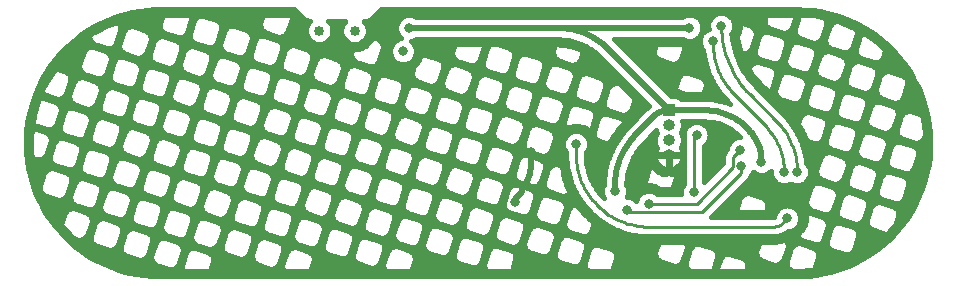
<source format=gbr>
%TF.GenerationSoftware,KiCad,Pcbnew,(5.99.0-1734-g575ad7128)*%
%TF.CreationDate,2020-06-02T15:09:08-04:00*%
%TF.ProjectId,DG376_KiCad,44473337-365f-44b6-9943-61642e6b6963,rev?*%
%TF.SameCoordinates,Original*%
%TF.FileFunction,Copper,L2,Bot*%
%TF.FilePolarity,Positive*%
%FSLAX46Y46*%
G04 Gerber Fmt 4.6, Leading zero omitted, Abs format (unit mm)*
G04 Created by KiCad (PCBNEW (5.99.0-1734-g575ad7128)) date 2020-06-02 15:09:08*
%MOMM*%
%LPD*%
G01*
G04 APERTURE LIST*
%TA.AperFunction,ComponentPad*%
%ADD10O,1.000000X1.000000*%
%TD*%
%TA.AperFunction,ComponentPad*%
%ADD11R,1.000000X1.000000*%
%TD*%
%TA.AperFunction,ComponentPad*%
%ADD12C,0.850000*%
%TD*%
%TA.AperFunction,ComponentPad*%
%ADD13C,0.800000*%
%TD*%
%TA.AperFunction,ViaPad*%
%ADD14C,0.800000*%
%TD*%
%TA.AperFunction,Conductor*%
%ADD15C,0.500000*%
%TD*%
%TA.AperFunction,Conductor*%
%ADD16C,0.250000*%
%TD*%
%TA.AperFunction,Conductor*%
%ADD17C,0.400000*%
%TD*%
G04 APERTURE END LIST*
D10*
%TO.P,J1,4,Pin_4*%
%TO.N,GND*%
X123150000Y-61060000D03*
%TO.P,J1,3,Pin_3*%
%TO.N,/SWCLK*%
X123150000Y-59790000D03*
%TO.P,J1,2,Pin_2*%
%TO.N,/SWDIO*%
X123150000Y-58520000D03*
D11*
%TO.P,J1,1,Pin_1*%
%TO.N,+3V0*%
X123150000Y-57250000D03*
%TD*%
D12*
%TO.P,SW1,5*%
%TO.N,N/C*%
X93550000Y-50500000D03*
X96550000Y-50500000D03*
%TD*%
D13*
%TO.P,M1,2,-*%
%TO.N,Net-(M1-Pad2)*%
X100645304Y-52246219D03*
%TO.P,M1,1,+*%
%TO.N,+3V0*%
X101171225Y-50283458D03*
%TD*%
D14*
%TO.N,+3V0*%
X124900000Y-50250000D03*
%TO.N,Net-(SW6-Pad1)*%
X125500000Y-59350000D03*
X125300000Y-64150000D03*
%TO.N,/CNT_RST*%
X121450000Y-65150000D03*
%TO.N,+3V0*%
X118600000Y-64100000D03*
%TO.N,/CNT_START*%
X119600000Y-65687347D03*
X129300000Y-62000000D03*
%TO.N,/CNT_RST*%
X129200000Y-60600000D03*
%TO.N,/MOTOR_CTRL*%
X133187653Y-66412347D03*
%TO.N,/VIBRATION_EN*%
X127600000Y-50100000D03*
X134000000Y-62500000D03*
%TO.N,/RGB_LED_EN*%
X132900000Y-62500000D03*
X126875000Y-51400000D03*
%TO.N,+3V0*%
X130993970Y-61619276D03*
%TO.N,GND*%
X111500000Y-60800000D03*
%TO.N,/MOTOR_CTRL*%
X115300000Y-60100000D03*
%TO.N,GND*%
X110100000Y-65000000D03*
%TD*%
D15*
%TO.N,+3V0*%
X118001224Y-52051224D02*
X123200000Y-57250000D01*
X117786673Y-51846955D02*
X118001224Y-52051224D01*
X117562358Y-51653460D02*
X117786673Y-51846955D01*
X117328820Y-51471205D02*
X117562358Y-51653460D01*
X117086619Y-51300628D02*
X117328820Y-51471205D01*
X116836341Y-51142141D02*
X117086619Y-51300628D01*
X116578588Y-50996125D02*
X116836341Y-51142141D01*
X116313980Y-50862933D02*
X116578588Y-50996125D01*
X116043156Y-50742885D02*
X116313980Y-50862933D01*
X115766767Y-50636270D02*
X116043156Y-50742885D01*
X115485480Y-50543345D02*
X115766767Y-50636270D01*
X115199972Y-50464335D02*
X115485480Y-50543345D01*
X114910931Y-50399429D02*
X115199972Y-50464335D01*
X114619054Y-50348783D02*
X114910931Y-50399429D01*
X114325043Y-50312520D02*
X114619054Y-50348783D01*
X114029607Y-50290728D02*
X114325043Y-50312520D01*
X113733458Y-50283458D02*
X114029607Y-50290728D01*
X113733458Y-50283458D02*
X113616542Y-50283458D01*
D16*
%TO.N,/RGB_LED_EN*%
X126875000Y-51575000D02*
X126875000Y-51400000D01*
X126882269Y-51871149D02*
X126875000Y-51575000D01*
X126904062Y-52166585D02*
X126882269Y-51871149D01*
X126940324Y-52460596D02*
X126904062Y-52166585D01*
X126990970Y-52752473D02*
X126940324Y-52460596D01*
X127055876Y-53041514D02*
X126990970Y-52752473D01*
X127134887Y-53327022D02*
X127055876Y-53041514D01*
X127227812Y-53608309D02*
X127134887Y-53327022D01*
X127334427Y-53884698D02*
X127227812Y-53608309D01*
X127454475Y-54155522D02*
X127334427Y-53884698D01*
X127587667Y-54420130D02*
X127454475Y-54155522D01*
X127733683Y-54677883D02*
X127587667Y-54420130D01*
X127892170Y-54928162D02*
X127733683Y-54677883D01*
X128062746Y-55170362D02*
X127892170Y-54928162D01*
X128245002Y-55403901D02*
X128062746Y-55170362D01*
X128438497Y-55628215D02*
X128245002Y-55403901D01*
X128642766Y-55842766D02*
X128438497Y-55628215D01*
X128642766Y-55842766D02*
X131202943Y-58402943D01*
%TO.N,/VIBRATION_EN*%
X127600000Y-50100000D02*
X127600000Y-50100000D01*
X127609887Y-50502763D02*
X127600000Y-50100000D01*
X127639525Y-50904556D02*
X127609887Y-50502763D01*
X127688842Y-51304411D02*
X127639525Y-50904556D01*
X127757720Y-51701364D02*
X127688842Y-51304411D01*
X127845993Y-52094460D02*
X127757720Y-51701364D01*
X127953447Y-52482751D02*
X127845993Y-52094460D01*
X128079825Y-52865301D02*
X127953447Y-52482751D01*
X128224821Y-53241190D02*
X128079825Y-52865301D01*
X128388087Y-53609511D02*
X128224821Y-53241190D01*
X128569228Y-53969378D02*
X128388087Y-53609511D01*
X128767809Y-54319922D02*
X128569228Y-53969378D01*
X128983352Y-54660301D02*
X128767809Y-54319922D01*
X129215336Y-54989694D02*
X128983352Y-54660301D01*
X129463204Y-55307306D02*
X129215336Y-54989694D01*
X129726357Y-55612374D02*
X129463204Y-55307306D01*
X130004163Y-55904163D02*
X129726357Y-55612374D01*
X130004163Y-55904163D02*
X132232233Y-58132233D01*
X134000000Y-62400000D02*
X134000000Y-62500000D01*
X133992729Y-62103850D02*
X134000000Y-62400000D01*
X133970937Y-61808414D02*
X133992729Y-62103850D01*
X133934674Y-61514403D02*
X133970937Y-61808414D01*
X133884028Y-61222525D02*
X133934674Y-61514403D01*
X133819122Y-60933484D02*
X133884028Y-61222525D01*
X133740111Y-60647976D02*
X133819122Y-60933484D01*
X133647187Y-60366689D02*
X133740111Y-60647976D01*
X133540572Y-60090301D02*
X133647187Y-60366689D01*
X133420524Y-59819476D02*
X133540572Y-60090301D01*
X133287331Y-59554868D02*
X133420524Y-59819476D01*
X133141316Y-59297115D02*
X133287331Y-59554868D01*
X132982829Y-59046836D02*
X133141316Y-59297115D01*
X132812252Y-58804636D02*
X132982829Y-59046836D01*
X132629996Y-58571097D02*
X132812252Y-58804636D01*
X132436501Y-58346783D02*
X132629996Y-58571097D01*
X132232233Y-58132233D02*
X132436501Y-58346783D01*
%TO.N,/RGB_LED_EN*%
X131399041Y-58608910D02*
X131202943Y-58402943D01*
X131584796Y-58824252D02*
X131399041Y-58608910D01*
X131759762Y-59048450D02*
X131584796Y-58824252D01*
X131923515Y-59280962D02*
X131759762Y-59048450D01*
X132075663Y-59521230D02*
X131923515Y-59280962D01*
X132215838Y-59768673D02*
X132075663Y-59521230D01*
X132343703Y-60022697D02*
X132215838Y-59768673D01*
X132458949Y-60282688D02*
X132343703Y-60022697D01*
X132561299Y-60548021D02*
X132458949Y-60282688D01*
X132650507Y-60818057D02*
X132561299Y-60548021D01*
X132726357Y-61092145D02*
X132650507Y-60818057D01*
X132788667Y-61369624D02*
X132726357Y-61092145D01*
X132837287Y-61649826D02*
X132788667Y-61369624D01*
X132872099Y-61932077D02*
X132837287Y-61649826D01*
X132893020Y-62215696D02*
X132872099Y-61932077D01*
X132900000Y-62500000D02*
X132893020Y-62215696D01*
X132900000Y-62500000D02*
X132900000Y-62500000D01*
D15*
%TO.N,+3V0*%
X123150000Y-57250000D02*
X123150000Y-57250000D01*
X123055499Y-57252377D02*
X123150000Y-57250000D01*
X122961237Y-57259504D02*
X123055499Y-57252377D01*
X122867453Y-57271363D02*
X122961237Y-57259504D01*
X122774385Y-57287923D02*
X122867453Y-57271363D01*
X122682267Y-57309143D02*
X122774385Y-57287923D01*
X122591332Y-57334969D02*
X122682267Y-57309143D01*
X122501812Y-57365336D02*
X122591332Y-57334969D01*
X122413932Y-57400166D02*
X122501812Y-57365336D01*
X122327915Y-57439372D02*
X122413932Y-57400166D01*
X122243978Y-57482853D02*
X122327915Y-57439372D01*
X122162334Y-57530502D02*
X122243978Y-57482853D01*
X122083190Y-57582196D02*
X122162334Y-57530502D01*
X122006746Y-57637804D02*
X122083190Y-57582196D01*
X121933196Y-57697187D02*
X122006746Y-57637804D01*
X121862724Y-57760194D02*
X121933196Y-57697187D01*
X121795512Y-57826666D02*
X121862724Y-57760194D01*
X121795512Y-57826666D02*
X120332771Y-59347917D01*
X118600000Y-63650000D02*
X118600000Y-64100000D01*
X118607107Y-63353036D02*
X118600000Y-63650000D01*
X118628415Y-63056753D02*
X118607107Y-63353036D01*
X118663873Y-62761828D02*
X118628415Y-63056753D01*
X118713402Y-62468938D02*
X118663873Y-62761828D01*
X118776886Y-62178753D02*
X118713402Y-62468938D01*
X118854181Y-61891937D02*
X118776886Y-62178753D01*
X118945111Y-61609148D02*
X118854181Y-61891937D01*
X119049465Y-61331033D02*
X118945111Y-61609148D01*
X119167007Y-61058230D02*
X119049465Y-61331033D01*
X119297465Y-60791362D02*
X119167007Y-61058230D01*
X119440543Y-60531042D02*
X119297465Y-60791362D01*
X119595911Y-60277865D02*
X119440543Y-60531042D01*
X119763214Y-60032411D02*
X119595911Y-60277865D01*
X119942069Y-59795243D02*
X119763214Y-60032411D01*
X120132066Y-59566904D02*
X119942069Y-59795243D01*
X120332771Y-59347917D02*
X120132066Y-59566904D01*
X126250000Y-57250000D02*
X123250000Y-57250000D01*
X126486919Y-57255815D02*
X126250000Y-57250000D01*
X126723268Y-57273249D02*
X126486919Y-57255815D01*
X126958477Y-57302260D02*
X126723268Y-57273249D01*
X127191979Y-57342776D02*
X126958477Y-57302260D01*
X127423211Y-57394701D02*
X127191979Y-57342776D01*
X127651618Y-57457910D02*
X127423211Y-57394701D01*
X127876647Y-57532250D02*
X127651618Y-57457910D01*
X128097758Y-57617542D02*
X127876647Y-57532250D01*
X128314418Y-57713580D02*
X128097758Y-57617542D01*
X128526104Y-57820134D02*
X128314418Y-57713580D01*
X128732306Y-57936947D02*
X128526104Y-57820134D01*
X128932529Y-58063736D02*
X128732306Y-57936947D01*
X129126289Y-58200198D02*
X128932529Y-58063736D01*
X129313120Y-58346002D02*
X129126289Y-58200198D01*
X129492572Y-58500798D02*
X129313120Y-58346002D01*
X129664213Y-58664213D02*
X129492572Y-58500798D01*
X129664213Y-58664213D02*
X129933309Y-58933309D01*
X130993970Y-61493970D02*
X130993970Y-61619276D01*
X130989607Y-61316280D02*
X130993970Y-61493970D01*
X130976531Y-61139018D02*
X130989607Y-61316280D01*
X130954774Y-60962611D02*
X130976531Y-61139018D01*
X130924386Y-60787485D02*
X130954774Y-60962611D01*
X130885443Y-60614060D02*
X130924386Y-60787485D01*
X130838036Y-60442755D02*
X130885443Y-60614060D01*
X130782281Y-60273983D02*
X130838036Y-60442755D01*
X130718312Y-60108150D02*
X130782281Y-60273983D01*
X130646283Y-59945655D02*
X130718312Y-60108150D01*
X130566368Y-59786890D02*
X130646283Y-59945655D01*
X130478759Y-59632238D02*
X130566368Y-59786890D01*
X130383666Y-59482071D02*
X130478759Y-59632238D01*
X130281320Y-59336751D02*
X130383666Y-59482071D01*
X130171967Y-59196627D02*
X130281320Y-59336751D01*
X130055870Y-59062039D02*
X130171967Y-59196627D01*
X129933309Y-58933309D02*
X130055870Y-59062039D01*
X123800000Y-57250000D02*
X123150000Y-57250000D01*
X123500000Y-57250000D02*
X123800000Y-57250000D01*
D16*
%TO.N,/MOTOR_CTRL*%
X132853553Y-66746446D02*
X133187653Y-66412347D01*
X132810642Y-66787299D02*
X132853553Y-66746446D01*
X132765779Y-66825998D02*
X132810642Y-66787299D01*
X132719072Y-66862449D02*
X132765779Y-66825998D01*
X132670632Y-66896565D02*
X132719072Y-66862449D01*
X132620576Y-66928262D02*
X132670632Y-66896565D01*
X132569025Y-66957465D02*
X132620576Y-66928262D01*
X132516104Y-66984104D02*
X132569025Y-66957465D01*
X132461939Y-67008113D02*
X132516104Y-66984104D01*
X132406661Y-67029436D02*
X132461939Y-67008113D01*
X132350404Y-67048021D02*
X132406661Y-67029436D01*
X132293302Y-67063824D02*
X132350404Y-67048021D01*
X132235494Y-67076805D02*
X132293302Y-67063824D01*
X132177119Y-67086934D02*
X132235494Y-67076805D01*
X132118317Y-67094187D02*
X132177119Y-67086934D01*
X132059229Y-67098545D02*
X132118317Y-67094187D01*
X132000000Y-67100000D02*
X132059229Y-67098545D01*
X132000000Y-67100000D02*
X121400000Y-67100000D01*
X115300000Y-61000000D02*
X115300000Y-60100000D01*
X115307269Y-61296149D02*
X115300000Y-61000000D01*
X115329062Y-61591585D02*
X115307269Y-61296149D01*
X115365324Y-61885596D02*
X115329062Y-61591585D01*
X115415970Y-62177473D02*
X115365324Y-61885596D01*
X115480876Y-62466514D02*
X115415970Y-62177473D01*
X115559887Y-62752022D02*
X115480876Y-62466514D01*
X115652812Y-63033309D02*
X115559887Y-62752022D01*
X115759427Y-63309698D02*
X115652812Y-63033309D01*
X115879475Y-63580522D02*
X115759427Y-63309698D01*
X116012667Y-63845130D02*
X115879475Y-63580522D01*
X116158683Y-64102883D02*
X116012667Y-63845130D01*
X116317170Y-64353162D02*
X116158683Y-64102883D01*
X116487746Y-64595362D02*
X116317170Y-64353162D01*
X116670002Y-64828901D02*
X116487746Y-64595362D01*
X116863497Y-65053215D02*
X116670002Y-64828901D01*
X117067766Y-65267766D02*
X116863497Y-65053215D01*
X117067766Y-65267766D02*
X117132233Y-65332233D01*
X117346783Y-65536501D02*
X117132233Y-65332233D01*
X117571097Y-65729996D02*
X117346783Y-65536501D01*
X117804636Y-65912252D02*
X117571097Y-65729996D01*
X118046836Y-66082829D02*
X117804636Y-65912252D01*
X118297115Y-66241316D02*
X118046836Y-66082829D01*
X118554868Y-66387331D02*
X118297115Y-66241316D01*
X118819476Y-66520524D02*
X118554868Y-66387331D01*
X119090301Y-66640572D02*
X118819476Y-66520524D01*
X119366689Y-66747187D02*
X119090301Y-66640572D01*
X119647976Y-66840111D02*
X119366689Y-66747187D01*
X119933484Y-66919122D02*
X119647976Y-66840111D01*
X120222525Y-66984028D02*
X119933484Y-66919122D01*
X120514403Y-67034674D02*
X120222525Y-66984028D01*
X120808414Y-67070937D02*
X120514403Y-67034674D01*
X121103850Y-67092729D02*
X120808414Y-67070937D01*
X121400000Y-67100000D02*
X121103850Y-67092729D01*
D15*
%TO.N,GND*%
X110156497Y-64743502D02*
X110100000Y-64800000D01*
X110311740Y-64580443D02*
X110156497Y-64743502D01*
X110458797Y-64409964D02*
X110311740Y-64580443D01*
X110597311Y-64232475D02*
X110458797Y-64409964D01*
X110726949Y-64048402D02*
X110597311Y-64232475D01*
X110847399Y-63858191D02*
X110726949Y-64048402D01*
X110958371Y-63662298D02*
X110847399Y-63858191D01*
X111059597Y-63461197D02*
X110958371Y-63662298D01*
X111150834Y-63255370D02*
X111059597Y-63461197D01*
X111231861Y-63045315D02*
X111150834Y-63255370D01*
X111302484Y-62831537D02*
X111231861Y-63045315D01*
X111362532Y-62614551D02*
X111302484Y-62831537D01*
X111411861Y-62394880D02*
X111362532Y-62614551D01*
X111450352Y-62173053D02*
X111411861Y-62394880D01*
X111477911Y-61949605D02*
X111450352Y-62173053D01*
X111494474Y-61725073D02*
X111477911Y-61949605D01*
X111500000Y-61500000D02*
X111494474Y-61725073D01*
X111500000Y-61500000D02*
X111500000Y-60800000D01*
%TO.N,+3V0*%
X124900000Y-50250000D02*
X123916542Y-50283458D01*
X123916542Y-50283458D02*
X113616542Y-50283458D01*
X123200000Y-57250000D02*
X123500000Y-57250000D01*
D16*
%TO.N,Net-(SW6-Pad1)*%
X125500000Y-59350000D02*
X125300000Y-59550000D01*
X125300000Y-59550000D02*
X125300000Y-64150000D01*
%TO.N,/CNT_RST*%
X121450000Y-65150000D02*
X125500000Y-65150000D01*
X125500000Y-65150000D02*
X128574999Y-62075001D01*
X128574999Y-62075001D02*
X128574999Y-61225001D01*
X128574999Y-61225001D02*
X129200000Y-60600000D01*
%TO.N,/CNT_START*%
X119812653Y-65900000D02*
X119600000Y-65687347D01*
X123000000Y-65900000D02*
X119812653Y-65900000D01*
X129300000Y-62000000D02*
X129300000Y-62565685D01*
X125965685Y-65900000D02*
X123000000Y-65900000D01*
X129300000Y-62565685D02*
X125965685Y-65900000D01*
D15*
%TO.N,+3V0*%
X101171225Y-50283458D02*
X113616542Y-50283458D01*
%TO.N,GND*%
X110100000Y-65000000D02*
X110100000Y-64800000D01*
%TD*%
%TO.N,GND*%
G36*
X92200383Y-49438918D02*
G01*
X92204582Y-49445573D01*
X92222959Y-49467164D01*
X92271501Y-49510037D01*
X92286122Y-49524658D01*
X92296821Y-49533933D01*
X92308298Y-49542535D01*
X92351559Y-49580742D01*
X92375256Y-49596308D01*
X92388085Y-49602332D01*
X92399424Y-49610829D01*
X92424292Y-49624443D01*
X92478321Y-49644697D01*
X92530847Y-49669358D01*
X92558574Y-49677743D01*
X92571704Y-49679705D01*
X92584949Y-49684670D01*
X92612643Y-49690759D01*
X92678339Y-49695641D01*
X92693485Y-49697905D01*
X92708215Y-49699000D01*
X92723535Y-49699000D01*
X92757044Y-49701490D01*
X92717897Y-49736738D01*
X92703941Y-49752238D01*
X92577390Y-49926421D01*
X92566960Y-49944485D01*
X92479390Y-50141172D01*
X92472944Y-50161009D01*
X92428180Y-50371606D01*
X92426000Y-50392350D01*
X92426000Y-50607650D01*
X92428180Y-50628394D01*
X92472944Y-50838991D01*
X92479390Y-50858828D01*
X92566960Y-51055515D01*
X92577390Y-51073579D01*
X92703941Y-51247762D01*
X92717897Y-51263262D01*
X92877897Y-51407327D01*
X92894772Y-51419587D01*
X93081228Y-51527238D01*
X93100283Y-51535722D01*
X93305046Y-51602253D01*
X93325449Y-51606590D01*
X93539571Y-51629095D01*
X93560429Y-51629095D01*
X93774551Y-51606590D01*
X93794954Y-51602253D01*
X93999717Y-51535722D01*
X94018772Y-51527238D01*
X94205228Y-51419587D01*
X94222103Y-51407327D01*
X94382103Y-51263262D01*
X94396059Y-51247762D01*
X94522610Y-51073579D01*
X94533040Y-51055515D01*
X94620610Y-50858828D01*
X94627056Y-50838991D01*
X94671820Y-50628394D01*
X94674000Y-50607650D01*
X94674000Y-50392350D01*
X94671820Y-50371606D01*
X94627056Y-50161009D01*
X94620610Y-50141172D01*
X94533040Y-49944485D01*
X94522610Y-49926421D01*
X94396059Y-49752238D01*
X94382103Y-49736738D01*
X94340191Y-49699000D01*
X95759809Y-49699000D01*
X95717897Y-49736738D01*
X95703941Y-49752238D01*
X95577390Y-49926421D01*
X95566960Y-49944485D01*
X95479390Y-50141172D01*
X95472944Y-50161009D01*
X95428180Y-50371606D01*
X95426000Y-50392350D01*
X95426000Y-50607650D01*
X95428180Y-50628394D01*
X95472944Y-50838991D01*
X95479390Y-50858828D01*
X95566960Y-51055515D01*
X95577390Y-51073579D01*
X95703941Y-51247762D01*
X95717897Y-51263262D01*
X95877897Y-51407327D01*
X95894772Y-51419587D01*
X96081228Y-51527238D01*
X96100283Y-51535722D01*
X96305046Y-51602253D01*
X96325449Y-51606590D01*
X96539571Y-51629095D01*
X96560429Y-51629095D01*
X96774551Y-51606590D01*
X96794954Y-51602253D01*
X96999717Y-51535722D01*
X97018772Y-51527238D01*
X97205228Y-51419587D01*
X97222103Y-51407327D01*
X97382103Y-51263262D01*
X97396059Y-51247762D01*
X97522610Y-51073579D01*
X97533040Y-51055515D01*
X97620610Y-50858828D01*
X97627056Y-50838991D01*
X97671820Y-50628394D01*
X97674000Y-50607650D01*
X97674000Y-50392350D01*
X97671820Y-50371606D01*
X97627056Y-50161009D01*
X97620610Y-50141172D01*
X97533040Y-49944485D01*
X97522610Y-49926421D01*
X97396059Y-49752238D01*
X97382103Y-49736738D01*
X97340191Y-49699000D01*
X97421730Y-49699000D01*
X97429397Y-49700735D01*
X97457660Y-49703009D01*
X97522282Y-49699000D01*
X97542977Y-49699000D01*
X97557100Y-49697994D01*
X97571314Y-49695958D01*
X97628909Y-49692385D01*
X97656675Y-49686635D01*
X97669996Y-49681826D01*
X97684019Y-49679818D01*
X97711235Y-49671860D01*
X97763779Y-49647970D01*
X97818343Y-49628272D01*
X97843875Y-49614596D01*
X97854546Y-49606700D01*
X97867429Y-49600842D01*
X97891314Y-49585566D01*
X97941233Y-49542555D01*
X97953535Y-49533451D01*
X97964721Y-49523812D01*
X97975536Y-49512997D01*
X98021294Y-49473569D01*
X98039932Y-49452205D01*
X98046571Y-49441963D01*
X98789535Y-48699000D01*
X133935553Y-48699000D01*
X133950279Y-48701729D01*
X133964948Y-48703337D01*
X133978798Y-48703822D01*
X133979416Y-48703842D01*
X134650213Y-48723164D01*
X135298271Y-48779292D01*
X135942042Y-48872633D01*
X136579357Y-49002876D01*
X137208100Y-49169584D01*
X137826243Y-49372222D01*
X138431679Y-49610099D01*
X139022393Y-49882422D01*
X139596488Y-50188317D01*
X140152016Y-50526748D01*
X140687122Y-50896584D01*
X141200057Y-51296609D01*
X141689120Y-51725507D01*
X142152692Y-52181852D01*
X142589220Y-52664121D01*
X142997258Y-53170714D01*
X143375454Y-53699948D01*
X143722578Y-54250104D01*
X144037428Y-54819280D01*
X144319012Y-55405679D01*
X144566375Y-56007317D01*
X144778676Y-56622138D01*
X144955258Y-57248251D01*
X145095489Y-57883414D01*
X145198930Y-58525628D01*
X145265231Y-59172732D01*
X145294173Y-59822575D01*
X145285658Y-60473008D01*
X145239715Y-61121883D01*
X145156500Y-61767009D01*
X145036280Y-62406310D01*
X144879465Y-63037603D01*
X144686567Y-63658837D01*
X144458234Y-64267920D01*
X144195213Y-64862862D01*
X143898379Y-65441681D01*
X143568726Y-66002440D01*
X143207332Y-66543306D01*
X142815404Y-67062468D01*
X142394232Y-67558220D01*
X141945252Y-68028872D01*
X141469880Y-68472940D01*
X140969777Y-68888872D01*
X140446524Y-69275351D01*
X139901916Y-69631054D01*
X139337729Y-69954820D01*
X138755835Y-70245577D01*
X138158181Y-70502350D01*
X137546733Y-70724294D01*
X136923507Y-70910678D01*
X136290592Y-71060876D01*
X135650096Y-71174389D01*
X135004102Y-71250848D01*
X134350192Y-71290271D01*
X133981862Y-71296056D01*
X133967755Y-71297284D01*
X133944423Y-71301000D01*
X80064448Y-71301000D01*
X80049722Y-71298271D01*
X80035052Y-71296663D01*
X80021201Y-71296178D01*
X80020584Y-71296158D01*
X79349786Y-71276836D01*
X78701731Y-71220708D01*
X78057945Y-71127364D01*
X77420635Y-70997122D01*
X76791908Y-70830419D01*
X76173766Y-70627781D01*
X75568321Y-70389901D01*
X74977607Y-70117578D01*
X74403511Y-69811683D01*
X73847983Y-69473252D01*
X73312887Y-69103423D01*
X72799928Y-68703377D01*
X72310870Y-68274484D01*
X71847309Y-67818148D01*
X71410788Y-67335889D01*
X71105655Y-66957055D01*
X71676338Y-66957055D01*
X71748893Y-67047133D01*
X72168216Y-67510394D01*
X72613537Y-67948774D01*
X72780789Y-68095450D01*
X73159140Y-68218383D01*
X73616944Y-68182353D01*
X73836006Y-67925865D01*
X74200501Y-67925865D01*
X74236531Y-68383669D01*
X74585724Y-68681909D01*
X75726992Y-69052729D01*
X76184797Y-69016699D01*
X76403858Y-68760211D01*
X76768353Y-68760211D01*
X76804383Y-69218015D01*
X77153577Y-69516255D01*
X78294845Y-69887075D01*
X78752649Y-69851045D01*
X78971711Y-69594557D01*
X79336206Y-69594557D01*
X79372236Y-70052361D01*
X79721430Y-70350601D01*
X80862697Y-70721421D01*
X81320502Y-70685391D01*
X81539563Y-70428903D01*
X81904059Y-70428903D01*
X81937716Y-70856555D01*
X84288615Y-70856555D01*
X84557415Y-70029275D01*
X84521385Y-69571471D01*
X84172191Y-69273231D01*
X83030923Y-68902411D01*
X82573119Y-68938441D01*
X82274879Y-69287635D01*
X81904059Y-70428903D01*
X81539563Y-70428903D01*
X81618742Y-70336197D01*
X81989562Y-69194930D01*
X81953532Y-68737125D01*
X81604338Y-68438885D01*
X80463070Y-68068065D01*
X80005266Y-68104095D01*
X79707026Y-68453289D01*
X79336206Y-69594557D01*
X78971711Y-69594557D01*
X79050889Y-69501852D01*
X79421709Y-68360584D01*
X79385679Y-67902779D01*
X79036486Y-67604540D01*
X77895218Y-67233719D01*
X77437413Y-67269749D01*
X77139174Y-67618943D01*
X76768353Y-68760211D01*
X76403858Y-68760211D01*
X76483036Y-68667506D01*
X76853857Y-67526238D01*
X76817827Y-67068433D01*
X76468633Y-66770194D01*
X75327365Y-66399373D01*
X74869561Y-66435403D01*
X74571321Y-66784597D01*
X74200501Y-67925865D01*
X73836006Y-67925865D01*
X73915184Y-67833160D01*
X74286004Y-66691892D01*
X74249974Y-66234087D01*
X73900780Y-65935848D01*
X72759513Y-65565027D01*
X72301708Y-65601058D01*
X72003469Y-65950251D01*
X71676338Y-66957055D01*
X71105655Y-66957055D01*
X71002742Y-66829286D01*
X70624546Y-66300052D01*
X70277432Y-65749910D01*
X69962568Y-65180712D01*
X69680988Y-64594321D01*
X69433627Y-63992688D01*
X69328873Y-63689321D01*
X69899141Y-63689321D01*
X69925111Y-64019303D01*
X70000664Y-64203061D01*
X70284365Y-64445365D01*
X71425633Y-64816185D01*
X71883437Y-64780155D01*
X72102499Y-64523666D01*
X72466994Y-64523666D01*
X72503024Y-64981471D01*
X72852218Y-65279710D01*
X73993486Y-65650531D01*
X74451290Y-65614501D01*
X74670352Y-65358012D01*
X75034847Y-65358012D01*
X75070877Y-65815817D01*
X75420070Y-66114056D01*
X76561338Y-66484877D01*
X77019143Y-66448847D01*
X77238204Y-66192358D01*
X77602699Y-66192358D01*
X77638729Y-66650163D01*
X77987923Y-66948402D01*
X79129191Y-67319223D01*
X79586995Y-67283193D01*
X79806057Y-67026704D01*
X80170552Y-67026704D01*
X80206582Y-67484508D01*
X80555776Y-67782748D01*
X81697043Y-68153569D01*
X82154848Y-68117538D01*
X82373909Y-67861050D01*
X82738404Y-67861050D01*
X82774435Y-68318854D01*
X83123628Y-68617094D01*
X84264896Y-68987914D01*
X84722700Y-68951884D01*
X84941762Y-68695396D01*
X85306257Y-68695396D01*
X85342287Y-69153200D01*
X85691481Y-69451440D01*
X86832749Y-69822260D01*
X87290553Y-69786230D01*
X87509615Y-69529742D01*
X87874110Y-69529742D01*
X87910140Y-69987546D01*
X88259333Y-70285786D01*
X89400601Y-70656606D01*
X89858406Y-70620576D01*
X90077466Y-70364088D01*
X90441962Y-70364088D01*
X90477992Y-70821892D01*
X90518577Y-70856555D01*
X92805459Y-70856555D01*
X93095318Y-69964461D01*
X93059288Y-69506656D01*
X92710095Y-69208416D01*
X91568827Y-68837596D01*
X91111022Y-68873626D01*
X90812783Y-69222820D01*
X90441962Y-70364088D01*
X90077466Y-70364088D01*
X90156645Y-70271382D01*
X90527466Y-69130115D01*
X90491436Y-68672310D01*
X90142242Y-68374071D01*
X89000974Y-68003250D01*
X88543170Y-68039280D01*
X88244930Y-68388474D01*
X87874110Y-69529742D01*
X87509615Y-69529742D01*
X87588793Y-69437037D01*
X87959613Y-68295769D01*
X87923583Y-67837964D01*
X87574389Y-67539725D01*
X86433122Y-67168904D01*
X85975317Y-67204934D01*
X85677077Y-67554128D01*
X85306257Y-68695396D01*
X84941762Y-68695396D01*
X85020940Y-68602691D01*
X85391760Y-67461423D01*
X85355730Y-67003618D01*
X85006537Y-66705379D01*
X83865269Y-66334558D01*
X83407464Y-66370588D01*
X83109225Y-66719782D01*
X82738404Y-67861050D01*
X82373909Y-67861050D01*
X82453087Y-67768345D01*
X82823908Y-66627077D01*
X82787878Y-66169273D01*
X82438684Y-65871033D01*
X81297416Y-65500213D01*
X80839612Y-65536243D01*
X80541372Y-65885436D01*
X80170552Y-67026704D01*
X79806057Y-67026704D01*
X79885235Y-66933999D01*
X80256055Y-65792731D01*
X80220025Y-65334927D01*
X79870832Y-65036687D01*
X78729564Y-64665867D01*
X78271759Y-64701897D01*
X77973520Y-65051090D01*
X77602699Y-66192358D01*
X77238204Y-66192358D01*
X77317382Y-66099653D01*
X77688203Y-64958385D01*
X77652173Y-64500581D01*
X77302979Y-64202341D01*
X76161711Y-63831521D01*
X75703907Y-63867551D01*
X75405667Y-64216744D01*
X75034847Y-65358012D01*
X74670352Y-65358012D01*
X74749530Y-65265307D01*
X75120350Y-64124039D01*
X75084320Y-63666235D01*
X74735126Y-63367995D01*
X73593859Y-62997175D01*
X73136054Y-63033205D01*
X72837814Y-63382399D01*
X72466994Y-64523666D01*
X72102499Y-64523666D01*
X72181677Y-64430961D01*
X72552497Y-63289693D01*
X72516467Y-62831889D01*
X72167274Y-62533649D01*
X71026006Y-62162829D01*
X70568202Y-62198859D01*
X70269962Y-62548053D01*
X69899141Y-63689321D01*
X69328873Y-63689321D01*
X69221322Y-63377858D01*
X69044741Y-62751745D01*
X68904511Y-62116589D01*
X68801070Y-61474372D01*
X68734769Y-60827269D01*
X68705827Y-60177425D01*
X68705918Y-60170446D01*
X69150400Y-60170446D01*
X69178202Y-60794694D01*
X69226140Y-61262578D01*
X69692126Y-61413987D01*
X70149931Y-61377956D01*
X70368992Y-61121468D01*
X70733487Y-61121468D01*
X70769517Y-61579272D01*
X71118711Y-61877512D01*
X72259979Y-62248332D01*
X72717783Y-62212302D01*
X72936845Y-61955814D01*
X73301340Y-61955814D01*
X73337370Y-62413618D01*
X73686564Y-62711858D01*
X74827831Y-63082678D01*
X75285636Y-63046648D01*
X75504698Y-62790160D01*
X75869193Y-62790160D01*
X75905223Y-63247964D01*
X76254416Y-63546204D01*
X77395684Y-63917024D01*
X77853489Y-63880994D01*
X78072549Y-63624506D01*
X78437045Y-63624506D01*
X78473075Y-64082310D01*
X78822269Y-64380550D01*
X79963537Y-64751370D01*
X80421341Y-64715340D01*
X80640403Y-64458851D01*
X81004898Y-64458851D01*
X81040928Y-64916656D01*
X81390121Y-65214896D01*
X82531389Y-65585716D01*
X82989194Y-65549686D01*
X83208255Y-65293197D01*
X83572750Y-65293197D01*
X83608780Y-65751002D01*
X83957974Y-66049241D01*
X85099242Y-66420062D01*
X85557046Y-66384032D01*
X85776108Y-66127543D01*
X86140603Y-66127543D01*
X86176633Y-66585348D01*
X86525827Y-66883587D01*
X87667094Y-67254408D01*
X88124899Y-67218378D01*
X88343961Y-66961889D01*
X88708456Y-66961889D01*
X88744486Y-67419694D01*
X89093679Y-67717933D01*
X90234947Y-68088754D01*
X90692751Y-68052724D01*
X90911813Y-67796235D01*
X91276308Y-67796235D01*
X91312338Y-68254039D01*
X91661532Y-68552279D01*
X92802800Y-68923099D01*
X93260604Y-68887069D01*
X93479666Y-68630581D01*
X93844161Y-68630581D01*
X93880191Y-69088385D01*
X94229384Y-69386625D01*
X95370652Y-69757445D01*
X95828457Y-69721415D01*
X96047518Y-69464927D01*
X96412013Y-69464927D01*
X96448043Y-69922731D01*
X96797237Y-70220971D01*
X97938505Y-70591791D01*
X98396309Y-70555761D01*
X98615371Y-70299273D01*
X98979866Y-70299273D01*
X99015896Y-70757077D01*
X99132369Y-70856555D01*
X101322303Y-70856555D01*
X101633222Y-69899646D01*
X101597192Y-69441841D01*
X101247998Y-69143602D01*
X100106730Y-68772781D01*
X99648926Y-68808811D01*
X99350686Y-69158005D01*
X98979866Y-70299273D01*
X98615371Y-70299273D01*
X98694549Y-70206568D01*
X99065369Y-69065300D01*
X99029339Y-68607495D01*
X98680146Y-68309256D01*
X97538878Y-67938435D01*
X97081073Y-67974465D01*
X96782834Y-68323659D01*
X96412013Y-69464927D01*
X96047518Y-69464927D01*
X96126696Y-69372222D01*
X96497517Y-68230954D01*
X96461487Y-67773149D01*
X96112293Y-67474910D01*
X94971025Y-67104089D01*
X94513221Y-67140119D01*
X94214981Y-67489313D01*
X93844161Y-68630581D01*
X93479666Y-68630581D01*
X93558844Y-68537876D01*
X93929664Y-67396608D01*
X93893634Y-66938804D01*
X93544440Y-66640564D01*
X92403173Y-66269743D01*
X91945368Y-66305774D01*
X91647128Y-66654967D01*
X91276308Y-67796235D01*
X90911813Y-67796235D01*
X90990991Y-67703530D01*
X91361812Y-66562262D01*
X91325781Y-66104458D01*
X90976588Y-65806218D01*
X89835320Y-65435398D01*
X89377516Y-65471428D01*
X89079276Y-65820621D01*
X88708456Y-66961889D01*
X88343961Y-66961889D01*
X88423139Y-66869184D01*
X88793959Y-65727916D01*
X88757929Y-65270112D01*
X88408735Y-64971872D01*
X87267467Y-64601052D01*
X86809663Y-64637082D01*
X86511423Y-64986275D01*
X86140603Y-66127543D01*
X85776108Y-66127543D01*
X85855286Y-66034838D01*
X86226106Y-64893570D01*
X86190076Y-64435766D01*
X85840883Y-64137526D01*
X84699615Y-63766706D01*
X84241810Y-63802736D01*
X83943571Y-64151930D01*
X83572750Y-65293197D01*
X83208255Y-65293197D01*
X83287433Y-65200492D01*
X83658254Y-64059224D01*
X83622224Y-63601420D01*
X83273030Y-63303180D01*
X82131762Y-62932360D01*
X81673958Y-62968390D01*
X81375718Y-63317584D01*
X81004898Y-64458851D01*
X80640403Y-64458851D01*
X80719581Y-64366146D01*
X81090401Y-63224879D01*
X81054371Y-62767074D01*
X80705177Y-62468834D01*
X79563910Y-62098014D01*
X79106105Y-62134044D01*
X78807866Y-62483238D01*
X78437045Y-63624506D01*
X78072549Y-63624506D01*
X78151728Y-63531800D01*
X78522549Y-62390533D01*
X78486518Y-61932728D01*
X78137325Y-61634489D01*
X76996057Y-61263668D01*
X76538253Y-61299698D01*
X76240013Y-61648892D01*
X75869193Y-62790160D01*
X75504698Y-62790160D01*
X75583876Y-62697455D01*
X75954696Y-61556187D01*
X75918666Y-61098382D01*
X75569472Y-60800143D01*
X74428204Y-60429322D01*
X73970400Y-60465352D01*
X73672160Y-60814546D01*
X73301340Y-61955814D01*
X72936845Y-61955814D01*
X73016023Y-61863109D01*
X73386843Y-60721841D01*
X73350813Y-60264036D01*
X73001620Y-59965797D01*
X71860352Y-59594976D01*
X71402547Y-59631006D01*
X71104308Y-59980200D01*
X70733487Y-61121468D01*
X70368992Y-61121468D01*
X70448170Y-61028763D01*
X70818991Y-59887495D01*
X70782961Y-59429691D01*
X70433767Y-59131451D01*
X69292499Y-58760630D01*
X69222858Y-58766111D01*
X69202715Y-58922272D01*
X69158579Y-59545612D01*
X69150400Y-60170446D01*
X68705918Y-60170446D01*
X68714342Y-59526992D01*
X68760285Y-58878118D01*
X68824630Y-58379274D01*
X69272757Y-58379274D01*
X69385204Y-58475314D01*
X70526472Y-58846134D01*
X70984277Y-58810104D01*
X71203338Y-58553615D01*
X71567833Y-58553615D01*
X71603863Y-59011420D01*
X71953057Y-59309659D01*
X73094325Y-59680480D01*
X73552129Y-59644450D01*
X73771191Y-59387961D01*
X74135686Y-59387961D01*
X74171716Y-59845766D01*
X74520910Y-60144005D01*
X75662177Y-60514826D01*
X76119982Y-60478796D01*
X76339043Y-60222307D01*
X76703538Y-60222307D01*
X76739569Y-60680112D01*
X77088762Y-60978351D01*
X78230030Y-61349172D01*
X78687834Y-61313142D01*
X78906896Y-61056653D01*
X79271391Y-61056653D01*
X79307421Y-61514457D01*
X79656615Y-61812697D01*
X80797883Y-62183517D01*
X81255687Y-62147487D01*
X81474749Y-61890999D01*
X81839244Y-61890999D01*
X81875274Y-62348803D01*
X82224467Y-62647043D01*
X83365735Y-63017863D01*
X83823540Y-62981833D01*
X84042601Y-62725345D01*
X84407096Y-62725345D01*
X84443126Y-63183149D01*
X84792320Y-63481389D01*
X85933588Y-63852209D01*
X86391392Y-63816179D01*
X86610454Y-63559691D01*
X86974949Y-63559691D01*
X87010979Y-64017495D01*
X87360173Y-64315735D01*
X88501440Y-64686555D01*
X88959245Y-64650525D01*
X89178305Y-64394037D01*
X89542801Y-64394037D01*
X89578831Y-64851841D01*
X89928025Y-65150081D01*
X91069293Y-65520901D01*
X91527097Y-65484871D01*
X91746159Y-65228382D01*
X92110654Y-65228382D01*
X92146684Y-65686187D01*
X92495878Y-65984427D01*
X93637146Y-66355247D01*
X94094950Y-66319217D01*
X94314012Y-66062728D01*
X94678507Y-66062728D01*
X94714537Y-66520533D01*
X95063730Y-66818772D01*
X96204998Y-67189593D01*
X96662803Y-67153563D01*
X96881864Y-66897074D01*
X97246359Y-66897074D01*
X97282389Y-67354879D01*
X97631583Y-67653118D01*
X98772851Y-68023939D01*
X99230655Y-67987909D01*
X99449717Y-67731420D01*
X99814212Y-67731420D01*
X99850242Y-68189225D01*
X100199435Y-68487464D01*
X101340703Y-68858285D01*
X101798508Y-68822254D01*
X102017569Y-68565766D01*
X102382064Y-68565766D01*
X102418094Y-69023570D01*
X102767288Y-69321810D01*
X103908556Y-69692630D01*
X104366360Y-69656600D01*
X104585422Y-69400112D01*
X104949917Y-69400112D01*
X104985947Y-69857916D01*
X105335141Y-70156156D01*
X106476408Y-70526976D01*
X106934213Y-70490946D01*
X107153275Y-70234458D01*
X107517770Y-70234458D01*
X107553800Y-70692262D01*
X107746162Y-70856556D01*
X109839147Y-70856555D01*
X110171126Y-69834831D01*
X110135096Y-69377026D01*
X109785902Y-69078787D01*
X108644634Y-68707966D01*
X108186830Y-68743996D01*
X107888590Y-69093190D01*
X107517770Y-70234458D01*
X107153275Y-70234458D01*
X107232453Y-70141753D01*
X107603273Y-69000485D01*
X107567243Y-68542680D01*
X107218049Y-68244441D01*
X106076781Y-67873620D01*
X105618977Y-67909650D01*
X105320737Y-68258844D01*
X104949917Y-69400112D01*
X104585422Y-69400112D01*
X104664600Y-69307407D01*
X105035420Y-68166139D01*
X104999390Y-67708334D01*
X104650197Y-67410095D01*
X103508929Y-67039274D01*
X103051124Y-67075304D01*
X102752885Y-67424498D01*
X102382064Y-68565766D01*
X102017569Y-68565766D01*
X102096747Y-68473061D01*
X102467568Y-67331793D01*
X102431538Y-66873989D01*
X102082344Y-66575749D01*
X100941076Y-66204929D01*
X100483272Y-66240959D01*
X100185032Y-66590152D01*
X99814212Y-67731420D01*
X99449717Y-67731420D01*
X99528895Y-67638715D01*
X99899715Y-66497447D01*
X99863685Y-66039643D01*
X99514491Y-65741403D01*
X98373224Y-65370583D01*
X97915419Y-65406613D01*
X97617180Y-65755806D01*
X97246359Y-66897074D01*
X96881864Y-66897074D01*
X96961042Y-66804369D01*
X97331863Y-65663101D01*
X97295833Y-65205297D01*
X96946639Y-64907057D01*
X95805371Y-64536237D01*
X95347567Y-64572267D01*
X95049327Y-64921460D01*
X94678507Y-66062728D01*
X94314012Y-66062728D01*
X94393190Y-65970023D01*
X94764010Y-64828755D01*
X94727980Y-64370951D01*
X94378786Y-64072711D01*
X93237518Y-63701891D01*
X92779714Y-63737921D01*
X92481474Y-64087115D01*
X92110654Y-65228382D01*
X91746159Y-65228382D01*
X91825337Y-65135677D01*
X92196157Y-63994409D01*
X92160127Y-63536605D01*
X91810934Y-63238365D01*
X90669666Y-62867545D01*
X90211861Y-62903575D01*
X89913622Y-63252769D01*
X89542801Y-64394037D01*
X89178305Y-64394037D01*
X89257484Y-64301331D01*
X89628305Y-63160064D01*
X89592275Y-62702259D01*
X89243081Y-62404019D01*
X88101813Y-62033199D01*
X87644009Y-62069229D01*
X87345769Y-62418423D01*
X86974949Y-63559691D01*
X86610454Y-63559691D01*
X86689632Y-63466986D01*
X87060452Y-62325718D01*
X87024422Y-61867913D01*
X86675229Y-61569674D01*
X85533961Y-61198853D01*
X85076156Y-61234883D01*
X84777917Y-61584077D01*
X84407096Y-62725345D01*
X84042601Y-62725345D01*
X84121779Y-62632640D01*
X84492600Y-61491372D01*
X84456570Y-61033567D01*
X84107376Y-60735328D01*
X82966108Y-60364507D01*
X82508304Y-60400537D01*
X82210064Y-60749731D01*
X81839244Y-61890999D01*
X81474749Y-61890999D01*
X81553927Y-61798294D01*
X81924747Y-60657026D01*
X81888717Y-60199221D01*
X81539523Y-59900982D01*
X80398256Y-59530161D01*
X79940451Y-59566192D01*
X79642211Y-59915385D01*
X79271391Y-61056653D01*
X78906896Y-61056653D01*
X78986074Y-60963948D01*
X79356894Y-59822680D01*
X79320864Y-59364876D01*
X78971671Y-59066636D01*
X77830403Y-58695816D01*
X77372598Y-58731846D01*
X77074359Y-59081039D01*
X76703538Y-60222307D01*
X76339043Y-60222307D01*
X76418221Y-60129602D01*
X76789042Y-58988334D01*
X76753012Y-58530530D01*
X76403818Y-58232290D01*
X75262550Y-57861470D01*
X74804746Y-57897500D01*
X74506506Y-58246693D01*
X74135686Y-59387961D01*
X73771191Y-59387961D01*
X73850369Y-59295256D01*
X74221189Y-58153988D01*
X74185159Y-57696184D01*
X73835966Y-57397944D01*
X72694698Y-57027124D01*
X72236893Y-57063154D01*
X71938654Y-57412347D01*
X71567833Y-58553615D01*
X71203338Y-58553615D01*
X71282516Y-58460910D01*
X71653337Y-57319642D01*
X71617307Y-56861838D01*
X71268113Y-56563598D01*
X70126845Y-56192778D01*
X69835099Y-56215739D01*
X69734089Y-56485185D01*
X69548782Y-57081968D01*
X69398138Y-57688427D01*
X69282653Y-58302549D01*
X69272757Y-58379274D01*
X68824630Y-58379274D01*
X68843500Y-58232991D01*
X68963716Y-57593709D01*
X69120535Y-56962397D01*
X69313433Y-56341163D01*
X69538629Y-55740448D01*
X70024003Y-55740448D01*
X70219550Y-55907461D01*
X71360818Y-56278281D01*
X71818623Y-56242251D01*
X72037684Y-55985763D01*
X72402179Y-55985763D01*
X72438209Y-56443567D01*
X72787403Y-56741807D01*
X73928671Y-57112627D01*
X74386475Y-57076597D01*
X74605537Y-56820109D01*
X74970032Y-56820109D01*
X75006062Y-57277913D01*
X75355255Y-57576153D01*
X76496523Y-57946973D01*
X76954328Y-57910943D01*
X77173389Y-57654454D01*
X77537884Y-57654454D01*
X77573914Y-58112259D01*
X77923108Y-58410499D01*
X79064376Y-58781319D01*
X79522180Y-58745289D01*
X79741242Y-58488800D01*
X80105737Y-58488800D01*
X80141767Y-58946605D01*
X80490961Y-59244844D01*
X81632228Y-59615665D01*
X82090033Y-59579635D01*
X82309095Y-59323146D01*
X82673589Y-59323146D01*
X82709620Y-59780951D01*
X83058813Y-60079190D01*
X84200081Y-60450011D01*
X84657885Y-60413981D01*
X84876947Y-60157492D01*
X85241442Y-60157492D01*
X85277472Y-60615297D01*
X85626666Y-60913536D01*
X86767934Y-61284357D01*
X87225738Y-61248327D01*
X87444800Y-60991838D01*
X87809295Y-60991838D01*
X87845325Y-61449642D01*
X88194518Y-61747882D01*
X89335786Y-62118703D01*
X89793591Y-62082672D01*
X90012652Y-61826184D01*
X90377147Y-61826184D01*
X90413177Y-62283988D01*
X90762371Y-62582228D01*
X91903639Y-62953048D01*
X92361443Y-62917018D01*
X92580505Y-62660530D01*
X92945000Y-62660530D01*
X92981030Y-63118334D01*
X93330224Y-63416574D01*
X94471491Y-63787394D01*
X94929296Y-63751364D01*
X95148358Y-63494876D01*
X95512852Y-63494876D01*
X95548883Y-63952680D01*
X95898076Y-64250920D01*
X97039344Y-64621740D01*
X97497148Y-64585710D01*
X97716209Y-64329222D01*
X98080705Y-64329222D01*
X98116735Y-64787026D01*
X98465929Y-65085266D01*
X99607197Y-65456086D01*
X100065001Y-65420056D01*
X100284063Y-65163567D01*
X100648558Y-65163567D01*
X100684588Y-65621372D01*
X101033781Y-65919612D01*
X102175049Y-66290432D01*
X102632854Y-66254402D01*
X102851915Y-65997913D01*
X103216410Y-65997913D01*
X103252440Y-66455718D01*
X103601634Y-66753957D01*
X104742902Y-67124778D01*
X105200706Y-67088748D01*
X105419768Y-66832259D01*
X105784263Y-66832259D01*
X105820293Y-67290064D01*
X106169487Y-67588303D01*
X107310754Y-67959124D01*
X107768559Y-67923094D01*
X107987620Y-67666605D01*
X108352115Y-67666605D01*
X108388146Y-68124410D01*
X108737339Y-68422649D01*
X109878607Y-68793470D01*
X110336411Y-68757440D01*
X110555473Y-68500951D01*
X110919968Y-68500951D01*
X110955998Y-68958755D01*
X111305192Y-69256995D01*
X112446460Y-69627815D01*
X112904264Y-69591785D01*
X113123326Y-69335297D01*
X113487821Y-69335297D01*
X113523851Y-69793101D01*
X113873044Y-70091341D01*
X115014312Y-70462161D01*
X115472117Y-70426131D01*
X115691178Y-70169643D01*
X116055673Y-70169643D01*
X116091703Y-70627447D01*
X116359954Y-70856555D01*
X118355991Y-70856555D01*
X118709029Y-69770016D01*
X118672999Y-69312211D01*
X118624141Y-69270482D01*
X122025724Y-69270482D01*
X122061754Y-69728286D01*
X122410948Y-70026526D01*
X123552216Y-70397346D01*
X124010020Y-70361316D01*
X124229082Y-70104828D01*
X124593577Y-70104828D01*
X124629607Y-70562632D01*
X124973746Y-70856555D01*
X126867498Y-70856555D01*
X127188274Y-70856555D01*
X129711783Y-70856555D01*
X129814786Y-70539547D01*
X129778755Y-70081742D01*
X129429562Y-69783503D01*
X128288294Y-69412682D01*
X127830490Y-69448712D01*
X127532250Y-69797906D01*
X127188274Y-70856555D01*
X126867498Y-70856555D01*
X126876113Y-70846469D01*
X127246933Y-69705201D01*
X127210903Y-69247396D01*
X127162045Y-69205667D01*
X130563628Y-69205667D01*
X130599658Y-69663471D01*
X130948852Y-69961711D01*
X132090119Y-70332531D01*
X132547924Y-70296501D01*
X132766986Y-70040013D01*
X133131481Y-70040013D01*
X133167511Y-70497817D01*
X133516704Y-70796057D01*
X133702898Y-70856555D01*
X133912611Y-70856555D01*
X133929216Y-70854513D01*
X133943323Y-70853285D01*
X133974881Y-70851666D01*
X134333317Y-70846036D01*
X134964566Y-70807980D01*
X135423096Y-70753709D01*
X135784837Y-69640386D01*
X135748807Y-69182581D01*
X135399613Y-68884342D01*
X134258345Y-68513521D01*
X133800541Y-68549551D01*
X133502301Y-68898745D01*
X133131481Y-70040013D01*
X132766986Y-70040013D01*
X132846164Y-69947308D01*
X133216984Y-68806040D01*
X133180954Y-68348236D01*
X132974563Y-68171961D01*
X132972499Y-68172852D01*
X132948286Y-68182193D01*
X132924492Y-68192739D01*
X132892085Y-68205606D01*
X132892033Y-68205624D01*
X132859460Y-68217822D01*
X132834790Y-68225973D01*
X132810556Y-68235321D01*
X132777538Y-68246590D01*
X132777514Y-68246598D01*
X132744359Y-68257190D01*
X132719328Y-68264118D01*
X132694638Y-68272274D01*
X132661197Y-68281882D01*
X132661153Y-68281895D01*
X132627420Y-68290875D01*
X132602114Y-68296557D01*
X132577070Y-68303488D01*
X132543108Y-68311467D01*
X132543071Y-68311474D01*
X132509004Y-68318773D01*
X132483432Y-68323210D01*
X132458069Y-68328905D01*
X132423886Y-68335181D01*
X132423848Y-68335188D01*
X132423809Y-68335195D01*
X132423729Y-68335210D01*
X132423648Y-68335221D01*
X132389388Y-68340821D01*
X132363593Y-68344004D01*
X132337982Y-68348447D01*
X132303594Y-68353030D01*
X132303474Y-68353049D01*
X132268766Y-68356984D01*
X132242883Y-68358892D01*
X132217124Y-68362071D01*
X132182283Y-68364984D01*
X132182135Y-68364990D01*
X132147566Y-68367201D01*
X132121565Y-68367840D01*
X132095677Y-68369749D01*
X132060780Y-68370948D01*
X132045148Y-68370871D01*
X132035466Y-68370443D01*
X132015566Y-68370443D01*
X131974059Y-68371463D01*
X131939140Y-68370949D01*
X131929782Y-68370443D01*
X130835009Y-68370443D01*
X130563628Y-69205667D01*
X127162045Y-69205667D01*
X126861709Y-68949157D01*
X125720441Y-68578336D01*
X125262637Y-68614366D01*
X124964397Y-68963560D01*
X124593577Y-70104828D01*
X124229082Y-70104828D01*
X124308260Y-70012123D01*
X124679080Y-68870855D01*
X124643050Y-68413050D01*
X124593163Y-68370443D01*
X122318165Y-68370443D01*
X122025724Y-69270482D01*
X118624141Y-69270482D01*
X118323806Y-69013972D01*
X117182538Y-68643151D01*
X116724733Y-68679181D01*
X116426494Y-69028375D01*
X116055673Y-70169643D01*
X115691178Y-70169643D01*
X115770356Y-70076938D01*
X116141177Y-68935670D01*
X116105147Y-68477865D01*
X115755953Y-68179626D01*
X114614685Y-67808805D01*
X114156881Y-67844835D01*
X113858641Y-68194029D01*
X113487821Y-69335297D01*
X113123326Y-69335297D01*
X113202504Y-69242592D01*
X113573324Y-68101324D01*
X113537294Y-67643520D01*
X113188100Y-67345280D01*
X112046833Y-66974459D01*
X111589028Y-67010490D01*
X111290788Y-67359683D01*
X110919968Y-68500951D01*
X110555473Y-68500951D01*
X110634651Y-68408246D01*
X111005471Y-67266978D01*
X110969441Y-66809174D01*
X110620248Y-66510934D01*
X109478980Y-66140114D01*
X109021175Y-66176144D01*
X108722936Y-66525337D01*
X108352115Y-67666605D01*
X107987620Y-67666605D01*
X108066798Y-67573900D01*
X108437619Y-66432632D01*
X108401589Y-65974828D01*
X108052395Y-65676588D01*
X106911127Y-65305768D01*
X106453323Y-65341798D01*
X106155083Y-65690991D01*
X105784263Y-66832259D01*
X105419768Y-66832259D01*
X105498946Y-66739554D01*
X105869766Y-65598286D01*
X105833736Y-65140482D01*
X105484543Y-64842242D01*
X104343275Y-64471422D01*
X103885470Y-64507452D01*
X103587231Y-64856646D01*
X103216410Y-65997913D01*
X102851915Y-65997913D01*
X102931093Y-65905208D01*
X103301914Y-64763940D01*
X103265884Y-64306136D01*
X102916690Y-64007896D01*
X101775422Y-63637076D01*
X101317618Y-63673106D01*
X101019378Y-64022300D01*
X100648558Y-65163567D01*
X100284063Y-65163567D01*
X100363241Y-65070862D01*
X100734061Y-63929595D01*
X100698031Y-63471790D01*
X100348837Y-63173550D01*
X99207570Y-62802730D01*
X98749765Y-62838760D01*
X98451525Y-63187954D01*
X98080705Y-64329222D01*
X97716209Y-64329222D01*
X97795388Y-64236516D01*
X98166208Y-63095249D01*
X98130178Y-62637444D01*
X97780985Y-62339205D01*
X96639717Y-61968384D01*
X96181913Y-62004414D01*
X95883673Y-62353608D01*
X95512852Y-63494876D01*
X95148358Y-63494876D01*
X95227536Y-63402171D01*
X95598356Y-62260903D01*
X95562326Y-61803098D01*
X95213132Y-61504859D01*
X94071864Y-61134038D01*
X93614060Y-61170068D01*
X93315820Y-61519262D01*
X92945000Y-62660530D01*
X92580505Y-62660530D01*
X92659683Y-62567825D01*
X93030503Y-61426557D01*
X92994473Y-60968752D01*
X92645280Y-60670513D01*
X91504012Y-60299692D01*
X91046207Y-60335722D01*
X90747968Y-60684916D01*
X90377147Y-61826184D01*
X90012652Y-61826184D01*
X90091830Y-61733479D01*
X90462651Y-60592211D01*
X90426621Y-60134407D01*
X90077427Y-59836167D01*
X88936159Y-59465346D01*
X88478355Y-59501377D01*
X88180115Y-59850570D01*
X87809295Y-60991838D01*
X87444800Y-60991838D01*
X87523978Y-60899133D01*
X87894798Y-59757865D01*
X87858768Y-59300061D01*
X87509574Y-59001821D01*
X86368307Y-58631001D01*
X85910502Y-58667031D01*
X85612262Y-59016224D01*
X85241442Y-60157492D01*
X84876947Y-60157492D01*
X84956125Y-60064787D01*
X85326946Y-58923519D01*
X85290915Y-58465715D01*
X84941722Y-58167475D01*
X83800454Y-57796655D01*
X83342650Y-57832685D01*
X83044410Y-58181878D01*
X82673589Y-59323146D01*
X82309095Y-59323146D01*
X82388273Y-59230441D01*
X82759093Y-58089173D01*
X82723063Y-57631369D01*
X82373869Y-57333129D01*
X81232601Y-56962309D01*
X80774797Y-56998339D01*
X80476557Y-57347533D01*
X80105737Y-58488800D01*
X79741242Y-58488800D01*
X79820420Y-58396095D01*
X80191240Y-57254827D01*
X80155210Y-56797023D01*
X79806017Y-56498783D01*
X78664749Y-56127963D01*
X78206944Y-56163993D01*
X77908705Y-56513187D01*
X77537884Y-57654454D01*
X77173389Y-57654454D01*
X77252567Y-57561749D01*
X77623388Y-56420482D01*
X77587358Y-55962677D01*
X77238164Y-55664437D01*
X76096896Y-55293617D01*
X75639092Y-55329647D01*
X75340852Y-55678841D01*
X74970032Y-56820109D01*
X74605537Y-56820109D01*
X74684715Y-56727404D01*
X75055535Y-55586136D01*
X75019505Y-55128331D01*
X74670311Y-54830092D01*
X73529044Y-54459271D01*
X73071239Y-54495301D01*
X72773000Y-54844495D01*
X72402179Y-55985763D01*
X72037684Y-55985763D01*
X72116862Y-55893058D01*
X72487683Y-54751790D01*
X72451652Y-54293985D01*
X72102459Y-53995746D01*
X71171058Y-53693115D01*
X71155087Y-53714271D01*
X70807935Y-54233820D01*
X70491254Y-54772515D01*
X70206094Y-55328568D01*
X70024003Y-55740448D01*
X69538629Y-55740448D01*
X69541774Y-55732060D01*
X69804786Y-55137138D01*
X70101621Y-54558319D01*
X70431276Y-53997556D01*
X70792668Y-53456694D01*
X70821946Y-53417910D01*
X73236525Y-53417910D01*
X73272555Y-53875715D01*
X73621749Y-54173954D01*
X74763017Y-54544775D01*
X75220821Y-54508745D01*
X75439883Y-54252256D01*
X75804378Y-54252256D01*
X75840408Y-54710060D01*
X76189601Y-55008300D01*
X77330869Y-55379121D01*
X77788674Y-55343090D01*
X78007735Y-55086602D01*
X78372230Y-55086602D01*
X78408260Y-55544406D01*
X78757454Y-55842646D01*
X79898722Y-56213466D01*
X80356526Y-56177436D01*
X80575588Y-55920948D01*
X80940083Y-55920948D01*
X80976113Y-56378752D01*
X81325306Y-56676992D01*
X82466574Y-57047812D01*
X82924379Y-57011782D01*
X83143440Y-56755294D01*
X83507935Y-56755294D01*
X83543965Y-57213098D01*
X83893159Y-57511338D01*
X85034427Y-57882158D01*
X85492231Y-57846128D01*
X85711292Y-57589640D01*
X86075788Y-57589640D01*
X86111818Y-58047444D01*
X86461012Y-58345684D01*
X87602280Y-58716504D01*
X88060084Y-58680474D01*
X88279146Y-58423985D01*
X88643641Y-58423985D01*
X88679671Y-58881790D01*
X89028864Y-59180030D01*
X90170132Y-59550850D01*
X90627937Y-59514820D01*
X90846998Y-59258331D01*
X91211493Y-59258331D01*
X91247523Y-59716136D01*
X91596717Y-60014375D01*
X92737985Y-60385196D01*
X93195789Y-60349166D01*
X93414851Y-60092677D01*
X93779346Y-60092677D01*
X93815376Y-60550482D01*
X94164569Y-60848721D01*
X95305837Y-61219542D01*
X95763642Y-61183512D01*
X95982703Y-60927023D01*
X96347198Y-60927023D01*
X96383228Y-61384828D01*
X96732422Y-61683067D01*
X97873690Y-62053888D01*
X98331494Y-62017858D01*
X98550556Y-61761369D01*
X98915051Y-61761369D01*
X98951081Y-62219173D01*
X99300275Y-62517413D01*
X100441542Y-62888233D01*
X100899347Y-62852203D01*
X101118409Y-62595715D01*
X101482904Y-62595715D01*
X101518934Y-63053519D01*
X101868127Y-63351759D01*
X103009395Y-63722579D01*
X103467200Y-63686549D01*
X103686261Y-63430061D01*
X104050756Y-63430061D01*
X104086786Y-63887865D01*
X104435980Y-64186105D01*
X105577248Y-64556925D01*
X106035052Y-64520895D01*
X106254114Y-64264407D01*
X106618609Y-64264407D01*
X106654639Y-64722211D01*
X107003832Y-65020451D01*
X108145100Y-65391271D01*
X108602905Y-65355241D01*
X108821965Y-65098753D01*
X109186461Y-65098753D01*
X109222491Y-65556557D01*
X109571685Y-65854797D01*
X110712953Y-66225617D01*
X111170757Y-66189587D01*
X111389819Y-65933098D01*
X111754314Y-65933098D01*
X111790344Y-66390903D01*
X112139538Y-66689143D01*
X113280805Y-67059963D01*
X113738610Y-67023933D01*
X113957672Y-66767444D01*
X114322167Y-66767444D01*
X114358197Y-67225249D01*
X114707390Y-67523488D01*
X115848658Y-67894309D01*
X116306462Y-67858279D01*
X116604702Y-67509085D01*
X116843613Y-66773792D01*
X116838418Y-66769737D01*
X116824463Y-66760313D01*
X116811860Y-66751062D01*
X116784556Y-66729319D01*
X116764892Y-66712357D01*
X116744406Y-66696369D01*
X116717779Y-66673852D01*
X116706244Y-66663295D01*
X116694260Y-66651429D01*
X116563974Y-66539041D01*
X116550486Y-66528936D01*
X116538351Y-66519075D01*
X116512163Y-66496034D01*
X116493339Y-66478112D01*
X116473676Y-66461150D01*
X116448181Y-66437350D01*
X116437178Y-66426239D01*
X116425798Y-66413807D01*
X116307070Y-66300770D01*
X116299928Y-66294669D01*
X116274312Y-66270988D01*
X116244962Y-66241638D01*
X116214816Y-66212937D01*
X116201136Y-66198849D01*
X116187067Y-66185186D01*
X116158400Y-66155077D01*
X116129011Y-66125689D01*
X116105312Y-66100052D01*
X116099221Y-66092920D01*
X115986189Y-65974198D01*
X115973764Y-65962825D01*
X115962654Y-65951824D01*
X115938839Y-65926313D01*
X115921879Y-65906650D01*
X115903958Y-65887827D01*
X115880923Y-65861648D01*
X115871064Y-65849514D01*
X115860961Y-65836030D01*
X115748560Y-65705728D01*
X115736704Y-65693754D01*
X115726146Y-65682219D01*
X115703623Y-65655583D01*
X115687641Y-65635104D01*
X115670679Y-65615443D01*
X115648934Y-65588134D01*
X115639679Y-65575526D01*
X115630255Y-65561572D01*
X115524391Y-65425920D01*
X115513131Y-65413372D01*
X115503151Y-65401332D01*
X115481954Y-65373612D01*
X115467024Y-65352412D01*
X115451039Y-65331930D01*
X115430661Y-65303591D01*
X115422036Y-65290545D01*
X115413295Y-65276124D01*
X115391703Y-65245464D01*
X114991227Y-65276983D01*
X114692987Y-65626176D01*
X114322167Y-66767444D01*
X113957672Y-66767444D01*
X114036850Y-66674739D01*
X114407670Y-65533471D01*
X114371640Y-65075667D01*
X114022446Y-64777427D01*
X112881178Y-64406607D01*
X112423374Y-64442637D01*
X112125134Y-64791831D01*
X111754314Y-65933098D01*
X111389819Y-65933098D01*
X111468997Y-65840393D01*
X111839817Y-64699125D01*
X111803787Y-64241321D01*
X111454594Y-63943081D01*
X110313326Y-63572261D01*
X109855521Y-63608291D01*
X109557282Y-63957485D01*
X109186461Y-65098753D01*
X108821965Y-65098753D01*
X108901144Y-65006047D01*
X109271965Y-63864780D01*
X109235935Y-63406975D01*
X108886741Y-63108735D01*
X107745473Y-62737915D01*
X107287669Y-62773945D01*
X106989429Y-63123139D01*
X106618609Y-64264407D01*
X106254114Y-64264407D01*
X106333292Y-64171702D01*
X106704112Y-63030434D01*
X106668082Y-62572629D01*
X106318888Y-62274390D01*
X105177621Y-61903569D01*
X104719816Y-61939599D01*
X104421577Y-62288793D01*
X104050756Y-63430061D01*
X103686261Y-63430061D01*
X103765439Y-63337356D01*
X104136260Y-62196088D01*
X104100229Y-61738283D01*
X103751036Y-61440044D01*
X102609768Y-61069223D01*
X102151964Y-61105253D01*
X101853724Y-61454447D01*
X101482904Y-62595715D01*
X101118409Y-62595715D01*
X101197587Y-62503010D01*
X101568407Y-61361742D01*
X101532377Y-60903937D01*
X101183183Y-60605698D01*
X100041915Y-60234877D01*
X99584111Y-60270908D01*
X99285871Y-60620101D01*
X98915051Y-61761369D01*
X98550556Y-61761369D01*
X98629734Y-61668664D01*
X99000554Y-60527396D01*
X98964524Y-60069592D01*
X98615331Y-59771352D01*
X97474063Y-59400532D01*
X97016258Y-59436562D01*
X96718019Y-59785755D01*
X96347198Y-60927023D01*
X95982703Y-60927023D01*
X96061881Y-60834318D01*
X96432702Y-59693050D01*
X96396672Y-59235246D01*
X96047478Y-58937006D01*
X94906210Y-58566186D01*
X94448406Y-58602216D01*
X94150166Y-58951409D01*
X93779346Y-60092677D01*
X93414851Y-60092677D01*
X93494029Y-59999972D01*
X93864849Y-58858704D01*
X93828819Y-58400900D01*
X93479625Y-58102660D01*
X92338358Y-57731840D01*
X91880553Y-57767870D01*
X91582314Y-58117064D01*
X91211493Y-59258331D01*
X90846998Y-59258331D01*
X90926176Y-59165626D01*
X91296997Y-58024358D01*
X91260967Y-57566554D01*
X90911773Y-57268314D01*
X89770505Y-56897494D01*
X89312701Y-56933524D01*
X89014461Y-57282718D01*
X88643641Y-58423985D01*
X88279146Y-58423985D01*
X88358324Y-58331280D01*
X88729144Y-57190013D01*
X88693114Y-56732208D01*
X88343920Y-56433968D01*
X87202652Y-56063148D01*
X86744848Y-56099178D01*
X86446608Y-56448372D01*
X86075788Y-57589640D01*
X85711292Y-57589640D01*
X85790471Y-57496934D01*
X86161291Y-56355667D01*
X86125261Y-55897862D01*
X85776068Y-55599623D01*
X84634800Y-55228802D01*
X84176995Y-55264832D01*
X83878756Y-55614026D01*
X83507935Y-56755294D01*
X83143440Y-56755294D01*
X83222618Y-56662589D01*
X83593439Y-55521321D01*
X83557409Y-55063516D01*
X83208215Y-54765277D01*
X82066947Y-54394456D01*
X81609143Y-54430486D01*
X81310903Y-54779680D01*
X80940083Y-55920948D01*
X80575588Y-55920948D01*
X80654766Y-55828243D01*
X81025586Y-54686975D01*
X80989556Y-54229170D01*
X80640363Y-53930931D01*
X79499095Y-53560110D01*
X79041290Y-53596140D01*
X78743051Y-53945334D01*
X78372230Y-55086602D01*
X78007735Y-55086602D01*
X78086913Y-54993897D01*
X78457734Y-53852629D01*
X78421704Y-53394825D01*
X78072510Y-53096585D01*
X76931242Y-52725764D01*
X76473438Y-52761795D01*
X76175198Y-53110988D01*
X75804378Y-54252256D01*
X75439883Y-54252256D01*
X75519061Y-54159551D01*
X75889881Y-53018283D01*
X75853851Y-52560479D01*
X75504657Y-52262239D01*
X74363390Y-51891419D01*
X73905585Y-51927449D01*
X73607345Y-52276642D01*
X73236525Y-53417910D01*
X70821946Y-53417910D01*
X71184604Y-52937521D01*
X71605768Y-52441781D01*
X72054757Y-51971120D01*
X72530110Y-51527069D01*
X73030227Y-51111127D01*
X73296762Y-50914260D01*
X74075923Y-50914260D01*
X74106901Y-51307862D01*
X74456095Y-51606102D01*
X75597362Y-51976922D01*
X76055167Y-51940892D01*
X76274229Y-51684403D01*
X76638723Y-51684403D01*
X76674754Y-52142208D01*
X77023947Y-52440448D01*
X78165215Y-52811268D01*
X78623019Y-52775238D01*
X78842081Y-52518749D01*
X79206576Y-52518749D01*
X79242606Y-52976554D01*
X79591800Y-53274793D01*
X80733068Y-53645614D01*
X81190872Y-53609584D01*
X81409934Y-53353095D01*
X81774429Y-53353095D01*
X81810459Y-53810900D01*
X82159652Y-54109139D01*
X83300920Y-54479960D01*
X83758725Y-54443930D01*
X83977786Y-54187441D01*
X84342281Y-54187441D01*
X84378311Y-54645246D01*
X84727505Y-54943485D01*
X85868773Y-55314306D01*
X86326577Y-55278275D01*
X86545639Y-55021787D01*
X86910134Y-55021787D01*
X86946164Y-55479591D01*
X87295358Y-55777831D01*
X88436625Y-56148651D01*
X88894430Y-56112621D01*
X89113491Y-55856133D01*
X89477986Y-55856133D01*
X89514017Y-56313937D01*
X89863210Y-56612177D01*
X91004478Y-56982997D01*
X91462282Y-56946967D01*
X91681344Y-56690479D01*
X92045839Y-56690479D01*
X92081869Y-57148283D01*
X92431063Y-57446523D01*
X93572331Y-57817343D01*
X94030135Y-57781313D01*
X94249197Y-57524825D01*
X94613692Y-57524825D01*
X94649722Y-57982629D01*
X94998915Y-58280869D01*
X96140183Y-58651689D01*
X96597988Y-58615659D01*
X96817049Y-58359170D01*
X97181544Y-58359170D01*
X97217574Y-58816975D01*
X97566768Y-59115215D01*
X98708036Y-59486035D01*
X99165840Y-59450005D01*
X99384902Y-59193516D01*
X99749397Y-59193516D01*
X99785427Y-59651321D01*
X100134621Y-59949560D01*
X101275888Y-60320381D01*
X101733693Y-60284351D01*
X101952754Y-60027862D01*
X102317249Y-60027862D01*
X102353280Y-60485667D01*
X102702473Y-60783906D01*
X103843741Y-61154727D01*
X104301545Y-61118697D01*
X104520607Y-60862208D01*
X104885102Y-60862208D01*
X104921132Y-61320013D01*
X105270326Y-61618252D01*
X106411594Y-61989073D01*
X106869398Y-61953043D01*
X107088460Y-61696554D01*
X107452955Y-61696554D01*
X107488985Y-62154358D01*
X107838178Y-62452598D01*
X108979446Y-62823419D01*
X109437251Y-62787388D01*
X109656312Y-62530900D01*
X110020807Y-62530900D01*
X110056837Y-62988704D01*
X110406031Y-63286944D01*
X111547299Y-63657764D01*
X112005103Y-63621734D01*
X112224165Y-63365246D01*
X112588660Y-63365246D01*
X112624690Y-63823050D01*
X112973884Y-64121290D01*
X114115151Y-64492110D01*
X114572956Y-64456080D01*
X114777396Y-64216712D01*
X114772598Y-64207181D01*
X114764003Y-64192681D01*
X114756563Y-64178923D01*
X114741191Y-64147623D01*
X114730658Y-64123862D01*
X114718980Y-64100660D01*
X114704544Y-64068942D01*
X114698631Y-64054469D01*
X114692868Y-64038608D01*
X114623130Y-63881284D01*
X114615264Y-63866391D01*
X114608509Y-63852288D01*
X114594682Y-63820248D01*
X114585333Y-63796012D01*
X114574810Y-63772271D01*
X114561939Y-63739857D01*
X114556742Y-63725106D01*
X114551773Y-63709012D01*
X114489843Y-63548465D01*
X114482718Y-63533207D01*
X114476661Y-63518786D01*
X114464417Y-63486092D01*
X114456272Y-63461435D01*
X114446926Y-63437208D01*
X114435658Y-63404191D01*
X114431191Y-63389204D01*
X114427018Y-63372882D01*
X114373040Y-63209490D01*
X114366661Y-63193874D01*
X114361322Y-63179177D01*
X114350706Y-63145948D01*
X114343779Y-63120914D01*
X114335636Y-63096269D01*
X114325989Y-63062692D01*
X114322264Y-63047503D01*
X114318903Y-63031025D01*
X114273016Y-62865204D01*
X114267413Y-62849303D01*
X114262800Y-62834361D01*
X114253825Y-62800647D01*
X114248128Y-62775276D01*
X114241203Y-62750250D01*
X114233228Y-62716299D01*
X114230253Y-62700949D01*
X114227701Y-62684312D01*
X114189998Y-62516403D01*
X114185194Y-62500287D01*
X114181318Y-62485135D01*
X114173999Y-62450977D01*
X114169557Y-62425372D01*
X114163874Y-62400067D01*
X114157573Y-62365764D01*
X114155353Y-62350286D01*
X114153617Y-62333506D01*
X114124196Y-62163955D01*
X114120179Y-62147574D01*
X114117054Y-62132254D01*
X114111431Y-62097837D01*
X114108256Y-62072089D01*
X114103813Y-62046486D01*
X114099199Y-62011876D01*
X114097743Y-61996310D01*
X114096833Y-61979489D01*
X114094670Y-61961946D01*
X113715524Y-61838754D01*
X113257720Y-61874784D01*
X112959480Y-62223978D01*
X112588660Y-63365246D01*
X112224165Y-63365246D01*
X112303343Y-63272541D01*
X112674163Y-62131273D01*
X112638133Y-61673468D01*
X112288940Y-61375229D01*
X111147672Y-61004408D01*
X110689867Y-61040438D01*
X110391628Y-61389632D01*
X110020807Y-62530900D01*
X109656312Y-62530900D01*
X109735490Y-62438195D01*
X110106311Y-61296927D01*
X110070281Y-60839123D01*
X109721087Y-60540883D01*
X108579819Y-60170063D01*
X108122015Y-60206093D01*
X107823775Y-60555286D01*
X107452955Y-61696554D01*
X107088460Y-61696554D01*
X107167638Y-61603849D01*
X107538458Y-60462581D01*
X107502428Y-60004777D01*
X107153234Y-59706537D01*
X106011967Y-59335717D01*
X105554162Y-59371747D01*
X105255922Y-59720940D01*
X104885102Y-60862208D01*
X104520607Y-60862208D01*
X104599785Y-60769503D01*
X104970605Y-59628235D01*
X104934575Y-59170431D01*
X104585382Y-58872191D01*
X103444114Y-58501371D01*
X102986309Y-58537401D01*
X102688070Y-58886594D01*
X102317249Y-60027862D01*
X101952754Y-60027862D01*
X102031932Y-59935157D01*
X102402753Y-58793889D01*
X102366723Y-58336085D01*
X102017529Y-58037845D01*
X100876261Y-57667025D01*
X100418457Y-57703055D01*
X100120217Y-58052249D01*
X99749397Y-59193516D01*
X99384902Y-59193516D01*
X99464080Y-59100811D01*
X99834900Y-57959543D01*
X99798870Y-57501739D01*
X99449677Y-57203499D01*
X98308409Y-56832679D01*
X97850604Y-56868709D01*
X97552365Y-57217903D01*
X97181544Y-58359170D01*
X96817049Y-58359170D01*
X96896227Y-58266465D01*
X97267048Y-57125198D01*
X97231018Y-56667393D01*
X96881824Y-56369153D01*
X95740556Y-55998333D01*
X95282752Y-56034363D01*
X94984512Y-56383557D01*
X94613692Y-57524825D01*
X94249197Y-57524825D01*
X94328375Y-57432120D01*
X94699195Y-56290852D01*
X94663165Y-55833047D01*
X94313971Y-55534808D01*
X93172704Y-55163987D01*
X92714899Y-55200017D01*
X92416659Y-55549211D01*
X92045839Y-56690479D01*
X91681344Y-56690479D01*
X91760522Y-56597774D01*
X92131342Y-55456506D01*
X92095312Y-54998701D01*
X91746119Y-54700462D01*
X90604851Y-54329641D01*
X90147047Y-54365671D01*
X89848807Y-54714865D01*
X89477986Y-55856133D01*
X89113491Y-55856133D01*
X89192669Y-55763428D01*
X89563490Y-54622160D01*
X89527460Y-54164355D01*
X89178266Y-53866116D01*
X88036998Y-53495295D01*
X87579194Y-53531326D01*
X87280954Y-53880519D01*
X86910134Y-55021787D01*
X86545639Y-55021787D01*
X86624817Y-54929082D01*
X86995637Y-53787814D01*
X86959607Y-53330010D01*
X86610414Y-53031770D01*
X85469146Y-52660950D01*
X85011341Y-52696980D01*
X84713102Y-53046173D01*
X84342281Y-54187441D01*
X83977786Y-54187441D01*
X84056964Y-54094736D01*
X84427785Y-52953468D01*
X84391755Y-52495664D01*
X84042561Y-52197424D01*
X82901293Y-51826604D01*
X82443489Y-51862634D01*
X82145249Y-52211827D01*
X81774429Y-53353095D01*
X81409934Y-53353095D01*
X81489112Y-53260390D01*
X81859932Y-52119122D01*
X81823902Y-51661318D01*
X81474708Y-51363078D01*
X80333441Y-50992258D01*
X79875636Y-51028288D01*
X79577396Y-51377481D01*
X79206576Y-52518749D01*
X78842081Y-52518749D01*
X78921259Y-52426044D01*
X79292080Y-51284776D01*
X79256049Y-50826972D01*
X78906856Y-50528732D01*
X77765588Y-50157912D01*
X77307784Y-50193942D01*
X77009544Y-50543136D01*
X76638723Y-51684403D01*
X76274229Y-51684403D01*
X76353407Y-51591698D01*
X76724227Y-50450431D01*
X76688197Y-49992626D01*
X76639339Y-49950897D01*
X80040922Y-49950897D01*
X80076952Y-50408701D01*
X80426146Y-50706941D01*
X81567413Y-51077761D01*
X82025218Y-51041731D01*
X82244279Y-50785243D01*
X82608775Y-50785243D01*
X82644805Y-51243047D01*
X82993998Y-51541287D01*
X84135266Y-51912107D01*
X84593071Y-51876077D01*
X84812132Y-51619588D01*
X85176627Y-51619588D01*
X85212657Y-52077393D01*
X85561851Y-52375633D01*
X86703119Y-52746453D01*
X87160923Y-52710423D01*
X87379985Y-52453934D01*
X87744480Y-52453934D01*
X87780510Y-52911739D01*
X88129703Y-53209978D01*
X89270971Y-53580799D01*
X89728776Y-53544769D01*
X89947837Y-53288280D01*
X90312332Y-53288280D01*
X90348362Y-53746085D01*
X90697556Y-54044324D01*
X91838824Y-54415145D01*
X92296628Y-54379115D01*
X92515690Y-54122626D01*
X92880185Y-54122626D01*
X92916215Y-54580431D01*
X93265409Y-54878670D01*
X94406676Y-55249491D01*
X94864481Y-55213461D01*
X95083543Y-54956972D01*
X95448038Y-54956972D01*
X95484068Y-55414776D01*
X95833261Y-55713016D01*
X96974529Y-56083837D01*
X97432334Y-56047806D01*
X97651395Y-55791318D01*
X98015890Y-55791318D01*
X98051920Y-56249122D01*
X98401114Y-56547362D01*
X99542382Y-56918182D01*
X100000186Y-56882152D01*
X100219248Y-56625664D01*
X100583743Y-56625664D01*
X100619773Y-57083468D01*
X100968966Y-57381708D01*
X102110234Y-57752528D01*
X102568039Y-57716498D01*
X102787100Y-57460010D01*
X103151595Y-57460010D01*
X103187625Y-57917814D01*
X103536819Y-58216054D01*
X104678087Y-58586874D01*
X105135891Y-58550844D01*
X105354952Y-58294356D01*
X105719448Y-58294356D01*
X105755478Y-58752160D01*
X106104672Y-59050400D01*
X107245939Y-59421220D01*
X107703744Y-59385190D01*
X107922806Y-59128701D01*
X108287300Y-59128701D01*
X108323331Y-59586506D01*
X108672524Y-59884746D01*
X109813792Y-60255566D01*
X110271596Y-60219536D01*
X110490658Y-59963047D01*
X110855153Y-59963047D01*
X110891183Y-60420852D01*
X111240377Y-60719091D01*
X112381645Y-61089912D01*
X112839449Y-61053882D01*
X113137689Y-60704688D01*
X113508509Y-59563420D01*
X113472479Y-59105616D01*
X113123285Y-58807376D01*
X111982018Y-58436556D01*
X111524213Y-58472586D01*
X111225973Y-58821780D01*
X110855153Y-59963047D01*
X110490658Y-59963047D01*
X110569836Y-59870342D01*
X110940657Y-58729074D01*
X110904626Y-58271270D01*
X110555433Y-57973030D01*
X109414165Y-57602210D01*
X108956361Y-57638240D01*
X108658121Y-57987434D01*
X108287300Y-59128701D01*
X107922806Y-59128701D01*
X108001984Y-59035996D01*
X108372804Y-57894729D01*
X108336774Y-57436924D01*
X107987580Y-57138684D01*
X106846312Y-56767864D01*
X106388508Y-56803894D01*
X106090268Y-57153088D01*
X105719448Y-58294356D01*
X105354952Y-58294356D01*
X105434131Y-58201650D01*
X105804951Y-57060383D01*
X105768921Y-56602578D01*
X105419728Y-56304339D01*
X104278460Y-55933518D01*
X103820655Y-55969548D01*
X103522416Y-56318742D01*
X103151595Y-57460010D01*
X102787100Y-57460010D01*
X102866278Y-57367305D01*
X103237099Y-56226037D01*
X103201069Y-55768232D01*
X102851875Y-55469993D01*
X101710607Y-55099172D01*
X101252803Y-55135202D01*
X100954563Y-55484396D01*
X100583743Y-56625664D01*
X100219248Y-56625664D01*
X100298426Y-56532959D01*
X100669246Y-55391691D01*
X100633216Y-54933886D01*
X100284022Y-54635647D01*
X99142755Y-54264826D01*
X98684950Y-54300856D01*
X98386711Y-54650050D01*
X98015890Y-55791318D01*
X97651395Y-55791318D01*
X97730573Y-55698613D01*
X98101394Y-54557345D01*
X98065363Y-54099541D01*
X98016504Y-54057811D01*
X101418089Y-54057811D01*
X101454119Y-54515616D01*
X101803312Y-54813855D01*
X102944580Y-55184676D01*
X103402385Y-55148646D01*
X103621446Y-54892157D01*
X103985941Y-54892157D01*
X104021971Y-55349962D01*
X104371165Y-55648201D01*
X105512433Y-56019022D01*
X105970237Y-55982991D01*
X106189299Y-55726503D01*
X106553794Y-55726503D01*
X106589824Y-56184307D01*
X106939018Y-56482547D01*
X108080285Y-56853367D01*
X108538090Y-56817337D01*
X108757151Y-56560849D01*
X109121646Y-56560849D01*
X109157676Y-57018653D01*
X109506870Y-57316893D01*
X110648138Y-57687713D01*
X111105942Y-57651683D01*
X111325004Y-57395195D01*
X111689499Y-57395195D01*
X111725529Y-57852999D01*
X112074723Y-58151239D01*
X113215991Y-58522059D01*
X113673795Y-58486029D01*
X113892857Y-58229541D01*
X114257352Y-58229541D01*
X114293382Y-58687345D01*
X114439599Y-58812227D01*
X114641413Y-58695710D01*
X114693549Y-58669998D01*
X114717649Y-58660015D01*
X114772704Y-58641326D01*
X115027310Y-58573104D01*
X115084336Y-58561761D01*
X115110199Y-58558356D01*
X115168205Y-58554555D01*
X115431793Y-58554555D01*
X115489801Y-58558357D01*
X115515664Y-58561762D01*
X115572689Y-58573104D01*
X115827295Y-58641327D01*
X115882333Y-58660009D01*
X115906434Y-58669991D01*
X115958587Y-58695710D01*
X116186859Y-58827505D01*
X116235187Y-58859794D01*
X116255883Y-58875674D01*
X116299601Y-58914014D01*
X116455534Y-59069947D01*
X116460709Y-59063887D01*
X116825204Y-59063887D01*
X116861234Y-59521691D01*
X117210428Y-59819931D01*
X118081740Y-60103037D01*
X118085327Y-60096341D01*
X118092777Y-60083592D01*
X118102901Y-60067657D01*
X118187072Y-59914516D01*
X118197169Y-59893274D01*
X118203699Y-59880711D01*
X118219248Y-59853227D01*
X118233731Y-59829624D01*
X118246117Y-59807091D01*
X118263046Y-59778825D01*
X118271099Y-59766445D01*
X118281985Y-59750996D01*
X118373347Y-59602117D01*
X118384454Y-59581375D01*
X118391578Y-59569135D01*
X118408452Y-59542380D01*
X118424044Y-59519506D01*
X118437481Y-59497610D01*
X118455749Y-59470176D01*
X118464385Y-59458196D01*
X118475990Y-59443293D01*
X118574388Y-59298933D01*
X118586469Y-59278755D01*
X118594170Y-59266870D01*
X118612302Y-59240957D01*
X118628968Y-59218859D01*
X118643439Y-59197627D01*
X118663017Y-59171074D01*
X118672220Y-59159518D01*
X118684516Y-59145201D01*
X118789706Y-59005713D01*
X118802743Y-58986130D01*
X118811003Y-58974630D01*
X118830328Y-58949649D01*
X118848039Y-58928362D01*
X118863526Y-58907827D01*
X118884350Y-58882246D01*
X118894091Y-58871148D01*
X118907044Y-58857449D01*
X119018806Y-58723135D01*
X119032755Y-58704209D01*
X119041555Y-58693119D01*
X119062063Y-58669080D01*
X119080757Y-58648682D01*
X119097208Y-58628911D01*
X119119219Y-58604370D01*
X119129480Y-58593749D01*
X119143100Y-58580660D01*
X119254229Y-58459407D01*
X119254418Y-58459165D01*
X119263482Y-58448286D01*
X119284564Y-58424740D01*
X119315311Y-58392764D01*
X119343973Y-58361490D01*
X119367143Y-58338019D01*
X119375558Y-58330105D01*
X119446458Y-58256369D01*
X119442530Y-58206455D01*
X119093336Y-57908215D01*
X117952069Y-57537395D01*
X117494264Y-57573425D01*
X117196025Y-57922619D01*
X116825204Y-59063887D01*
X116460709Y-59063887D01*
X116539887Y-58971181D01*
X116910708Y-57829914D01*
X116874678Y-57372109D01*
X116525484Y-57073869D01*
X115384216Y-56703049D01*
X114926412Y-56739079D01*
X114628172Y-57088273D01*
X114257352Y-58229541D01*
X113892857Y-58229541D01*
X113972035Y-58136836D01*
X114342855Y-56995568D01*
X114306825Y-56537763D01*
X113957631Y-56239524D01*
X112816363Y-55868703D01*
X112358559Y-55904733D01*
X112060319Y-56253927D01*
X111689499Y-57395195D01*
X111325004Y-57395195D01*
X111404182Y-57302490D01*
X111775002Y-56161222D01*
X111738972Y-55703417D01*
X111389779Y-55405178D01*
X110248511Y-55034357D01*
X109790706Y-55070387D01*
X109492467Y-55419581D01*
X109121646Y-56560849D01*
X108757151Y-56560849D01*
X108836329Y-56468144D01*
X109207150Y-55326876D01*
X109171120Y-54869071D01*
X108821926Y-54570832D01*
X107680658Y-54200011D01*
X107222854Y-54236042D01*
X106924614Y-54585235D01*
X106553794Y-55726503D01*
X106189299Y-55726503D01*
X106268477Y-55633798D01*
X106639297Y-54492530D01*
X106603267Y-54034726D01*
X106254074Y-53736486D01*
X105112806Y-53365666D01*
X104655001Y-53401696D01*
X104356762Y-53750889D01*
X103985941Y-54892157D01*
X103621446Y-54892157D01*
X103700624Y-54799452D01*
X104071445Y-53658184D01*
X104035415Y-53200380D01*
X103686221Y-52902140D01*
X102544953Y-52531320D01*
X102156124Y-52561922D01*
X102133183Y-52669849D01*
X102121143Y-52714781D01*
X102114697Y-52734618D01*
X102098026Y-52778047D01*
X102012593Y-52969934D01*
X101991461Y-53011408D01*
X101981030Y-53029472D01*
X101955707Y-53068464D01*
X101832245Y-53238396D01*
X101802973Y-53274545D01*
X101789017Y-53290045D01*
X101756116Y-53322946D01*
X101615814Y-53449274D01*
X101418089Y-54057811D01*
X98016504Y-54057811D01*
X97716170Y-53801301D01*
X96574902Y-53430480D01*
X96117098Y-53466511D01*
X95818858Y-53815704D01*
X95448038Y-54956972D01*
X95083543Y-54956972D01*
X95162721Y-54864267D01*
X95533541Y-53722999D01*
X95497511Y-53265195D01*
X95148317Y-52966955D01*
X94007049Y-52596135D01*
X93549245Y-52632165D01*
X93251005Y-52981358D01*
X92880185Y-54122626D01*
X92515690Y-54122626D01*
X92594868Y-54029921D01*
X92965688Y-52888653D01*
X92929658Y-52430849D01*
X92880799Y-52389119D01*
X96282383Y-52389119D01*
X96318413Y-52846924D01*
X96667607Y-53145164D01*
X97808875Y-53515984D01*
X98266679Y-53479954D01*
X98564919Y-53130760D01*
X98886447Y-52141196D01*
X99546304Y-52141196D01*
X99546304Y-52351242D01*
X99548484Y-52371987D01*
X99592156Y-52577442D01*
X99598602Y-52597279D01*
X99684034Y-52789165D01*
X99694464Y-52807229D01*
X99817926Y-52977160D01*
X99831882Y-52992660D01*
X99987977Y-53133209D01*
X100004852Y-53145470D01*
X100186757Y-53250492D01*
X100205811Y-53258975D01*
X100405577Y-53323884D01*
X100425980Y-53328221D01*
X100634875Y-53350176D01*
X100655733Y-53350176D01*
X100864628Y-53328221D01*
X100885031Y-53323884D01*
X101084797Y-53258975D01*
X101103851Y-53250492D01*
X101285756Y-53145470D01*
X101302631Y-53133209D01*
X101458726Y-52992660D01*
X101472682Y-52977160D01*
X101596144Y-52807229D01*
X101606574Y-52789165D01*
X101692006Y-52597279D01*
X101698452Y-52577442D01*
X101742124Y-52371987D01*
X101744304Y-52351242D01*
X101744304Y-52324304D01*
X104820287Y-52324304D01*
X104856317Y-52782109D01*
X105205511Y-53080349D01*
X106346779Y-53451169D01*
X106804583Y-53415139D01*
X107023645Y-53158650D01*
X107388140Y-53158650D01*
X107424170Y-53616455D01*
X107773363Y-53914694D01*
X108914631Y-54285515D01*
X109372436Y-54249485D01*
X109591497Y-53992996D01*
X109955992Y-53992996D01*
X109992022Y-54450801D01*
X110341216Y-54749040D01*
X111482484Y-55119861D01*
X111940288Y-55083831D01*
X112159350Y-54827342D01*
X112523845Y-54827342D01*
X112559875Y-55285147D01*
X112909069Y-55583386D01*
X114050336Y-55954207D01*
X114508141Y-55918177D01*
X114727202Y-55661688D01*
X115091697Y-55661688D01*
X115127728Y-56119492D01*
X115476921Y-56417732D01*
X116618189Y-56788553D01*
X117075993Y-56752522D01*
X117295055Y-56496034D01*
X117659550Y-56496034D01*
X117695580Y-56953838D01*
X118044774Y-57252078D01*
X119186042Y-57622898D01*
X119643846Y-57586868D01*
X119942086Y-57237675D01*
X120254060Y-56277516D01*
X119022940Y-55046394D01*
X118786415Y-54969542D01*
X118328610Y-55005572D01*
X118030370Y-55354766D01*
X117659550Y-56496034D01*
X117295055Y-56496034D01*
X117374233Y-56403329D01*
X117745053Y-55262061D01*
X117709023Y-54804257D01*
X117359830Y-54506017D01*
X116218562Y-54135196D01*
X115760758Y-54171227D01*
X115462518Y-54520420D01*
X115091697Y-55661688D01*
X114727202Y-55661688D01*
X114806380Y-55568983D01*
X115177201Y-54427715D01*
X115141171Y-53969911D01*
X114791977Y-53671671D01*
X113650709Y-53300851D01*
X113192905Y-53336881D01*
X112894665Y-53686074D01*
X112523845Y-54827342D01*
X112159350Y-54827342D01*
X112238528Y-54734637D01*
X112609348Y-53593369D01*
X112573318Y-53135565D01*
X112224125Y-52837325D01*
X111082857Y-52466505D01*
X110625052Y-52502535D01*
X110326813Y-52851728D01*
X109955992Y-53992996D01*
X109591497Y-53992996D01*
X109670675Y-53900291D01*
X110041496Y-52759023D01*
X110005466Y-52301219D01*
X109956608Y-52259490D01*
X113358191Y-52259490D01*
X113394221Y-52717294D01*
X113743414Y-53015534D01*
X114884682Y-53386354D01*
X115342487Y-53350324D01*
X115640726Y-53001130D01*
X115896192Y-52214889D01*
X115717181Y-52124782D01*
X115508980Y-52032494D01*
X115296517Y-51950537D01*
X115080269Y-51879098D01*
X114860821Y-51818369D01*
X114638601Y-51768469D01*
X114414225Y-51729535D01*
X114188254Y-51701664D01*
X113961099Y-51684908D01*
X113716379Y-51678901D01*
X113546835Y-51678901D01*
X113358191Y-52259490D01*
X109956608Y-52259490D01*
X109656272Y-52002979D01*
X108658862Y-51678901D01*
X108048051Y-51678901D01*
X107758960Y-52017383D01*
X107388140Y-53158650D01*
X107023645Y-53158650D01*
X107102823Y-53065945D01*
X107473643Y-51924677D01*
X107454300Y-51678901D01*
X105029991Y-51678901D01*
X104820287Y-52324304D01*
X101744304Y-52324304D01*
X101744304Y-52141196D01*
X101742124Y-52120451D01*
X101698452Y-51914996D01*
X101692006Y-51895159D01*
X101606574Y-51703273D01*
X101596144Y-51685209D01*
X101472682Y-51515278D01*
X101458726Y-51499778D01*
X101318017Y-51373083D01*
X101390549Y-51365460D01*
X101410952Y-51361123D01*
X101610718Y-51296214D01*
X101629772Y-51287731D01*
X101722043Y-51234458D01*
X113721823Y-51234458D01*
X113982928Y-51240868D01*
X114231822Y-51259228D01*
X114479472Y-51289772D01*
X114725323Y-51332432D01*
X114968841Y-51387115D01*
X115209339Y-51453670D01*
X115446280Y-51531945D01*
X115679122Y-51621762D01*
X115907257Y-51722887D01*
X116130156Y-51835085D01*
X116347287Y-51958090D01*
X116558105Y-52091588D01*
X116762139Y-52235284D01*
X116958870Y-52388815D01*
X117147825Y-52551809D01*
X117337021Y-52731937D01*
X121461531Y-56856448D01*
X121455333Y-56860734D01*
X121427958Y-56882836D01*
X121397929Y-56904681D01*
X121387099Y-56913803D01*
X121374813Y-56925744D01*
X121367207Y-56931885D01*
X121355116Y-56939826D01*
X121343408Y-56948826D01*
X121317184Y-56972273D01*
X121288271Y-56995616D01*
X121277914Y-57005271D01*
X121266238Y-57017822D01*
X121258970Y-57024320D01*
X121247274Y-57032875D01*
X121236033Y-57042452D01*
X121211009Y-57067200D01*
X121183337Y-57091941D01*
X121173476Y-57102107D01*
X121163754Y-57113674D01*
X121161972Y-57115047D01*
X121150976Y-57124904D01*
X121118261Y-57158927D01*
X121083363Y-57193442D01*
X121074026Y-57204092D01*
X121071017Y-57208061D01*
X119684889Y-58649636D01*
X119682385Y-58651663D01*
X119671628Y-58661779D01*
X119639356Y-58696992D01*
X119604931Y-58732793D01*
X119595867Y-58743672D01*
X119593293Y-58747250D01*
X119459167Y-58893594D01*
X119449115Y-58902561D01*
X119438854Y-58913182D01*
X119415597Y-58941132D01*
X119389716Y-58969371D01*
X119380916Y-58980462D01*
X119371915Y-58993629D01*
X119237719Y-59154906D01*
X119228115Y-59164338D01*
X119218374Y-59175436D01*
X119196488Y-59204457D01*
X119171980Y-59233913D01*
X119163720Y-59245412D01*
X119155359Y-59258995D01*
X119029038Y-59426503D01*
X119019894Y-59436384D01*
X119010692Y-59447940D01*
X118990214Y-59477984D01*
X118967150Y-59508567D01*
X118959448Y-59520452D01*
X118951745Y-59534423D01*
X118833580Y-59707785D01*
X118824923Y-59718089D01*
X118816287Y-59730069D01*
X118797279Y-59761044D01*
X118775696Y-59792708D01*
X118768572Y-59804947D01*
X118761544Y-59819275D01*
X118651819Y-59998075D01*
X118643659Y-60008789D01*
X118635606Y-60021168D01*
X118618095Y-60053028D01*
X118598056Y-60085683D01*
X118591527Y-60098246D01*
X118585199Y-60112880D01*
X118484137Y-60296753D01*
X118476504Y-60307838D01*
X118469053Y-60320587D01*
X118453087Y-60353247D01*
X118434636Y-60386819D01*
X118428716Y-60399679D01*
X118423091Y-60414609D01*
X118330951Y-60603092D01*
X118323854Y-60614535D01*
X118317020Y-60627628D01*
X118302635Y-60661017D01*
X118285811Y-60695432D01*
X118280512Y-60708562D01*
X118275609Y-60723740D01*
X118192588Y-60916421D01*
X118186046Y-60928192D01*
X118179848Y-60941595D01*
X118167075Y-60975636D01*
X118151922Y-61010805D01*
X118147258Y-61024173D01*
X118143084Y-61039576D01*
X118069379Y-61236008D01*
X118063411Y-61248071D01*
X118057861Y-61261755D01*
X118046732Y-61296366D01*
X118033272Y-61332237D01*
X118029253Y-61345815D01*
X118025823Y-61361394D01*
X117961602Y-61561117D01*
X117956213Y-61573462D01*
X117951324Y-61587397D01*
X117941862Y-61622509D01*
X117930140Y-61658964D01*
X117926774Y-61672719D01*
X117924094Y-61688439D01*
X117869500Y-61891018D01*
X117864709Y-61903606D01*
X117860493Y-61917756D01*
X117852717Y-61953296D01*
X117842755Y-61990262D01*
X117840052Y-62004162D01*
X117838129Y-62019986D01*
X117793289Y-62224947D01*
X117789108Y-62237740D01*
X117785573Y-62252081D01*
X117779516Y-62287902D01*
X117771323Y-62325353D01*
X117769287Y-62339368D01*
X117768122Y-62355279D01*
X117733140Y-62562140D01*
X117729574Y-62575125D01*
X117726730Y-62589615D01*
X117722393Y-62625694D01*
X117716003Y-62663475D01*
X117714640Y-62677569D01*
X117714237Y-62693527D01*
X117689195Y-62901818D01*
X117686253Y-62914963D01*
X117684106Y-62929572D01*
X117681497Y-62965847D01*
X117676926Y-63003867D01*
X117676239Y-63018013D01*
X117676600Y-63033960D01*
X117661550Y-63243211D01*
X117659241Y-63256482D01*
X117657795Y-63271180D01*
X117656925Y-63307524D01*
X117654177Y-63345730D01*
X117654167Y-63359887D01*
X117655290Y-63375809D01*
X117651333Y-63541140D01*
X117580609Y-63663636D01*
X117570627Y-63687737D01*
X117502405Y-63942343D01*
X117499000Y-63968206D01*
X117499000Y-64231794D01*
X117502405Y-64257657D01*
X117570627Y-64512263D01*
X117580610Y-64536364D01*
X117684574Y-64716435D01*
X117659001Y-64690862D01*
X117475700Y-64498334D01*
X117308699Y-64304733D01*
X117151394Y-64103165D01*
X117004166Y-63894116D01*
X116867382Y-63678111D01*
X116741352Y-63455638D01*
X116626396Y-63227257D01*
X116522782Y-62993507D01*
X116430760Y-62754951D01*
X116350560Y-62512184D01*
X116282362Y-62265746D01*
X116226342Y-62016277D01*
X116182631Y-61764368D01*
X116151330Y-61510582D01*
X116132521Y-61255592D01*
X116126000Y-60989892D01*
X116126000Y-60831048D01*
X116171716Y-60785332D01*
X116187596Y-60764637D01*
X116319390Y-60536364D01*
X116329373Y-60512263D01*
X116397595Y-60257657D01*
X116401000Y-60231794D01*
X116401000Y-59968206D01*
X116397595Y-59942343D01*
X116329373Y-59687737D01*
X116319390Y-59663636D01*
X116187596Y-59435363D01*
X116171716Y-59414668D01*
X115985332Y-59228284D01*
X115964637Y-59212404D01*
X115736364Y-59080610D01*
X115712263Y-59070627D01*
X115457657Y-59002405D01*
X115431794Y-58999000D01*
X115168206Y-58999000D01*
X115142343Y-59002405D01*
X114887737Y-59070627D01*
X114863636Y-59080610D01*
X114635363Y-59212404D01*
X114614668Y-59228284D01*
X114428284Y-59414668D01*
X114412404Y-59435363D01*
X114280610Y-59663636D01*
X114270627Y-59687737D01*
X114202405Y-59942343D01*
X114199000Y-59968206D01*
X114199000Y-60231794D01*
X114202405Y-60257657D01*
X114270627Y-60512263D01*
X114280610Y-60536364D01*
X114412404Y-60764637D01*
X114428284Y-60785332D01*
X114474000Y-60831048D01*
X114474000Y-60945191D01*
X114473691Y-60947509D01*
X114472847Y-60963124D01*
X114474000Y-61010096D01*
X114474000Y-61057162D01*
X114475228Y-61072755D01*
X114475595Y-61075073D01*
X114480423Y-61271796D01*
X114479380Y-61284273D01*
X114479303Y-61299910D01*
X114482016Y-61336691D01*
X114482921Y-61373559D01*
X114484529Y-61389112D01*
X114486791Y-61401431D01*
X114502017Y-61607839D01*
X114501587Y-61620339D01*
X114502277Y-61635964D01*
X114506791Y-61672557D01*
X114509505Y-61709353D01*
X114511875Y-61724808D01*
X114514740Y-61737005D01*
X114540072Y-61942399D01*
X114540257Y-61954925D01*
X114541713Y-61970492D01*
X114548020Y-62006837D01*
X114552534Y-62043437D01*
X114555659Y-62058758D01*
X114559117Y-62070792D01*
X114594499Y-62274702D01*
X114595298Y-62287202D01*
X114597517Y-62302680D01*
X114605595Y-62338650D01*
X114611903Y-62375007D01*
X114615778Y-62390160D01*
X114619821Y-62402003D01*
X114665167Y-62603943D01*
X114666577Y-62616376D01*
X114669552Y-62631726D01*
X114679388Y-62667271D01*
X114687471Y-62703266D01*
X114692084Y-62718208D01*
X114696707Y-62729850D01*
X114751903Y-62929305D01*
X114753922Y-62941659D01*
X114757647Y-62956848D01*
X114769216Y-62991866D01*
X114779053Y-63027415D01*
X114784393Y-63042112D01*
X114789581Y-63053513D01*
X114854501Y-63250027D01*
X114857123Y-63262266D01*
X114861589Y-63277253D01*
X114874861Y-63311658D01*
X114886432Y-63346686D01*
X114892489Y-63361107D01*
X114898226Y-63372229D01*
X114972712Y-63565328D01*
X114975930Y-63577418D01*
X114981127Y-63592169D01*
X114996070Y-63625881D01*
X115009347Y-63660300D01*
X115016102Y-63674403D01*
X115022379Y-63685235D01*
X115106250Y-63874445D01*
X115110059Y-63886367D01*
X115115972Y-63900841D01*
X115132551Y-63933778D01*
X115147503Y-63967509D01*
X115154944Y-63981267D01*
X115161745Y-63991776D01*
X115254795Y-64176638D01*
X115259185Y-64188359D01*
X115265802Y-64202530D01*
X115283978Y-64234613D01*
X115300563Y-64267563D01*
X115308666Y-64280935D01*
X115315980Y-64291107D01*
X115417988Y-64471175D01*
X115422949Y-64482669D01*
X115430253Y-64496498D01*
X115449998Y-64527679D01*
X115468168Y-64559754D01*
X115476922Y-64572716D01*
X115484717Y-64582505D01*
X115595438Y-64757352D01*
X115600957Y-64768590D01*
X115608930Y-64782043D01*
X115630165Y-64812193D01*
X115649903Y-64843362D01*
X115659278Y-64855875D01*
X115667547Y-64865272D01*
X115786717Y-65034482D01*
X115792783Y-65045439D01*
X115801408Y-65058484D01*
X115824104Y-65087565D01*
X115845333Y-65117710D01*
X115855313Y-65129750D01*
X115864033Y-65138731D01*
X115991367Y-65301893D01*
X115997959Y-65312533D01*
X116007214Y-65325141D01*
X116031290Y-65353051D01*
X116053994Y-65382143D01*
X116064552Y-65393678D01*
X116073707Y-65402225D01*
X116208888Y-65558936D01*
X116215995Y-65569241D01*
X116225854Y-65581375D01*
X116251296Y-65608099D01*
X116275380Y-65636018D01*
X116286490Y-65647020D01*
X116296048Y-65655102D01*
X116431739Y-65797623D01*
X116433119Y-65799523D01*
X116443276Y-65811416D01*
X116476501Y-65844640D01*
X116508951Y-65878723D01*
X116515447Y-65884553D01*
X116521277Y-65891049D01*
X116555373Y-65923511D01*
X116588584Y-65956722D01*
X116600477Y-65966880D01*
X116602373Y-65968258D01*
X116744889Y-66103944D01*
X116752977Y-66113508D01*
X116763980Y-66124619D01*
X116791912Y-66148714D01*
X116818622Y-66174143D01*
X116830758Y-66184004D01*
X116841067Y-66191114D01*
X116997767Y-66326285D01*
X117006319Y-66335445D01*
X117017853Y-66346002D01*
X117046945Y-66368707D01*
X117074858Y-66392785D01*
X117087461Y-66402037D01*
X117098102Y-66408630D01*
X117261267Y-66535965D01*
X117270247Y-66544684D01*
X117282286Y-66554664D01*
X117312433Y-66575895D01*
X117341514Y-66598590D01*
X117354556Y-66607213D01*
X117365517Y-66613282D01*
X117534722Y-66732449D01*
X117544127Y-66740724D01*
X117556638Y-66750098D01*
X117587796Y-66769828D01*
X117617951Y-66791065D01*
X117631399Y-66799037D01*
X117642640Y-66804558D01*
X117817493Y-66915282D01*
X117827286Y-66923080D01*
X117840247Y-66931833D01*
X117872321Y-66950002D01*
X117903500Y-66969746D01*
X117917326Y-66977049D01*
X117928819Y-66982009D01*
X118108895Y-67084020D01*
X118119058Y-67091328D01*
X118132432Y-67099434D01*
X118165381Y-67116018D01*
X118197470Y-67134197D01*
X118211640Y-67140814D01*
X118223367Y-67145206D01*
X118408223Y-67238255D01*
X118418736Y-67245058D01*
X118432491Y-67252497D01*
X118466215Y-67267446D01*
X118499151Y-67284025D01*
X118513625Y-67289938D01*
X118525555Y-67293750D01*
X118714770Y-67377623D01*
X118725597Y-67383898D01*
X118739700Y-67390653D01*
X118774104Y-67403923D01*
X118807827Y-67418873D01*
X118822579Y-67424069D01*
X118834678Y-67427290D01*
X119027772Y-67501775D01*
X119038900Y-67507514D01*
X119053316Y-67513568D01*
X119088339Y-67525138D01*
X119122744Y-67538410D01*
X119137730Y-67542876D01*
X119149977Y-67545500D01*
X119346490Y-67610419D01*
X119357884Y-67615604D01*
X119372580Y-67620944D01*
X119408117Y-67630779D01*
X119443153Y-67642352D01*
X119458339Y-67646077D01*
X119470700Y-67648097D01*
X119670155Y-67703294D01*
X119681794Y-67707915D01*
X119696734Y-67712527D01*
X119732718Y-67720608D01*
X119768271Y-67730446D01*
X119783624Y-67733422D01*
X119796061Y-67734832D01*
X119998000Y-67780180D01*
X120009842Y-67784221D01*
X120024990Y-67788094D01*
X120061334Y-67794401D01*
X120097320Y-67802482D01*
X120112797Y-67804700D01*
X120125296Y-67805499D01*
X120329207Y-67840881D01*
X120341238Y-67844338D01*
X120356561Y-67847464D01*
X120393171Y-67851980D01*
X120429504Y-67858285D01*
X120445072Y-67859741D01*
X120457593Y-67859926D01*
X120662999Y-67885260D01*
X120675194Y-67888124D01*
X120690649Y-67890494D01*
X120727433Y-67893207D01*
X120764032Y-67897721D01*
X120779655Y-67898412D01*
X120792168Y-67897982D01*
X120998560Y-67913206D01*
X121010876Y-67915468D01*
X121026431Y-67917077D01*
X121063324Y-67917983D01*
X121100094Y-67920695D01*
X121115727Y-67920618D01*
X121128192Y-67919576D01*
X121324929Y-67924406D01*
X121327254Y-67924774D01*
X121342841Y-67926000D01*
X121389870Y-67926000D01*
X121436869Y-67927154D01*
X121452484Y-67926310D01*
X121454810Y-67926000D01*
X131945201Y-67926000D01*
X131947527Y-67926310D01*
X131963141Y-67927154D01*
X132010122Y-67926000D01*
X132042157Y-67926000D01*
X132047349Y-67926434D01*
X132062982Y-67926511D01*
X132099764Y-67923798D01*
X132136657Y-67922892D01*
X132149632Y-67921549D01*
X132162702Y-67920972D01*
X132199291Y-67916458D01*
X132236081Y-67913745D01*
X132249010Y-67911761D01*
X132262010Y-67910546D01*
X132298361Y-67904239D01*
X132334970Y-67899723D01*
X132347754Y-67897114D01*
X132360696Y-67895259D01*
X132396700Y-67887175D01*
X132433025Y-67880872D01*
X132445683Y-67877636D01*
X132458527Y-67875146D01*
X132494086Y-67865305D01*
X132530049Y-67857230D01*
X132542545Y-67853372D01*
X132555231Y-67850261D01*
X132590268Y-67838686D01*
X132625809Y-67828850D01*
X132638084Y-67824390D01*
X132650602Y-67820660D01*
X132685013Y-67807386D01*
X132720042Y-67795813D01*
X132732067Y-67790763D01*
X132744400Y-67786418D01*
X132778144Y-67771462D01*
X132812543Y-67758192D01*
X132824314Y-67752554D01*
X132836434Y-67747603D01*
X132860242Y-67735619D01*
X133986561Y-67735619D01*
X134001857Y-67929965D01*
X134351050Y-68228204D01*
X135492318Y-68599025D01*
X135950122Y-68562995D01*
X136169184Y-68306506D01*
X136533679Y-68306506D01*
X136569709Y-68764311D01*
X136918903Y-69062550D01*
X138060171Y-69433371D01*
X138517975Y-69397341D01*
X138816215Y-69048147D01*
X139187035Y-67906879D01*
X139151005Y-67449075D01*
X138801811Y-67150835D01*
X137660544Y-66780015D01*
X137202739Y-66816045D01*
X136904499Y-67165238D01*
X136533679Y-68306506D01*
X136169184Y-68306506D01*
X136248362Y-68213801D01*
X136619182Y-67072533D01*
X136583152Y-66614729D01*
X136233959Y-66316489D01*
X135092691Y-65945669D01*
X134671450Y-65978821D01*
X134714547Y-66139656D01*
X134725890Y-66196682D01*
X134729294Y-66222545D01*
X134733096Y-66280551D01*
X134733096Y-66544139D01*
X134729294Y-66602150D01*
X134725889Y-66628014D01*
X134714547Y-66685034D01*
X134646325Y-66939640D01*
X134627637Y-66994693D01*
X134617654Y-67018795D01*
X134591942Y-67070932D01*
X134460148Y-67299205D01*
X134427844Y-67347551D01*
X134411963Y-67368245D01*
X134373638Y-67411947D01*
X134187254Y-67598331D01*
X134143539Y-67636668D01*
X134122844Y-67652547D01*
X134074512Y-67684840D01*
X133986561Y-67735619D01*
X132860242Y-67735619D01*
X132869359Y-67731030D01*
X132903085Y-67716080D01*
X132914597Y-67709854D01*
X132926418Y-67704334D01*
X132958519Y-67686149D01*
X132991470Y-67669562D01*
X133002634Y-67662795D01*
X133014185Y-67656694D01*
X133045352Y-67636958D01*
X133077440Y-67618781D01*
X133088266Y-67611471D01*
X133099522Y-67604799D01*
X133129680Y-67583560D01*
X133160825Y-67563838D01*
X133171300Y-67555990D01*
X133182199Y-67548784D01*
X133211273Y-67526093D01*
X133229371Y-67513347D01*
X133319447Y-67513347D01*
X133345310Y-67509942D01*
X133599916Y-67441720D01*
X133624017Y-67431737D01*
X133852290Y-67299943D01*
X133872985Y-67284063D01*
X134059369Y-67097679D01*
X134075249Y-67076984D01*
X134207043Y-66848711D01*
X134217026Y-66824610D01*
X134285248Y-66570004D01*
X134288653Y-66544141D01*
X134288653Y-66280553D01*
X134285248Y-66254690D01*
X134217026Y-66000084D01*
X134207043Y-65975983D01*
X134075249Y-65747710D01*
X134059369Y-65727015D01*
X133872985Y-65540631D01*
X133852290Y-65524751D01*
X133624017Y-65392957D01*
X133599916Y-65382974D01*
X133345310Y-65314752D01*
X133319447Y-65311347D01*
X133055859Y-65311347D01*
X133029996Y-65314752D01*
X132775390Y-65382974D01*
X132751289Y-65392957D01*
X132523016Y-65524751D01*
X132502321Y-65540631D01*
X132315937Y-65727015D01*
X132300057Y-65747710D01*
X132168263Y-65975983D01*
X132158280Y-66000084D01*
X132090058Y-66254690D01*
X132088945Y-66263144D01*
X132074290Y-66266435D01*
X132055893Y-66269627D01*
X132037321Y-66271918D01*
X132018695Y-66273292D01*
X131989867Y-66274000D01*
X126759824Y-66274000D01*
X127230355Y-65803469D01*
X128830121Y-65803469D01*
X128832175Y-65829555D01*
X131345154Y-65829555D01*
X131483477Y-65403841D01*
X131447447Y-64946037D01*
X131398589Y-64904308D01*
X134800172Y-64904308D01*
X134836202Y-65362112D01*
X135185396Y-65660352D01*
X136326664Y-66031172D01*
X136784468Y-65995142D01*
X137003529Y-65738654D01*
X137368025Y-65738654D01*
X137404055Y-66196458D01*
X137753249Y-66494698D01*
X138894516Y-66865518D01*
X139352321Y-66829488D01*
X139571383Y-66572999D01*
X139935878Y-66572999D01*
X139971908Y-67030804D01*
X140321101Y-67329044D01*
X141462369Y-67699864D01*
X141659685Y-67684335D01*
X142063805Y-67260707D01*
X142342541Y-66932613D01*
X142589234Y-66173372D01*
X142553203Y-65715568D01*
X142204010Y-65417328D01*
X141062742Y-65046508D01*
X140604938Y-65082538D01*
X140306698Y-65431732D01*
X139935878Y-66572999D01*
X139571383Y-66572999D01*
X139650561Y-66480294D01*
X140021381Y-65339027D01*
X139985351Y-64881222D01*
X139636157Y-64582982D01*
X138494889Y-64212162D01*
X138037085Y-64248192D01*
X137738845Y-64597386D01*
X137368025Y-65738654D01*
X137003529Y-65738654D01*
X137082708Y-65645948D01*
X137453528Y-64504681D01*
X137417498Y-64046876D01*
X137068305Y-63748637D01*
X135927037Y-63377816D01*
X135469232Y-63413846D01*
X135170993Y-63763040D01*
X134800172Y-64904308D01*
X131398589Y-64904308D01*
X131098254Y-64647797D01*
X129956986Y-64276977D01*
X129499181Y-64313007D01*
X129200942Y-64662201D01*
X128830121Y-65803469D01*
X127230355Y-65803469D01*
X129923953Y-63109872D01*
X129923960Y-63109864D01*
X129965365Y-63068459D01*
X129983777Y-63043118D01*
X130006455Y-62998608D01*
X130035823Y-62958187D01*
X130050044Y-62930276D01*
X130065484Y-62882758D01*
X130088165Y-62838244D01*
X130097845Y-62808454D01*
X130105661Y-62759108D01*
X130109377Y-62747671D01*
X130171716Y-62685332D01*
X130187596Y-62664637D01*
X130295459Y-62477813D01*
X130308638Y-62490992D01*
X130329333Y-62506872D01*
X130557606Y-62638666D01*
X130581707Y-62648649D01*
X130836313Y-62716871D01*
X130862176Y-62720276D01*
X131125764Y-62720276D01*
X131151627Y-62716871D01*
X131406233Y-62648649D01*
X131430334Y-62638666D01*
X131658607Y-62506872D01*
X131679302Y-62490992D01*
X131799000Y-62371294D01*
X131799000Y-62631794D01*
X131802405Y-62657657D01*
X131870627Y-62912263D01*
X131880610Y-62936364D01*
X132012404Y-63164637D01*
X132028284Y-63185332D01*
X132214668Y-63371716D01*
X132235363Y-63387596D01*
X132463636Y-63519390D01*
X132487737Y-63529373D01*
X132742343Y-63597595D01*
X132768206Y-63601000D01*
X133031794Y-63601000D01*
X133057657Y-63597595D01*
X133312263Y-63529373D01*
X133336363Y-63519391D01*
X133450000Y-63453782D01*
X133563637Y-63519391D01*
X133587737Y-63529373D01*
X133842343Y-63597595D01*
X133868206Y-63601000D01*
X134131794Y-63601000D01*
X134157657Y-63597595D01*
X134412263Y-63529373D01*
X134436364Y-63519390D01*
X134664637Y-63387596D01*
X134685332Y-63371716D01*
X134871716Y-63185332D01*
X134887596Y-63164637D01*
X135019390Y-62936364D01*
X135029373Y-62912263D01*
X135097595Y-62657657D01*
X135101000Y-62631794D01*
X135101000Y-62368206D01*
X135097595Y-62342343D01*
X135096018Y-62336455D01*
X135634518Y-62336455D01*
X135670548Y-62794260D01*
X136019742Y-63092499D01*
X137161010Y-63463320D01*
X137618814Y-63427290D01*
X137837876Y-63170801D01*
X138202371Y-63170801D01*
X138238401Y-63628605D01*
X138587595Y-63926845D01*
X139728862Y-64297665D01*
X140186667Y-64261635D01*
X140405728Y-64005147D01*
X140770223Y-64005147D01*
X140806253Y-64462951D01*
X141155447Y-64761191D01*
X142296715Y-65132011D01*
X142754519Y-65095981D01*
X143052759Y-64746788D01*
X143423579Y-63605520D01*
X143387549Y-63147715D01*
X143038356Y-62849476D01*
X141897088Y-62478655D01*
X141439283Y-62514685D01*
X141141044Y-62863879D01*
X140770223Y-64005147D01*
X140405728Y-64005147D01*
X140484906Y-63912442D01*
X140855727Y-62771174D01*
X140819697Y-62313370D01*
X140470503Y-62015130D01*
X139329235Y-61644309D01*
X138871431Y-61680340D01*
X138573191Y-62029533D01*
X138202371Y-63170801D01*
X137837876Y-63170801D01*
X137917054Y-63078096D01*
X138287874Y-61936828D01*
X138251844Y-61479024D01*
X137902651Y-61180784D01*
X136761383Y-60809964D01*
X136303578Y-60845994D01*
X136005339Y-61195187D01*
X135634518Y-62336455D01*
X135096018Y-62336455D01*
X135029373Y-62087737D01*
X135019390Y-62063636D01*
X134887596Y-61835363D01*
X134871716Y-61814668D01*
X134794435Y-61737387D01*
X134793207Y-61727433D01*
X134790494Y-61690649D01*
X134788124Y-61675194D01*
X134785260Y-61662999D01*
X134759926Y-61457593D01*
X134759741Y-61445072D01*
X134758285Y-61429504D01*
X134751980Y-61393171D01*
X134747464Y-61356561D01*
X134744338Y-61341238D01*
X134740881Y-61329207D01*
X134705499Y-61125296D01*
X134704700Y-61112797D01*
X134702482Y-61097320D01*
X134694401Y-61061334D01*
X134688094Y-61024990D01*
X134684221Y-61009842D01*
X134680180Y-60998000D01*
X134634832Y-60796061D01*
X134633422Y-60783624D01*
X134630446Y-60768271D01*
X134620608Y-60732718D01*
X134612527Y-60696734D01*
X134607915Y-60681794D01*
X134603294Y-60670155D01*
X134548097Y-60470700D01*
X134546077Y-60458339D01*
X134542352Y-60443153D01*
X134530779Y-60408117D01*
X134520944Y-60372580D01*
X134515604Y-60357884D01*
X134510419Y-60346490D01*
X134445500Y-60149977D01*
X134442876Y-60137730D01*
X134438410Y-60122744D01*
X134425138Y-60088339D01*
X134413568Y-60053316D01*
X134407514Y-60038900D01*
X134401775Y-60027772D01*
X134327290Y-59834678D01*
X134324069Y-59822579D01*
X134318873Y-59807827D01*
X134303923Y-59774104D01*
X134290653Y-59739700D01*
X134283898Y-59725597D01*
X134277623Y-59714770D01*
X134193750Y-59525555D01*
X134189938Y-59513625D01*
X134184025Y-59499151D01*
X134167446Y-59466215D01*
X134152497Y-59432491D01*
X134145058Y-59418736D01*
X134138255Y-59408223D01*
X134045206Y-59223367D01*
X134040814Y-59211640D01*
X134034197Y-59197470D01*
X134016018Y-59165381D01*
X133999434Y-59132432D01*
X133991328Y-59119058D01*
X133984020Y-59108895D01*
X133882009Y-58928819D01*
X133877049Y-58917326D01*
X133869746Y-58903500D01*
X133850002Y-58872321D01*
X133831833Y-58840247D01*
X133823080Y-58827286D01*
X133815282Y-58817493D01*
X133704558Y-58642640D01*
X133699037Y-58631399D01*
X133691065Y-58617951D01*
X133669828Y-58587796D01*
X133650098Y-58556638D01*
X133640724Y-58544127D01*
X133632449Y-58534722D01*
X133534553Y-58395719D01*
X134075993Y-58395719D01*
X134081345Y-58404745D01*
X134089379Y-58419599D01*
X134181437Y-58564975D01*
X134191399Y-58578546D01*
X134200152Y-58591507D01*
X134218543Y-58621191D01*
X134231333Y-58643768D01*
X134245233Y-58665719D01*
X134262740Y-58695927D01*
X134270042Y-58709753D01*
X134277312Y-58724930D01*
X134362129Y-58874653D01*
X134371414Y-58888698D01*
X134379520Y-58902073D01*
X134396429Y-58932619D01*
X134408104Y-58955816D01*
X134420894Y-58978391D01*
X134436898Y-59009422D01*
X134443515Y-59023592D01*
X134450036Y-59039118D01*
X134527402Y-59192818D01*
X134535986Y-59207299D01*
X134543425Y-59221054D01*
X134558813Y-59252387D01*
X134569332Y-59276119D01*
X134581009Y-59299316D01*
X134595460Y-59331068D01*
X134601372Y-59345542D01*
X134607133Y-59361396D01*
X134676867Y-59518712D01*
X134684734Y-59533607D01*
X134691490Y-59547710D01*
X134705318Y-59579754D01*
X134714656Y-59603963D01*
X134725182Y-59627707D01*
X134738073Y-59660175D01*
X134743269Y-59674926D01*
X134748230Y-59690998D01*
X134810164Y-59851555D01*
X134815107Y-59862142D01*
X135427503Y-60061121D01*
X135885307Y-60025091D01*
X136104368Y-59768603D01*
X136468864Y-59768603D01*
X136504894Y-60226407D01*
X136854088Y-60524647D01*
X137995356Y-60895467D01*
X138453160Y-60859437D01*
X138672222Y-60602948D01*
X139036717Y-60602948D01*
X139072747Y-61060753D01*
X139421940Y-61358993D01*
X140563208Y-61729813D01*
X141021013Y-61693783D01*
X141240074Y-61437294D01*
X141604569Y-61437294D01*
X141640599Y-61895099D01*
X141989793Y-62193338D01*
X143131061Y-62564159D01*
X143588865Y-62528129D01*
X143887105Y-62178935D01*
X144257925Y-61037667D01*
X144221895Y-60579863D01*
X143872702Y-60281623D01*
X142731434Y-59910803D01*
X142273629Y-59946833D01*
X141975390Y-60296026D01*
X141604569Y-61437294D01*
X141240074Y-61437294D01*
X141319252Y-61344589D01*
X141690073Y-60203321D01*
X141654043Y-59745517D01*
X141304849Y-59447277D01*
X140163581Y-59076457D01*
X139705777Y-59112487D01*
X139407537Y-59461681D01*
X139036717Y-60602948D01*
X138672222Y-60602948D01*
X138751400Y-60510243D01*
X139122220Y-59368975D01*
X139086190Y-58911171D01*
X138736996Y-58612931D01*
X137595729Y-58242111D01*
X137137924Y-58278141D01*
X136839684Y-58627335D01*
X136468864Y-59768603D01*
X136104368Y-59768603D01*
X136183547Y-59675897D01*
X136554368Y-58534630D01*
X136518337Y-58076825D01*
X136169144Y-57778585D01*
X135027876Y-57407765D01*
X134570072Y-57443795D01*
X134271832Y-57792989D01*
X134075993Y-58395719D01*
X133534553Y-58395719D01*
X133513282Y-58365517D01*
X133507213Y-58354556D01*
X133498590Y-58341514D01*
X133475895Y-58312433D01*
X133454664Y-58282286D01*
X133444684Y-58270247D01*
X133435965Y-58261267D01*
X133308630Y-58098102D01*
X133302037Y-58087461D01*
X133292785Y-58074858D01*
X133268707Y-58046945D01*
X133246002Y-58017853D01*
X133235445Y-58006319D01*
X133226285Y-57997767D01*
X133091114Y-57841067D01*
X133084004Y-57830758D01*
X133074143Y-57818622D01*
X133048714Y-57791912D01*
X133024619Y-57763980D01*
X133013508Y-57752977D01*
X133003949Y-57744894D01*
X132868259Y-57602373D01*
X132866879Y-57600474D01*
X132856723Y-57588582D01*
X132823455Y-57555315D01*
X132791047Y-57521275D01*
X132779409Y-57510831D01*
X132777547Y-57509407D01*
X130595407Y-55327268D01*
X130338571Y-55057504D01*
X130101907Y-54783145D01*
X129878980Y-54497492D01*
X129670358Y-54201271D01*
X129476502Y-53895140D01*
X129392466Y-53746795D01*
X129908624Y-53746795D01*
X130040010Y-53954275D01*
X130236066Y-54232652D01*
X130445570Y-54501107D01*
X130667989Y-54758952D01*
X130913513Y-55016835D01*
X131630601Y-55733923D01*
X131803010Y-55532058D01*
X132167505Y-55532058D01*
X132203535Y-55989863D01*
X132552729Y-56288102D01*
X133693996Y-56658923D01*
X134151801Y-56622893D01*
X134370862Y-56366404D01*
X134735357Y-56366404D01*
X134771387Y-56824208D01*
X135120581Y-57122448D01*
X136261849Y-57493269D01*
X136719653Y-57457238D01*
X136938715Y-57200750D01*
X137303210Y-57200750D01*
X137339240Y-57658554D01*
X137688434Y-57956794D01*
X138829702Y-58327614D01*
X139287506Y-58291584D01*
X139506568Y-58035096D01*
X139871063Y-58035096D01*
X139907093Y-58492900D01*
X140256286Y-58791140D01*
X141397554Y-59161960D01*
X141855359Y-59125930D01*
X142074420Y-58869442D01*
X142438915Y-58869442D01*
X142474945Y-59327246D01*
X142824139Y-59625486D01*
X143965407Y-59996306D01*
X144423211Y-59960276D01*
X144721451Y-59611082D01*
X144825594Y-59290563D01*
X144821797Y-59205304D01*
X144758105Y-58583664D01*
X144658734Y-57966726D01*
X144594838Y-57677311D01*
X143565780Y-57342950D01*
X143107975Y-57378980D01*
X142809736Y-57728174D01*
X142438915Y-58869442D01*
X142074420Y-58869442D01*
X142153598Y-58776737D01*
X142524419Y-57635469D01*
X142488389Y-57177664D01*
X142139195Y-56879425D01*
X140997927Y-56508604D01*
X140540123Y-56544634D01*
X140241883Y-56893828D01*
X139871063Y-58035096D01*
X139506568Y-58035096D01*
X139585746Y-57942391D01*
X139956566Y-56801123D01*
X139920536Y-56343318D01*
X139571342Y-56045079D01*
X138430074Y-55674258D01*
X137972270Y-55710288D01*
X137674030Y-56059482D01*
X137303210Y-57200750D01*
X136938715Y-57200750D01*
X137017893Y-57108045D01*
X137388713Y-55966777D01*
X137352683Y-55508973D01*
X137003490Y-55210733D01*
X135862222Y-54839912D01*
X135404417Y-54875943D01*
X135106178Y-55225136D01*
X134735357Y-56366404D01*
X134370862Y-56366404D01*
X134450040Y-56273699D01*
X134820861Y-55132431D01*
X134784831Y-54674627D01*
X134435637Y-54376387D01*
X133294369Y-54005567D01*
X132836565Y-54041597D01*
X132538325Y-54390790D01*
X132167505Y-55532058D01*
X131803010Y-55532058D01*
X131882188Y-55439353D01*
X132253008Y-54298085D01*
X132216978Y-53840281D01*
X131867785Y-53542041D01*
X130726517Y-53171221D01*
X130268712Y-53207251D01*
X129970473Y-53556444D01*
X129908624Y-53746795D01*
X129392466Y-53746795D01*
X129297917Y-53579894D01*
X129135009Y-53256250D01*
X128988180Y-52925008D01*
X128857776Y-52586950D01*
X128744113Y-52242889D01*
X128647483Y-51893714D01*
X128568091Y-51540160D01*
X128506146Y-51183168D01*
X128471857Y-50905154D01*
X128919667Y-50905154D01*
X128945910Y-51117928D01*
X129004125Y-51453421D01*
X129078740Y-51785704D01*
X129169544Y-52113825D01*
X129256907Y-52378277D01*
X129392637Y-52422378D01*
X129850441Y-52386348D01*
X130069503Y-52129860D01*
X130433998Y-52129860D01*
X130470028Y-52587664D01*
X130819222Y-52885904D01*
X131960490Y-53256724D01*
X132418294Y-53220694D01*
X132637355Y-52964206D01*
X133001851Y-52964206D01*
X133037881Y-53422010D01*
X133387074Y-53720250D01*
X134528342Y-54091070D01*
X134986147Y-54055040D01*
X135205208Y-53798551D01*
X135569703Y-53798551D01*
X135605733Y-54256356D01*
X135954927Y-54554596D01*
X137096195Y-54925416D01*
X137553999Y-54889386D01*
X137773061Y-54632897D01*
X138137556Y-54632897D01*
X138173586Y-55090702D01*
X138522780Y-55388941D01*
X139664047Y-55759762D01*
X140121852Y-55723732D01*
X140340913Y-55467243D01*
X140705408Y-55467243D01*
X140741439Y-55925048D01*
X141090632Y-56223287D01*
X142231900Y-56594108D01*
X142689704Y-56558078D01*
X142987944Y-56208884D01*
X143358764Y-55067616D01*
X143322734Y-54609812D01*
X142973541Y-54311572D01*
X141832273Y-53940752D01*
X141374469Y-53976782D01*
X141076229Y-54325975D01*
X140705408Y-55467243D01*
X140340913Y-55467243D01*
X140420091Y-55374538D01*
X140790912Y-54233270D01*
X140754882Y-53775466D01*
X140405688Y-53477226D01*
X139264420Y-53106406D01*
X138806616Y-53142436D01*
X138508376Y-53491630D01*
X138137556Y-54632897D01*
X137773061Y-54632897D01*
X137852239Y-54540192D01*
X138223059Y-53398924D01*
X138187029Y-52941120D01*
X137837836Y-52642880D01*
X136696568Y-52272060D01*
X136238763Y-52308090D01*
X135940524Y-52657284D01*
X135569703Y-53798551D01*
X135205208Y-53798551D01*
X135284386Y-53705846D01*
X135655207Y-52564579D01*
X135619177Y-52106774D01*
X135269983Y-51808534D01*
X134128715Y-51437714D01*
X133670911Y-51473744D01*
X133372671Y-51822938D01*
X133001851Y-52964206D01*
X132637355Y-52964206D01*
X132716534Y-52871500D01*
X133087354Y-51730233D01*
X133051324Y-51272428D01*
X132702130Y-50974189D01*
X131560863Y-50603368D01*
X131103058Y-50639398D01*
X130804818Y-50988592D01*
X130433998Y-52129860D01*
X130069503Y-52129860D01*
X130148681Y-52037155D01*
X130519502Y-50895887D01*
X130483471Y-50438082D01*
X130134278Y-50139843D01*
X129122554Y-49811114D01*
X129126894Y-49827309D01*
X129138237Y-49884336D01*
X129141642Y-49910199D01*
X129145443Y-49968204D01*
X129145443Y-50231792D01*
X129141641Y-50289804D01*
X129138236Y-50315667D01*
X129126894Y-50372687D01*
X129058673Y-50627293D01*
X129039984Y-50682347D01*
X129030001Y-50706448D01*
X129004289Y-50758586D01*
X128919667Y-50905154D01*
X128471857Y-50905154D01*
X128461795Y-50823582D01*
X128459849Y-50797199D01*
X128471716Y-50785332D01*
X128487596Y-50764637D01*
X128619390Y-50536364D01*
X128629373Y-50512263D01*
X128697595Y-50257657D01*
X128701000Y-50231794D01*
X128701000Y-49968206D01*
X128697595Y-49942343D01*
X128629373Y-49687737D01*
X128619390Y-49663636D01*
X128560715Y-49562007D01*
X131268344Y-49562007D01*
X131304374Y-50019812D01*
X131653568Y-50318051D01*
X132794835Y-50688872D01*
X133252640Y-50652841D01*
X133471702Y-50396353D01*
X133836197Y-50396353D01*
X133872227Y-50854157D01*
X134221420Y-51152397D01*
X135362688Y-51523217D01*
X135820493Y-51487187D01*
X136039554Y-51230699D01*
X136404049Y-51230699D01*
X136440079Y-51688503D01*
X136789273Y-51986743D01*
X137930541Y-52357563D01*
X138388345Y-52321533D01*
X138607407Y-52065045D01*
X138971902Y-52065045D01*
X139007932Y-52522849D01*
X139357125Y-52821089D01*
X140498393Y-53191909D01*
X140956198Y-53155879D01*
X141254437Y-52806686D01*
X141472410Y-52135834D01*
X141386445Y-52051210D01*
X140916644Y-51639204D01*
X140423899Y-51254924D01*
X139909844Y-50899639D01*
X139550375Y-50680647D01*
X139342722Y-50923777D01*
X138971902Y-52065045D01*
X138607407Y-52065045D01*
X138686585Y-51972340D01*
X139057405Y-50831072D01*
X139022378Y-50386011D01*
X138824695Y-50280679D01*
X138257246Y-50019082D01*
X137675615Y-49790558D01*
X137435186Y-49711742D01*
X137073109Y-49740237D01*
X136774870Y-50089431D01*
X136404049Y-51230699D01*
X136039554Y-51230699D01*
X136118732Y-51137994D01*
X136489553Y-49996726D01*
X136453523Y-49538921D01*
X136287094Y-49396778D01*
X135865589Y-49310638D01*
X135247181Y-49220974D01*
X134624616Y-49167055D01*
X134290424Y-49157428D01*
X134207017Y-49255085D01*
X133836197Y-50396353D01*
X133471702Y-50396353D01*
X133550880Y-50303648D01*
X133921700Y-49162380D01*
X133920364Y-49145412D01*
X133916527Y-49145134D01*
X133901858Y-49143527D01*
X133901289Y-49143443D01*
X131404344Y-49143443D01*
X131268344Y-49562007D01*
X128560715Y-49562007D01*
X128487596Y-49435363D01*
X128471716Y-49414668D01*
X128285332Y-49228284D01*
X128264637Y-49212404D01*
X128036364Y-49080610D01*
X128012263Y-49070627D01*
X127757657Y-49002405D01*
X127731794Y-48999000D01*
X127468206Y-48999000D01*
X127442343Y-49002405D01*
X127187737Y-49070627D01*
X127163636Y-49080610D01*
X126935363Y-49212404D01*
X126914668Y-49228284D01*
X126728284Y-49414668D01*
X126712404Y-49435363D01*
X126580610Y-49663636D01*
X126570627Y-49687737D01*
X126502405Y-49942343D01*
X126499000Y-49968206D01*
X126499000Y-50231794D01*
X126502405Y-50257657D01*
X126527990Y-50353142D01*
X126462737Y-50370627D01*
X126438636Y-50380610D01*
X126210363Y-50512404D01*
X126189668Y-50528284D01*
X126003284Y-50714668D01*
X125987404Y-50735363D01*
X125855610Y-50963636D01*
X125845627Y-50987737D01*
X125777405Y-51242343D01*
X125774000Y-51268206D01*
X125774000Y-51531794D01*
X125777405Y-51557657D01*
X125845627Y-51812263D01*
X125855610Y-51836364D01*
X125987404Y-52064637D01*
X126003284Y-52085332D01*
X126075124Y-52157172D01*
X126077017Y-52182839D01*
X126076587Y-52195339D01*
X126077277Y-52210964D01*
X126081791Y-52247557D01*
X126084505Y-52284353D01*
X126086875Y-52299808D01*
X126089740Y-52312005D01*
X126115072Y-52517399D01*
X126115257Y-52529925D01*
X126116713Y-52545492D01*
X126123020Y-52581837D01*
X126127534Y-52618437D01*
X126130659Y-52633758D01*
X126134117Y-52645792D01*
X126169499Y-52849702D01*
X126170298Y-52862202D01*
X126172517Y-52877680D01*
X126180595Y-52913650D01*
X126186903Y-52950007D01*
X126190778Y-52965160D01*
X126194821Y-52977003D01*
X126240167Y-53178943D01*
X126241577Y-53191376D01*
X126244552Y-53206726D01*
X126254388Y-53242271D01*
X126262471Y-53278266D01*
X126267084Y-53293208D01*
X126271707Y-53304850D01*
X126326903Y-53504305D01*
X126328922Y-53516659D01*
X126332647Y-53531848D01*
X126344216Y-53566866D01*
X126354053Y-53602415D01*
X126359393Y-53617112D01*
X126364581Y-53628513D01*
X126429501Y-53825027D01*
X126432123Y-53837266D01*
X126436589Y-53852253D01*
X126449861Y-53886658D01*
X126461432Y-53921686D01*
X126467489Y-53936107D01*
X126473226Y-53947229D01*
X126547712Y-54140328D01*
X126550930Y-54152418D01*
X126556127Y-54167169D01*
X126571070Y-54200881D01*
X126584347Y-54235300D01*
X126591102Y-54249403D01*
X126597379Y-54260235D01*
X126681250Y-54449445D01*
X126685059Y-54461367D01*
X126690972Y-54475841D01*
X126707551Y-54508778D01*
X126722503Y-54542509D01*
X126729944Y-54556267D01*
X126736745Y-54566776D01*
X126829795Y-54751638D01*
X126834185Y-54763359D01*
X126840802Y-54777530D01*
X126858978Y-54809613D01*
X126875563Y-54842563D01*
X126883666Y-54855935D01*
X126890980Y-54866107D01*
X126992988Y-55046175D01*
X126997949Y-55057669D01*
X127005253Y-55071498D01*
X127024998Y-55102679D01*
X127043168Y-55134754D01*
X127051922Y-55147716D01*
X127059717Y-55157505D01*
X127170438Y-55332352D01*
X127175957Y-55343590D01*
X127183930Y-55357043D01*
X127205165Y-55387193D01*
X127224903Y-55418362D01*
X127234278Y-55430875D01*
X127242547Y-55440272D01*
X127361717Y-55609482D01*
X127367783Y-55620439D01*
X127376408Y-55633484D01*
X127399104Y-55662565D01*
X127420333Y-55692710D01*
X127430313Y-55704750D01*
X127439033Y-55713731D01*
X127566367Y-55876893D01*
X127572959Y-55887533D01*
X127582214Y-55900141D01*
X127606290Y-55928051D01*
X127628994Y-55957143D01*
X127639552Y-55968678D01*
X127648707Y-55977225D01*
X127783888Y-56133936D01*
X127790995Y-56144241D01*
X127800854Y-56156375D01*
X127826296Y-56183099D01*
X127850380Y-56211018D01*
X127861490Y-56222020D01*
X127871048Y-56230102D01*
X128006739Y-56372623D01*
X128008119Y-56374523D01*
X128018276Y-56386416D01*
X128051505Y-56419644D01*
X128083952Y-56453724D01*
X128095590Y-56464169D01*
X128097460Y-56465599D01*
X128313213Y-56681352D01*
X128257206Y-56659748D01*
X128244738Y-56653454D01*
X128231093Y-56647794D01*
X128197136Y-56636577D01*
X128161933Y-56622997D01*
X128148394Y-56618852D01*
X128132261Y-56615144D01*
X127988902Y-56567784D01*
X127976138Y-56562110D01*
X127962237Y-56557127D01*
X127927760Y-56547586D01*
X127891944Y-56535754D01*
X127878217Y-56532278D01*
X127861925Y-56529367D01*
X127716416Y-56489098D01*
X127703385Y-56484056D01*
X127689257Y-56479762D01*
X127654359Y-56471925D01*
X127617999Y-56461863D01*
X127604119Y-56459065D01*
X127587702Y-56456956D01*
X127440398Y-56423878D01*
X127427137Y-56419481D01*
X127412811Y-56415884D01*
X127377578Y-56409771D01*
X127340760Y-56401503D01*
X127326760Y-56399391D01*
X127310256Y-56398090D01*
X127161518Y-56372282D01*
X127148052Y-56368539D01*
X127133566Y-56365650D01*
X127098050Y-56361269D01*
X127060890Y-56354821D01*
X127046802Y-56353397D01*
X127030260Y-56352908D01*
X126880430Y-56334428D01*
X126866793Y-56331350D01*
X126852184Y-56329175D01*
X126816512Y-56326544D01*
X126779074Y-56321926D01*
X126764932Y-56321196D01*
X126748390Y-56321519D01*
X126597817Y-56310412D01*
X126584053Y-56308008D01*
X126569353Y-56306552D01*
X126533604Y-56305675D01*
X126495976Y-56302899D01*
X126481815Y-56302864D01*
X126465304Y-56303998D01*
X126327309Y-56300612D01*
X126323852Y-56300095D01*
X126309121Y-56299000D01*
X126261653Y-56299000D01*
X126212283Y-56297788D01*
X126198139Y-56298448D01*
X126193470Y-56299000D01*
X124184045Y-56299000D01*
X124117604Y-56219818D01*
X124090930Y-56197435D01*
X123908070Y-56091862D01*
X123875350Y-56079953D01*
X123676000Y-56044802D01*
X123658689Y-56043287D01*
X123338203Y-56043287D01*
X122891789Y-55596873D01*
X123629601Y-55596873D01*
X123629756Y-55598842D01*
X123658688Y-55598842D01*
X123697445Y-55600534D01*
X123714755Y-55602050D01*
X123753176Y-55607109D01*
X123952527Y-55642260D01*
X124027356Y-55662311D01*
X124060076Y-55674220D01*
X124130288Y-55706960D01*
X124313149Y-55812533D01*
X124373163Y-55854555D01*
X126069384Y-55854555D01*
X126282957Y-55197246D01*
X126246927Y-54739442D01*
X125897733Y-54441202D01*
X124756466Y-54070382D01*
X124298661Y-54106412D01*
X124000422Y-54455605D01*
X123629601Y-55596873D01*
X122891789Y-55596873D01*
X119489591Y-52194675D01*
X121896094Y-52194675D01*
X121932124Y-52652479D01*
X122281318Y-52950719D01*
X123422586Y-53321539D01*
X123880390Y-53285509D01*
X124178630Y-52936315D01*
X124549450Y-51795048D01*
X124546313Y-51755190D01*
X124372705Y-51708672D01*
X124317652Y-51689984D01*
X124293550Y-51680000D01*
X124268665Y-51667728D01*
X124032847Y-51675750D01*
X124023318Y-51676771D01*
X124009193Y-51677777D01*
X123977605Y-51678901D01*
X123940275Y-51678900D01*
X123904907Y-51680104D01*
X123871949Y-51680002D01*
X123857193Y-51679410D01*
X123850615Y-51678900D01*
X122063680Y-51678900D01*
X121896094Y-52194675D01*
X119489591Y-52194675D01*
X118711853Y-51416938D01*
X118709703Y-51414177D01*
X118699792Y-51403230D01*
X118665439Y-51370524D01*
X118630499Y-51335583D01*
X118619799Y-51326307D01*
X118616033Y-51323484D01*
X118522526Y-51234458D01*
X123867489Y-51234458D01*
X123875036Y-51235325D01*
X123889792Y-51235918D01*
X123932709Y-51234458D01*
X123977612Y-51234458D01*
X123991737Y-51233452D01*
X124000916Y-51232137D01*
X124376954Y-51219344D01*
X124463636Y-51269390D01*
X124487737Y-51279373D01*
X124742343Y-51347595D01*
X124768206Y-51351000D01*
X125031794Y-51351000D01*
X125057657Y-51347595D01*
X125312263Y-51279373D01*
X125336364Y-51269390D01*
X125564637Y-51137596D01*
X125585332Y-51121716D01*
X125771716Y-50935332D01*
X125787596Y-50914637D01*
X125919390Y-50686364D01*
X125929373Y-50662263D01*
X125997595Y-50407657D01*
X126001000Y-50381794D01*
X126001000Y-50118206D01*
X125997595Y-50092343D01*
X125929373Y-49837737D01*
X125919390Y-49813636D01*
X125787596Y-49585363D01*
X125771716Y-49564668D01*
X125585332Y-49378284D01*
X125564637Y-49362404D01*
X125336364Y-49230610D01*
X125312263Y-49220627D01*
X125057657Y-49152405D01*
X125031794Y-49149000D01*
X124768206Y-49149000D01*
X124742343Y-49152405D01*
X124487737Y-49220627D01*
X124463636Y-49230610D01*
X124311452Y-49318473D01*
X123900382Y-49332458D01*
X113745106Y-49332458D01*
X113695747Y-49331246D01*
X113681603Y-49331905D01*
X113676928Y-49332458D01*
X101722043Y-49332458D01*
X101629772Y-49279185D01*
X101610718Y-49270702D01*
X101410952Y-49205793D01*
X101390549Y-49201456D01*
X101181654Y-49179501D01*
X101160796Y-49179501D01*
X100951901Y-49201456D01*
X100931498Y-49205793D01*
X100731732Y-49270702D01*
X100712678Y-49279185D01*
X100530773Y-49384207D01*
X100513898Y-49396468D01*
X100357803Y-49537017D01*
X100343847Y-49552517D01*
X100220385Y-49722448D01*
X100209955Y-49740512D01*
X100124523Y-49932398D01*
X100118077Y-49952235D01*
X100074405Y-50157690D01*
X100072225Y-50178435D01*
X100072225Y-50388481D01*
X100074405Y-50409226D01*
X100118077Y-50614681D01*
X100124523Y-50634518D01*
X100209955Y-50826404D01*
X100220385Y-50844468D01*
X100343847Y-51014399D01*
X100357803Y-51029899D01*
X100498512Y-51156594D01*
X100425980Y-51164217D01*
X100405577Y-51168554D01*
X100205811Y-51233463D01*
X100186757Y-51241946D01*
X100004852Y-51346968D01*
X99987977Y-51359229D01*
X99831882Y-51499778D01*
X99817926Y-51515278D01*
X99694464Y-51685209D01*
X99684034Y-51703273D01*
X99598602Y-51895159D01*
X99592156Y-51914996D01*
X99548484Y-52120451D01*
X99546304Y-52141196D01*
X98886447Y-52141196D01*
X98935739Y-51989492D01*
X98899709Y-51531688D01*
X98550516Y-51233448D01*
X98017439Y-51060241D01*
X97939061Y-51236284D01*
X97917927Y-51277758D01*
X97907497Y-51295822D01*
X97882171Y-51334816D01*
X97755620Y-51508998D01*
X97726349Y-51545146D01*
X97712393Y-51560646D01*
X97679495Y-51593545D01*
X97519495Y-51737611D01*
X97483321Y-51766902D01*
X97466446Y-51779161D01*
X97427451Y-51804484D01*
X97240995Y-51912136D01*
X97199540Y-51933258D01*
X97180485Y-51941742D01*
X97137056Y-51958412D01*
X96932293Y-52024943D01*
X96887353Y-52036985D01*
X96866951Y-52041321D01*
X96821006Y-52048598D01*
X96606884Y-52071103D01*
X96560440Y-52073538D01*
X96539581Y-52073538D01*
X96493112Y-52071103D01*
X96389260Y-52060188D01*
X96282383Y-52389119D01*
X92880799Y-52389119D01*
X92580465Y-52132609D01*
X91439197Y-51761789D01*
X90981392Y-51797819D01*
X90683153Y-52147012D01*
X90312332Y-53288280D01*
X89947837Y-53288280D01*
X90027015Y-53195575D01*
X90397836Y-52054307D01*
X90361806Y-51596503D01*
X90012612Y-51298263D01*
X88871344Y-50927443D01*
X88413540Y-50963473D01*
X88115300Y-51312667D01*
X87744480Y-52453934D01*
X87379985Y-52453934D01*
X87459163Y-52361229D01*
X87829983Y-51219961D01*
X87793953Y-50762157D01*
X87444759Y-50463917D01*
X86303492Y-50093097D01*
X85845687Y-50129127D01*
X85547448Y-50478321D01*
X85176627Y-51619588D01*
X84812132Y-51619588D01*
X84891310Y-51526883D01*
X85262131Y-50385616D01*
X85226101Y-49927811D01*
X85177243Y-49886082D01*
X88578826Y-49886082D01*
X88614856Y-50343886D01*
X88964049Y-50642126D01*
X90105317Y-51012946D01*
X90563122Y-50976916D01*
X90861361Y-50627723D01*
X91232182Y-49486455D01*
X91205186Y-49143442D01*
X88820124Y-49143443D01*
X88578826Y-49886082D01*
X85177243Y-49886082D01*
X84876907Y-49629571D01*
X83735639Y-49258751D01*
X83277835Y-49294781D01*
X82979595Y-49643975D01*
X82608775Y-50785243D01*
X82244279Y-50785243D01*
X82323458Y-50692537D01*
X82694278Y-49551270D01*
X82662182Y-49143443D01*
X80303280Y-49143443D01*
X80040922Y-49950897D01*
X76639339Y-49950897D01*
X76417562Y-49761482D01*
X76005492Y-49911056D01*
X75431376Y-50157716D01*
X74872370Y-50437037D01*
X74330409Y-50748048D01*
X74075923Y-50914260D01*
X73296762Y-50914260D01*
X73553465Y-50724656D01*
X74098084Y-50368946D01*
X74662271Y-50045180D01*
X75244165Y-49754423D01*
X75841819Y-49497650D01*
X76453273Y-49275704D01*
X77076493Y-49089322D01*
X77709405Y-48939124D01*
X78349904Y-48825611D01*
X78995900Y-48749151D01*
X79649806Y-48709729D01*
X80018139Y-48703944D01*
X80032246Y-48702716D01*
X80055578Y-48699000D01*
X91460467Y-48699000D01*
X92200383Y-49438918D01*
G37*
D17*
X92200383Y-49438918D02*
X92204582Y-49445573D01*
X92222959Y-49467164D01*
X92271501Y-49510037D01*
X92286122Y-49524658D01*
X92296821Y-49533933D01*
X92308298Y-49542535D01*
X92351559Y-49580742D01*
X92375256Y-49596308D01*
X92388085Y-49602332D01*
X92399424Y-49610829D01*
X92424292Y-49624443D01*
X92478321Y-49644697D01*
X92530847Y-49669358D01*
X92558574Y-49677743D01*
X92571704Y-49679705D01*
X92584949Y-49684670D01*
X92612643Y-49690759D01*
X92678339Y-49695641D01*
X92693485Y-49697905D01*
X92708215Y-49699000D01*
X92723535Y-49699000D01*
X92757044Y-49701490D01*
X92717897Y-49736738D01*
X92703941Y-49752238D01*
X92577390Y-49926421D01*
X92566960Y-49944485D01*
X92479390Y-50141172D01*
X92472944Y-50161009D01*
X92428180Y-50371606D01*
X92426000Y-50392350D01*
X92426000Y-50607650D01*
X92428180Y-50628394D01*
X92472944Y-50838991D01*
X92479390Y-50858828D01*
X92566960Y-51055515D01*
X92577390Y-51073579D01*
X92703941Y-51247762D01*
X92717897Y-51263262D01*
X92877897Y-51407327D01*
X92894772Y-51419587D01*
X93081228Y-51527238D01*
X93100283Y-51535722D01*
X93305046Y-51602253D01*
X93325449Y-51606590D01*
X93539571Y-51629095D01*
X93560429Y-51629095D01*
X93774551Y-51606590D01*
X93794954Y-51602253D01*
X93999717Y-51535722D01*
X94018772Y-51527238D01*
X94205228Y-51419587D01*
X94222103Y-51407327D01*
X94382103Y-51263262D01*
X94396059Y-51247762D01*
X94522610Y-51073579D01*
X94533040Y-51055515D01*
X94620610Y-50858828D01*
X94627056Y-50838991D01*
X94671820Y-50628394D01*
X94674000Y-50607650D01*
X94674000Y-50392350D01*
X94671820Y-50371606D01*
X94627056Y-50161009D01*
X94620610Y-50141172D01*
X94533040Y-49944485D01*
X94522610Y-49926421D01*
X94396059Y-49752238D01*
X94382103Y-49736738D01*
X94340191Y-49699000D01*
X95759809Y-49699000D01*
X95717897Y-49736738D01*
X95703941Y-49752238D01*
X95577390Y-49926421D01*
X95566960Y-49944485D01*
X95479390Y-50141172D01*
X95472944Y-50161009D01*
X95428180Y-50371606D01*
X95426000Y-50392350D01*
X95426000Y-50607650D01*
X95428180Y-50628394D01*
X95472944Y-50838991D01*
X95479390Y-50858828D01*
X95566960Y-51055515D01*
X95577390Y-51073579D01*
X95703941Y-51247762D01*
X95717897Y-51263262D01*
X95877897Y-51407327D01*
X95894772Y-51419587D01*
X96081228Y-51527238D01*
X96100283Y-51535722D01*
X96305046Y-51602253D01*
X96325449Y-51606590D01*
X96539571Y-51629095D01*
X96560429Y-51629095D01*
X96774551Y-51606590D01*
X96794954Y-51602253D01*
X96999717Y-51535722D01*
X97018772Y-51527238D01*
X97205228Y-51419587D01*
X97222103Y-51407327D01*
X97382103Y-51263262D01*
X97396059Y-51247762D01*
X97522610Y-51073579D01*
X97533040Y-51055515D01*
X97620610Y-50858828D01*
X97627056Y-50838991D01*
X97671820Y-50628394D01*
X97674000Y-50607650D01*
X97674000Y-50392350D01*
X97671820Y-50371606D01*
X97627056Y-50161009D01*
X97620610Y-50141172D01*
X97533040Y-49944485D01*
X97522610Y-49926421D01*
X97396059Y-49752238D01*
X97382103Y-49736738D01*
X97340191Y-49699000D01*
X97421730Y-49699000D01*
X97429397Y-49700735D01*
X97457660Y-49703009D01*
X97522282Y-49699000D01*
X97542977Y-49699000D01*
X97557100Y-49697994D01*
X97571314Y-49695958D01*
X97628909Y-49692385D01*
X97656675Y-49686635D01*
X97669996Y-49681826D01*
X97684019Y-49679818D01*
X97711235Y-49671860D01*
X97763779Y-49647970D01*
X97818343Y-49628272D01*
X97843875Y-49614596D01*
X97854546Y-49606700D01*
X97867429Y-49600842D01*
X97891314Y-49585566D01*
X97941233Y-49542555D01*
X97953535Y-49533451D01*
X97964721Y-49523812D01*
X97975536Y-49512997D01*
X98021294Y-49473569D01*
X98039932Y-49452205D01*
X98046571Y-49441963D01*
X98789535Y-48699000D01*
X133935553Y-48699000D01*
X133950279Y-48701729D01*
X133964948Y-48703337D01*
X133978798Y-48703822D01*
X133979416Y-48703842D01*
X134650213Y-48723164D01*
X135298271Y-48779292D01*
X135942042Y-48872633D01*
X136579357Y-49002876D01*
X137208100Y-49169584D01*
X137826243Y-49372222D01*
X138431679Y-49610099D01*
X139022393Y-49882422D01*
X139596488Y-50188317D01*
X140152016Y-50526748D01*
X140687122Y-50896584D01*
X141200057Y-51296609D01*
X141689120Y-51725507D01*
X142152692Y-52181852D01*
X142589220Y-52664121D01*
X142997258Y-53170714D01*
X143375454Y-53699948D01*
X143722578Y-54250104D01*
X144037428Y-54819280D01*
X144319012Y-55405679D01*
X144566375Y-56007317D01*
X144778676Y-56622138D01*
X144955258Y-57248251D01*
X145095489Y-57883414D01*
X145198930Y-58525628D01*
X145265231Y-59172732D01*
X145294173Y-59822575D01*
X145285658Y-60473008D01*
X145239715Y-61121883D01*
X145156500Y-61767009D01*
X145036280Y-62406310D01*
X144879465Y-63037603D01*
X144686567Y-63658837D01*
X144458234Y-64267920D01*
X144195213Y-64862862D01*
X143898379Y-65441681D01*
X143568726Y-66002440D01*
X143207332Y-66543306D01*
X142815404Y-67062468D01*
X142394232Y-67558220D01*
X141945252Y-68028872D01*
X141469880Y-68472940D01*
X140969777Y-68888872D01*
X140446524Y-69275351D01*
X139901916Y-69631054D01*
X139337729Y-69954820D01*
X138755835Y-70245577D01*
X138158181Y-70502350D01*
X137546733Y-70724294D01*
X136923507Y-70910678D01*
X136290592Y-71060876D01*
X135650096Y-71174389D01*
X135004102Y-71250848D01*
X134350192Y-71290271D01*
X133981862Y-71296056D01*
X133967755Y-71297284D01*
X133944423Y-71301000D01*
X80064448Y-71301000D01*
X80049722Y-71298271D01*
X80035052Y-71296663D01*
X80021201Y-71296178D01*
X80020584Y-71296158D01*
X79349786Y-71276836D01*
X78701731Y-71220708D01*
X78057945Y-71127364D01*
X77420635Y-70997122D01*
X76791908Y-70830419D01*
X76173766Y-70627781D01*
X75568321Y-70389901D01*
X74977607Y-70117578D01*
X74403511Y-69811683D01*
X73847983Y-69473252D01*
X73312887Y-69103423D01*
X72799928Y-68703377D01*
X72310870Y-68274484D01*
X71847309Y-67818148D01*
X71410788Y-67335889D01*
X71105655Y-66957055D01*
X71676338Y-66957055D01*
X71748893Y-67047133D01*
X72168216Y-67510394D01*
X72613537Y-67948774D01*
X72780789Y-68095450D01*
X73159140Y-68218383D01*
X73616944Y-68182353D01*
X73836006Y-67925865D01*
X74200501Y-67925865D01*
X74236531Y-68383669D01*
X74585724Y-68681909D01*
X75726992Y-69052729D01*
X76184797Y-69016699D01*
X76403858Y-68760211D01*
X76768353Y-68760211D01*
X76804383Y-69218015D01*
X77153577Y-69516255D01*
X78294845Y-69887075D01*
X78752649Y-69851045D01*
X78971711Y-69594557D01*
X79336206Y-69594557D01*
X79372236Y-70052361D01*
X79721430Y-70350601D01*
X80862697Y-70721421D01*
X81320502Y-70685391D01*
X81539563Y-70428903D01*
X81904059Y-70428903D01*
X81937716Y-70856555D01*
X84288615Y-70856555D01*
X84557415Y-70029275D01*
X84521385Y-69571471D01*
X84172191Y-69273231D01*
X83030923Y-68902411D01*
X82573119Y-68938441D01*
X82274879Y-69287635D01*
X81904059Y-70428903D01*
X81539563Y-70428903D01*
X81618742Y-70336197D01*
X81989562Y-69194930D01*
X81953532Y-68737125D01*
X81604338Y-68438885D01*
X80463070Y-68068065D01*
X80005266Y-68104095D01*
X79707026Y-68453289D01*
X79336206Y-69594557D01*
X78971711Y-69594557D01*
X79050889Y-69501852D01*
X79421709Y-68360584D01*
X79385679Y-67902779D01*
X79036486Y-67604540D01*
X77895218Y-67233719D01*
X77437413Y-67269749D01*
X77139174Y-67618943D01*
X76768353Y-68760211D01*
X76403858Y-68760211D01*
X76483036Y-68667506D01*
X76853857Y-67526238D01*
X76817827Y-67068433D01*
X76468633Y-66770194D01*
X75327365Y-66399373D01*
X74869561Y-66435403D01*
X74571321Y-66784597D01*
X74200501Y-67925865D01*
X73836006Y-67925865D01*
X73915184Y-67833160D01*
X74286004Y-66691892D01*
X74249974Y-66234087D01*
X73900780Y-65935848D01*
X72759513Y-65565027D01*
X72301708Y-65601058D01*
X72003469Y-65950251D01*
X71676338Y-66957055D01*
X71105655Y-66957055D01*
X71002742Y-66829286D01*
X70624546Y-66300052D01*
X70277432Y-65749910D01*
X69962568Y-65180712D01*
X69680988Y-64594321D01*
X69433627Y-63992688D01*
X69328873Y-63689321D01*
X69899141Y-63689321D01*
X69925111Y-64019303D01*
X70000664Y-64203061D01*
X70284365Y-64445365D01*
X71425633Y-64816185D01*
X71883437Y-64780155D01*
X72102499Y-64523666D01*
X72466994Y-64523666D01*
X72503024Y-64981471D01*
X72852218Y-65279710D01*
X73993486Y-65650531D01*
X74451290Y-65614501D01*
X74670352Y-65358012D01*
X75034847Y-65358012D01*
X75070877Y-65815817D01*
X75420070Y-66114056D01*
X76561338Y-66484877D01*
X77019143Y-66448847D01*
X77238204Y-66192358D01*
X77602699Y-66192358D01*
X77638729Y-66650163D01*
X77987923Y-66948402D01*
X79129191Y-67319223D01*
X79586995Y-67283193D01*
X79806057Y-67026704D01*
X80170552Y-67026704D01*
X80206582Y-67484508D01*
X80555776Y-67782748D01*
X81697043Y-68153569D01*
X82154848Y-68117538D01*
X82373909Y-67861050D01*
X82738404Y-67861050D01*
X82774435Y-68318854D01*
X83123628Y-68617094D01*
X84264896Y-68987914D01*
X84722700Y-68951884D01*
X84941762Y-68695396D01*
X85306257Y-68695396D01*
X85342287Y-69153200D01*
X85691481Y-69451440D01*
X86832749Y-69822260D01*
X87290553Y-69786230D01*
X87509615Y-69529742D01*
X87874110Y-69529742D01*
X87910140Y-69987546D01*
X88259333Y-70285786D01*
X89400601Y-70656606D01*
X89858406Y-70620576D01*
X90077466Y-70364088D01*
X90441962Y-70364088D01*
X90477992Y-70821892D01*
X90518577Y-70856555D01*
X92805459Y-70856555D01*
X93095318Y-69964461D01*
X93059288Y-69506656D01*
X92710095Y-69208416D01*
X91568827Y-68837596D01*
X91111022Y-68873626D01*
X90812783Y-69222820D01*
X90441962Y-70364088D01*
X90077466Y-70364088D01*
X90156645Y-70271382D01*
X90527466Y-69130115D01*
X90491436Y-68672310D01*
X90142242Y-68374071D01*
X89000974Y-68003250D01*
X88543170Y-68039280D01*
X88244930Y-68388474D01*
X87874110Y-69529742D01*
X87509615Y-69529742D01*
X87588793Y-69437037D01*
X87959613Y-68295769D01*
X87923583Y-67837964D01*
X87574389Y-67539725D01*
X86433122Y-67168904D01*
X85975317Y-67204934D01*
X85677077Y-67554128D01*
X85306257Y-68695396D01*
X84941762Y-68695396D01*
X85020940Y-68602691D01*
X85391760Y-67461423D01*
X85355730Y-67003618D01*
X85006537Y-66705379D01*
X83865269Y-66334558D01*
X83407464Y-66370588D01*
X83109225Y-66719782D01*
X82738404Y-67861050D01*
X82373909Y-67861050D01*
X82453087Y-67768345D01*
X82823908Y-66627077D01*
X82787878Y-66169273D01*
X82438684Y-65871033D01*
X81297416Y-65500213D01*
X80839612Y-65536243D01*
X80541372Y-65885436D01*
X80170552Y-67026704D01*
X79806057Y-67026704D01*
X79885235Y-66933999D01*
X80256055Y-65792731D01*
X80220025Y-65334927D01*
X79870832Y-65036687D01*
X78729564Y-64665867D01*
X78271759Y-64701897D01*
X77973520Y-65051090D01*
X77602699Y-66192358D01*
X77238204Y-66192358D01*
X77317382Y-66099653D01*
X77688203Y-64958385D01*
X77652173Y-64500581D01*
X77302979Y-64202341D01*
X76161711Y-63831521D01*
X75703907Y-63867551D01*
X75405667Y-64216744D01*
X75034847Y-65358012D01*
X74670352Y-65358012D01*
X74749530Y-65265307D01*
X75120350Y-64124039D01*
X75084320Y-63666235D01*
X74735126Y-63367995D01*
X73593859Y-62997175D01*
X73136054Y-63033205D01*
X72837814Y-63382399D01*
X72466994Y-64523666D01*
X72102499Y-64523666D01*
X72181677Y-64430961D01*
X72552497Y-63289693D01*
X72516467Y-62831889D01*
X72167274Y-62533649D01*
X71026006Y-62162829D01*
X70568202Y-62198859D01*
X70269962Y-62548053D01*
X69899141Y-63689321D01*
X69328873Y-63689321D01*
X69221322Y-63377858D01*
X69044741Y-62751745D01*
X68904511Y-62116589D01*
X68801070Y-61474372D01*
X68734769Y-60827269D01*
X68705827Y-60177425D01*
X68705918Y-60170446D01*
X69150400Y-60170446D01*
X69178202Y-60794694D01*
X69226140Y-61262578D01*
X69692126Y-61413987D01*
X70149931Y-61377956D01*
X70368992Y-61121468D01*
X70733487Y-61121468D01*
X70769517Y-61579272D01*
X71118711Y-61877512D01*
X72259979Y-62248332D01*
X72717783Y-62212302D01*
X72936845Y-61955814D01*
X73301340Y-61955814D01*
X73337370Y-62413618D01*
X73686564Y-62711858D01*
X74827831Y-63082678D01*
X75285636Y-63046648D01*
X75504698Y-62790160D01*
X75869193Y-62790160D01*
X75905223Y-63247964D01*
X76254416Y-63546204D01*
X77395684Y-63917024D01*
X77853489Y-63880994D01*
X78072549Y-63624506D01*
X78437045Y-63624506D01*
X78473075Y-64082310D01*
X78822269Y-64380550D01*
X79963537Y-64751370D01*
X80421341Y-64715340D01*
X80640403Y-64458851D01*
X81004898Y-64458851D01*
X81040928Y-64916656D01*
X81390121Y-65214896D01*
X82531389Y-65585716D01*
X82989194Y-65549686D01*
X83208255Y-65293197D01*
X83572750Y-65293197D01*
X83608780Y-65751002D01*
X83957974Y-66049241D01*
X85099242Y-66420062D01*
X85557046Y-66384032D01*
X85776108Y-66127543D01*
X86140603Y-66127543D01*
X86176633Y-66585348D01*
X86525827Y-66883587D01*
X87667094Y-67254408D01*
X88124899Y-67218378D01*
X88343961Y-66961889D01*
X88708456Y-66961889D01*
X88744486Y-67419694D01*
X89093679Y-67717933D01*
X90234947Y-68088754D01*
X90692751Y-68052724D01*
X90911813Y-67796235D01*
X91276308Y-67796235D01*
X91312338Y-68254039D01*
X91661532Y-68552279D01*
X92802800Y-68923099D01*
X93260604Y-68887069D01*
X93479666Y-68630581D01*
X93844161Y-68630581D01*
X93880191Y-69088385D01*
X94229384Y-69386625D01*
X95370652Y-69757445D01*
X95828457Y-69721415D01*
X96047518Y-69464927D01*
X96412013Y-69464927D01*
X96448043Y-69922731D01*
X96797237Y-70220971D01*
X97938505Y-70591791D01*
X98396309Y-70555761D01*
X98615371Y-70299273D01*
X98979866Y-70299273D01*
X99015896Y-70757077D01*
X99132369Y-70856555D01*
X101322303Y-70856555D01*
X101633222Y-69899646D01*
X101597192Y-69441841D01*
X101247998Y-69143602D01*
X100106730Y-68772781D01*
X99648926Y-68808811D01*
X99350686Y-69158005D01*
X98979866Y-70299273D01*
X98615371Y-70299273D01*
X98694549Y-70206568D01*
X99065369Y-69065300D01*
X99029339Y-68607495D01*
X98680146Y-68309256D01*
X97538878Y-67938435D01*
X97081073Y-67974465D01*
X96782834Y-68323659D01*
X96412013Y-69464927D01*
X96047518Y-69464927D01*
X96126696Y-69372222D01*
X96497517Y-68230954D01*
X96461487Y-67773149D01*
X96112293Y-67474910D01*
X94971025Y-67104089D01*
X94513221Y-67140119D01*
X94214981Y-67489313D01*
X93844161Y-68630581D01*
X93479666Y-68630581D01*
X93558844Y-68537876D01*
X93929664Y-67396608D01*
X93893634Y-66938804D01*
X93544440Y-66640564D01*
X92403173Y-66269743D01*
X91945368Y-66305774D01*
X91647128Y-66654967D01*
X91276308Y-67796235D01*
X90911813Y-67796235D01*
X90990991Y-67703530D01*
X91361812Y-66562262D01*
X91325781Y-66104458D01*
X90976588Y-65806218D01*
X89835320Y-65435398D01*
X89377516Y-65471428D01*
X89079276Y-65820621D01*
X88708456Y-66961889D01*
X88343961Y-66961889D01*
X88423139Y-66869184D01*
X88793959Y-65727916D01*
X88757929Y-65270112D01*
X88408735Y-64971872D01*
X87267467Y-64601052D01*
X86809663Y-64637082D01*
X86511423Y-64986275D01*
X86140603Y-66127543D01*
X85776108Y-66127543D01*
X85855286Y-66034838D01*
X86226106Y-64893570D01*
X86190076Y-64435766D01*
X85840883Y-64137526D01*
X84699615Y-63766706D01*
X84241810Y-63802736D01*
X83943571Y-64151930D01*
X83572750Y-65293197D01*
X83208255Y-65293197D01*
X83287433Y-65200492D01*
X83658254Y-64059224D01*
X83622224Y-63601420D01*
X83273030Y-63303180D01*
X82131762Y-62932360D01*
X81673958Y-62968390D01*
X81375718Y-63317584D01*
X81004898Y-64458851D01*
X80640403Y-64458851D01*
X80719581Y-64366146D01*
X81090401Y-63224879D01*
X81054371Y-62767074D01*
X80705177Y-62468834D01*
X79563910Y-62098014D01*
X79106105Y-62134044D01*
X78807866Y-62483238D01*
X78437045Y-63624506D01*
X78072549Y-63624506D01*
X78151728Y-63531800D01*
X78522549Y-62390533D01*
X78486518Y-61932728D01*
X78137325Y-61634489D01*
X76996057Y-61263668D01*
X76538253Y-61299698D01*
X76240013Y-61648892D01*
X75869193Y-62790160D01*
X75504698Y-62790160D01*
X75583876Y-62697455D01*
X75954696Y-61556187D01*
X75918666Y-61098382D01*
X75569472Y-60800143D01*
X74428204Y-60429322D01*
X73970400Y-60465352D01*
X73672160Y-60814546D01*
X73301340Y-61955814D01*
X72936845Y-61955814D01*
X73016023Y-61863109D01*
X73386843Y-60721841D01*
X73350813Y-60264036D01*
X73001620Y-59965797D01*
X71860352Y-59594976D01*
X71402547Y-59631006D01*
X71104308Y-59980200D01*
X70733487Y-61121468D01*
X70368992Y-61121468D01*
X70448170Y-61028763D01*
X70818991Y-59887495D01*
X70782961Y-59429691D01*
X70433767Y-59131451D01*
X69292499Y-58760630D01*
X69222858Y-58766111D01*
X69202715Y-58922272D01*
X69158579Y-59545612D01*
X69150400Y-60170446D01*
X68705918Y-60170446D01*
X68714342Y-59526992D01*
X68760285Y-58878118D01*
X68824630Y-58379274D01*
X69272757Y-58379274D01*
X69385204Y-58475314D01*
X70526472Y-58846134D01*
X70984277Y-58810104D01*
X71203338Y-58553615D01*
X71567833Y-58553615D01*
X71603863Y-59011420D01*
X71953057Y-59309659D01*
X73094325Y-59680480D01*
X73552129Y-59644450D01*
X73771191Y-59387961D01*
X74135686Y-59387961D01*
X74171716Y-59845766D01*
X74520910Y-60144005D01*
X75662177Y-60514826D01*
X76119982Y-60478796D01*
X76339043Y-60222307D01*
X76703538Y-60222307D01*
X76739569Y-60680112D01*
X77088762Y-60978351D01*
X78230030Y-61349172D01*
X78687834Y-61313142D01*
X78906896Y-61056653D01*
X79271391Y-61056653D01*
X79307421Y-61514457D01*
X79656615Y-61812697D01*
X80797883Y-62183517D01*
X81255687Y-62147487D01*
X81474749Y-61890999D01*
X81839244Y-61890999D01*
X81875274Y-62348803D01*
X82224467Y-62647043D01*
X83365735Y-63017863D01*
X83823540Y-62981833D01*
X84042601Y-62725345D01*
X84407096Y-62725345D01*
X84443126Y-63183149D01*
X84792320Y-63481389D01*
X85933588Y-63852209D01*
X86391392Y-63816179D01*
X86610454Y-63559691D01*
X86974949Y-63559691D01*
X87010979Y-64017495D01*
X87360173Y-64315735D01*
X88501440Y-64686555D01*
X88959245Y-64650525D01*
X89178305Y-64394037D01*
X89542801Y-64394037D01*
X89578831Y-64851841D01*
X89928025Y-65150081D01*
X91069293Y-65520901D01*
X91527097Y-65484871D01*
X91746159Y-65228382D01*
X92110654Y-65228382D01*
X92146684Y-65686187D01*
X92495878Y-65984427D01*
X93637146Y-66355247D01*
X94094950Y-66319217D01*
X94314012Y-66062728D01*
X94678507Y-66062728D01*
X94714537Y-66520533D01*
X95063730Y-66818772D01*
X96204998Y-67189593D01*
X96662803Y-67153563D01*
X96881864Y-66897074D01*
X97246359Y-66897074D01*
X97282389Y-67354879D01*
X97631583Y-67653118D01*
X98772851Y-68023939D01*
X99230655Y-67987909D01*
X99449717Y-67731420D01*
X99814212Y-67731420D01*
X99850242Y-68189225D01*
X100199435Y-68487464D01*
X101340703Y-68858285D01*
X101798508Y-68822254D01*
X102017569Y-68565766D01*
X102382064Y-68565766D01*
X102418094Y-69023570D01*
X102767288Y-69321810D01*
X103908556Y-69692630D01*
X104366360Y-69656600D01*
X104585422Y-69400112D01*
X104949917Y-69400112D01*
X104985947Y-69857916D01*
X105335141Y-70156156D01*
X106476408Y-70526976D01*
X106934213Y-70490946D01*
X107153275Y-70234458D01*
X107517770Y-70234458D01*
X107553800Y-70692262D01*
X107746162Y-70856556D01*
X109839147Y-70856555D01*
X110171126Y-69834831D01*
X110135096Y-69377026D01*
X109785902Y-69078787D01*
X108644634Y-68707966D01*
X108186830Y-68743996D01*
X107888590Y-69093190D01*
X107517770Y-70234458D01*
X107153275Y-70234458D01*
X107232453Y-70141753D01*
X107603273Y-69000485D01*
X107567243Y-68542680D01*
X107218049Y-68244441D01*
X106076781Y-67873620D01*
X105618977Y-67909650D01*
X105320737Y-68258844D01*
X104949917Y-69400112D01*
X104585422Y-69400112D01*
X104664600Y-69307407D01*
X105035420Y-68166139D01*
X104999390Y-67708334D01*
X104650197Y-67410095D01*
X103508929Y-67039274D01*
X103051124Y-67075304D01*
X102752885Y-67424498D01*
X102382064Y-68565766D01*
X102017569Y-68565766D01*
X102096747Y-68473061D01*
X102467568Y-67331793D01*
X102431538Y-66873989D01*
X102082344Y-66575749D01*
X100941076Y-66204929D01*
X100483272Y-66240959D01*
X100185032Y-66590152D01*
X99814212Y-67731420D01*
X99449717Y-67731420D01*
X99528895Y-67638715D01*
X99899715Y-66497447D01*
X99863685Y-66039643D01*
X99514491Y-65741403D01*
X98373224Y-65370583D01*
X97915419Y-65406613D01*
X97617180Y-65755806D01*
X97246359Y-66897074D01*
X96881864Y-66897074D01*
X96961042Y-66804369D01*
X97331863Y-65663101D01*
X97295833Y-65205297D01*
X96946639Y-64907057D01*
X95805371Y-64536237D01*
X95347567Y-64572267D01*
X95049327Y-64921460D01*
X94678507Y-66062728D01*
X94314012Y-66062728D01*
X94393190Y-65970023D01*
X94764010Y-64828755D01*
X94727980Y-64370951D01*
X94378786Y-64072711D01*
X93237518Y-63701891D01*
X92779714Y-63737921D01*
X92481474Y-64087115D01*
X92110654Y-65228382D01*
X91746159Y-65228382D01*
X91825337Y-65135677D01*
X92196157Y-63994409D01*
X92160127Y-63536605D01*
X91810934Y-63238365D01*
X90669666Y-62867545D01*
X90211861Y-62903575D01*
X89913622Y-63252769D01*
X89542801Y-64394037D01*
X89178305Y-64394037D01*
X89257484Y-64301331D01*
X89628305Y-63160064D01*
X89592275Y-62702259D01*
X89243081Y-62404019D01*
X88101813Y-62033199D01*
X87644009Y-62069229D01*
X87345769Y-62418423D01*
X86974949Y-63559691D01*
X86610454Y-63559691D01*
X86689632Y-63466986D01*
X87060452Y-62325718D01*
X87024422Y-61867913D01*
X86675229Y-61569674D01*
X85533961Y-61198853D01*
X85076156Y-61234883D01*
X84777917Y-61584077D01*
X84407096Y-62725345D01*
X84042601Y-62725345D01*
X84121779Y-62632640D01*
X84492600Y-61491372D01*
X84456570Y-61033567D01*
X84107376Y-60735328D01*
X82966108Y-60364507D01*
X82508304Y-60400537D01*
X82210064Y-60749731D01*
X81839244Y-61890999D01*
X81474749Y-61890999D01*
X81553927Y-61798294D01*
X81924747Y-60657026D01*
X81888717Y-60199221D01*
X81539523Y-59900982D01*
X80398256Y-59530161D01*
X79940451Y-59566192D01*
X79642211Y-59915385D01*
X79271391Y-61056653D01*
X78906896Y-61056653D01*
X78986074Y-60963948D01*
X79356894Y-59822680D01*
X79320864Y-59364876D01*
X78971671Y-59066636D01*
X77830403Y-58695816D01*
X77372598Y-58731846D01*
X77074359Y-59081039D01*
X76703538Y-60222307D01*
X76339043Y-60222307D01*
X76418221Y-60129602D01*
X76789042Y-58988334D01*
X76753012Y-58530530D01*
X76403818Y-58232290D01*
X75262550Y-57861470D01*
X74804746Y-57897500D01*
X74506506Y-58246693D01*
X74135686Y-59387961D01*
X73771191Y-59387961D01*
X73850369Y-59295256D01*
X74221189Y-58153988D01*
X74185159Y-57696184D01*
X73835966Y-57397944D01*
X72694698Y-57027124D01*
X72236893Y-57063154D01*
X71938654Y-57412347D01*
X71567833Y-58553615D01*
X71203338Y-58553615D01*
X71282516Y-58460910D01*
X71653337Y-57319642D01*
X71617307Y-56861838D01*
X71268113Y-56563598D01*
X70126845Y-56192778D01*
X69835099Y-56215739D01*
X69734089Y-56485185D01*
X69548782Y-57081968D01*
X69398138Y-57688427D01*
X69282653Y-58302549D01*
X69272757Y-58379274D01*
X68824630Y-58379274D01*
X68843500Y-58232991D01*
X68963716Y-57593709D01*
X69120535Y-56962397D01*
X69313433Y-56341163D01*
X69538629Y-55740448D01*
X70024003Y-55740448D01*
X70219550Y-55907461D01*
X71360818Y-56278281D01*
X71818623Y-56242251D01*
X72037684Y-55985763D01*
X72402179Y-55985763D01*
X72438209Y-56443567D01*
X72787403Y-56741807D01*
X73928671Y-57112627D01*
X74386475Y-57076597D01*
X74605537Y-56820109D01*
X74970032Y-56820109D01*
X75006062Y-57277913D01*
X75355255Y-57576153D01*
X76496523Y-57946973D01*
X76954328Y-57910943D01*
X77173389Y-57654454D01*
X77537884Y-57654454D01*
X77573914Y-58112259D01*
X77923108Y-58410499D01*
X79064376Y-58781319D01*
X79522180Y-58745289D01*
X79741242Y-58488800D01*
X80105737Y-58488800D01*
X80141767Y-58946605D01*
X80490961Y-59244844D01*
X81632228Y-59615665D01*
X82090033Y-59579635D01*
X82309095Y-59323146D01*
X82673589Y-59323146D01*
X82709620Y-59780951D01*
X83058813Y-60079190D01*
X84200081Y-60450011D01*
X84657885Y-60413981D01*
X84876947Y-60157492D01*
X85241442Y-60157492D01*
X85277472Y-60615297D01*
X85626666Y-60913536D01*
X86767934Y-61284357D01*
X87225738Y-61248327D01*
X87444800Y-60991838D01*
X87809295Y-60991838D01*
X87845325Y-61449642D01*
X88194518Y-61747882D01*
X89335786Y-62118703D01*
X89793591Y-62082672D01*
X90012652Y-61826184D01*
X90377147Y-61826184D01*
X90413177Y-62283988D01*
X90762371Y-62582228D01*
X91903639Y-62953048D01*
X92361443Y-62917018D01*
X92580505Y-62660530D01*
X92945000Y-62660530D01*
X92981030Y-63118334D01*
X93330224Y-63416574D01*
X94471491Y-63787394D01*
X94929296Y-63751364D01*
X95148358Y-63494876D01*
X95512852Y-63494876D01*
X95548883Y-63952680D01*
X95898076Y-64250920D01*
X97039344Y-64621740D01*
X97497148Y-64585710D01*
X97716209Y-64329222D01*
X98080705Y-64329222D01*
X98116735Y-64787026D01*
X98465929Y-65085266D01*
X99607197Y-65456086D01*
X100065001Y-65420056D01*
X100284063Y-65163567D01*
X100648558Y-65163567D01*
X100684588Y-65621372D01*
X101033781Y-65919612D01*
X102175049Y-66290432D01*
X102632854Y-66254402D01*
X102851915Y-65997913D01*
X103216410Y-65997913D01*
X103252440Y-66455718D01*
X103601634Y-66753957D01*
X104742902Y-67124778D01*
X105200706Y-67088748D01*
X105419768Y-66832259D01*
X105784263Y-66832259D01*
X105820293Y-67290064D01*
X106169487Y-67588303D01*
X107310754Y-67959124D01*
X107768559Y-67923094D01*
X107987620Y-67666605D01*
X108352115Y-67666605D01*
X108388146Y-68124410D01*
X108737339Y-68422649D01*
X109878607Y-68793470D01*
X110336411Y-68757440D01*
X110555473Y-68500951D01*
X110919968Y-68500951D01*
X110955998Y-68958755D01*
X111305192Y-69256995D01*
X112446460Y-69627815D01*
X112904264Y-69591785D01*
X113123326Y-69335297D01*
X113487821Y-69335297D01*
X113523851Y-69793101D01*
X113873044Y-70091341D01*
X115014312Y-70462161D01*
X115472117Y-70426131D01*
X115691178Y-70169643D01*
X116055673Y-70169643D01*
X116091703Y-70627447D01*
X116359954Y-70856555D01*
X118355991Y-70856555D01*
X118709029Y-69770016D01*
X118672999Y-69312211D01*
X118624141Y-69270482D01*
X122025724Y-69270482D01*
X122061754Y-69728286D01*
X122410948Y-70026526D01*
X123552216Y-70397346D01*
X124010020Y-70361316D01*
X124229082Y-70104828D01*
X124593577Y-70104828D01*
X124629607Y-70562632D01*
X124973746Y-70856555D01*
X126867498Y-70856555D01*
X127188274Y-70856555D01*
X129711783Y-70856555D01*
X129814786Y-70539547D01*
X129778755Y-70081742D01*
X129429562Y-69783503D01*
X128288294Y-69412682D01*
X127830490Y-69448712D01*
X127532250Y-69797906D01*
X127188274Y-70856555D01*
X126867498Y-70856555D01*
X126876113Y-70846469D01*
X127246933Y-69705201D01*
X127210903Y-69247396D01*
X127162045Y-69205667D01*
X130563628Y-69205667D01*
X130599658Y-69663471D01*
X130948852Y-69961711D01*
X132090119Y-70332531D01*
X132547924Y-70296501D01*
X132766986Y-70040013D01*
X133131481Y-70040013D01*
X133167511Y-70497817D01*
X133516704Y-70796057D01*
X133702898Y-70856555D01*
X133912611Y-70856555D01*
X133929216Y-70854513D01*
X133943323Y-70853285D01*
X133974881Y-70851666D01*
X134333317Y-70846036D01*
X134964566Y-70807980D01*
X135423096Y-70753709D01*
X135784837Y-69640386D01*
X135748807Y-69182581D01*
X135399613Y-68884342D01*
X134258345Y-68513521D01*
X133800541Y-68549551D01*
X133502301Y-68898745D01*
X133131481Y-70040013D01*
X132766986Y-70040013D01*
X132846164Y-69947308D01*
X133216984Y-68806040D01*
X133180954Y-68348236D01*
X132974563Y-68171961D01*
X132972499Y-68172852D01*
X132948286Y-68182193D01*
X132924492Y-68192739D01*
X132892085Y-68205606D01*
X132892033Y-68205624D01*
X132859460Y-68217822D01*
X132834790Y-68225973D01*
X132810556Y-68235321D01*
X132777538Y-68246590D01*
X132777514Y-68246598D01*
X132744359Y-68257190D01*
X132719328Y-68264118D01*
X132694638Y-68272274D01*
X132661197Y-68281882D01*
X132661153Y-68281895D01*
X132627420Y-68290875D01*
X132602114Y-68296557D01*
X132577070Y-68303488D01*
X132543108Y-68311467D01*
X132543071Y-68311474D01*
X132509004Y-68318773D01*
X132483432Y-68323210D01*
X132458069Y-68328905D01*
X132423886Y-68335181D01*
X132423848Y-68335188D01*
X132423809Y-68335195D01*
X132423729Y-68335210D01*
X132423648Y-68335221D01*
X132389388Y-68340821D01*
X132363593Y-68344004D01*
X132337982Y-68348447D01*
X132303594Y-68353030D01*
X132303474Y-68353049D01*
X132268766Y-68356984D01*
X132242883Y-68358892D01*
X132217124Y-68362071D01*
X132182283Y-68364984D01*
X132182135Y-68364990D01*
X132147566Y-68367201D01*
X132121565Y-68367840D01*
X132095677Y-68369749D01*
X132060780Y-68370948D01*
X132045148Y-68370871D01*
X132035466Y-68370443D01*
X132015566Y-68370443D01*
X131974059Y-68371463D01*
X131939140Y-68370949D01*
X131929782Y-68370443D01*
X130835009Y-68370443D01*
X130563628Y-69205667D01*
X127162045Y-69205667D01*
X126861709Y-68949157D01*
X125720441Y-68578336D01*
X125262637Y-68614366D01*
X124964397Y-68963560D01*
X124593577Y-70104828D01*
X124229082Y-70104828D01*
X124308260Y-70012123D01*
X124679080Y-68870855D01*
X124643050Y-68413050D01*
X124593163Y-68370443D01*
X122318165Y-68370443D01*
X122025724Y-69270482D01*
X118624141Y-69270482D01*
X118323806Y-69013972D01*
X117182538Y-68643151D01*
X116724733Y-68679181D01*
X116426494Y-69028375D01*
X116055673Y-70169643D01*
X115691178Y-70169643D01*
X115770356Y-70076938D01*
X116141177Y-68935670D01*
X116105147Y-68477865D01*
X115755953Y-68179626D01*
X114614685Y-67808805D01*
X114156881Y-67844835D01*
X113858641Y-68194029D01*
X113487821Y-69335297D01*
X113123326Y-69335297D01*
X113202504Y-69242592D01*
X113573324Y-68101324D01*
X113537294Y-67643520D01*
X113188100Y-67345280D01*
X112046833Y-66974459D01*
X111589028Y-67010490D01*
X111290788Y-67359683D01*
X110919968Y-68500951D01*
X110555473Y-68500951D01*
X110634651Y-68408246D01*
X111005471Y-67266978D01*
X110969441Y-66809174D01*
X110620248Y-66510934D01*
X109478980Y-66140114D01*
X109021175Y-66176144D01*
X108722936Y-66525337D01*
X108352115Y-67666605D01*
X107987620Y-67666605D01*
X108066798Y-67573900D01*
X108437619Y-66432632D01*
X108401589Y-65974828D01*
X108052395Y-65676588D01*
X106911127Y-65305768D01*
X106453323Y-65341798D01*
X106155083Y-65690991D01*
X105784263Y-66832259D01*
X105419768Y-66832259D01*
X105498946Y-66739554D01*
X105869766Y-65598286D01*
X105833736Y-65140482D01*
X105484543Y-64842242D01*
X104343275Y-64471422D01*
X103885470Y-64507452D01*
X103587231Y-64856646D01*
X103216410Y-65997913D01*
X102851915Y-65997913D01*
X102931093Y-65905208D01*
X103301914Y-64763940D01*
X103265884Y-64306136D01*
X102916690Y-64007896D01*
X101775422Y-63637076D01*
X101317618Y-63673106D01*
X101019378Y-64022300D01*
X100648558Y-65163567D01*
X100284063Y-65163567D01*
X100363241Y-65070862D01*
X100734061Y-63929595D01*
X100698031Y-63471790D01*
X100348837Y-63173550D01*
X99207570Y-62802730D01*
X98749765Y-62838760D01*
X98451525Y-63187954D01*
X98080705Y-64329222D01*
X97716209Y-64329222D01*
X97795388Y-64236516D01*
X98166208Y-63095249D01*
X98130178Y-62637444D01*
X97780985Y-62339205D01*
X96639717Y-61968384D01*
X96181913Y-62004414D01*
X95883673Y-62353608D01*
X95512852Y-63494876D01*
X95148358Y-63494876D01*
X95227536Y-63402171D01*
X95598356Y-62260903D01*
X95562326Y-61803098D01*
X95213132Y-61504859D01*
X94071864Y-61134038D01*
X93614060Y-61170068D01*
X93315820Y-61519262D01*
X92945000Y-62660530D01*
X92580505Y-62660530D01*
X92659683Y-62567825D01*
X93030503Y-61426557D01*
X92994473Y-60968752D01*
X92645280Y-60670513D01*
X91504012Y-60299692D01*
X91046207Y-60335722D01*
X90747968Y-60684916D01*
X90377147Y-61826184D01*
X90012652Y-61826184D01*
X90091830Y-61733479D01*
X90462651Y-60592211D01*
X90426621Y-60134407D01*
X90077427Y-59836167D01*
X88936159Y-59465346D01*
X88478355Y-59501377D01*
X88180115Y-59850570D01*
X87809295Y-60991838D01*
X87444800Y-60991838D01*
X87523978Y-60899133D01*
X87894798Y-59757865D01*
X87858768Y-59300061D01*
X87509574Y-59001821D01*
X86368307Y-58631001D01*
X85910502Y-58667031D01*
X85612262Y-59016224D01*
X85241442Y-60157492D01*
X84876947Y-60157492D01*
X84956125Y-60064787D01*
X85326946Y-58923519D01*
X85290915Y-58465715D01*
X84941722Y-58167475D01*
X83800454Y-57796655D01*
X83342650Y-57832685D01*
X83044410Y-58181878D01*
X82673589Y-59323146D01*
X82309095Y-59323146D01*
X82388273Y-59230441D01*
X82759093Y-58089173D01*
X82723063Y-57631369D01*
X82373869Y-57333129D01*
X81232601Y-56962309D01*
X80774797Y-56998339D01*
X80476557Y-57347533D01*
X80105737Y-58488800D01*
X79741242Y-58488800D01*
X79820420Y-58396095D01*
X80191240Y-57254827D01*
X80155210Y-56797023D01*
X79806017Y-56498783D01*
X78664749Y-56127963D01*
X78206944Y-56163993D01*
X77908705Y-56513187D01*
X77537884Y-57654454D01*
X77173389Y-57654454D01*
X77252567Y-57561749D01*
X77623388Y-56420482D01*
X77587358Y-55962677D01*
X77238164Y-55664437D01*
X76096896Y-55293617D01*
X75639092Y-55329647D01*
X75340852Y-55678841D01*
X74970032Y-56820109D01*
X74605537Y-56820109D01*
X74684715Y-56727404D01*
X75055535Y-55586136D01*
X75019505Y-55128331D01*
X74670311Y-54830092D01*
X73529044Y-54459271D01*
X73071239Y-54495301D01*
X72773000Y-54844495D01*
X72402179Y-55985763D01*
X72037684Y-55985763D01*
X72116862Y-55893058D01*
X72487683Y-54751790D01*
X72451652Y-54293985D01*
X72102459Y-53995746D01*
X71171058Y-53693115D01*
X71155087Y-53714271D01*
X70807935Y-54233820D01*
X70491254Y-54772515D01*
X70206094Y-55328568D01*
X70024003Y-55740448D01*
X69538629Y-55740448D01*
X69541774Y-55732060D01*
X69804786Y-55137138D01*
X70101621Y-54558319D01*
X70431276Y-53997556D01*
X70792668Y-53456694D01*
X70821946Y-53417910D01*
X73236525Y-53417910D01*
X73272555Y-53875715D01*
X73621749Y-54173954D01*
X74763017Y-54544775D01*
X75220821Y-54508745D01*
X75439883Y-54252256D01*
X75804378Y-54252256D01*
X75840408Y-54710060D01*
X76189601Y-55008300D01*
X77330869Y-55379121D01*
X77788674Y-55343090D01*
X78007735Y-55086602D01*
X78372230Y-55086602D01*
X78408260Y-55544406D01*
X78757454Y-55842646D01*
X79898722Y-56213466D01*
X80356526Y-56177436D01*
X80575588Y-55920948D01*
X80940083Y-55920948D01*
X80976113Y-56378752D01*
X81325306Y-56676992D01*
X82466574Y-57047812D01*
X82924379Y-57011782D01*
X83143440Y-56755294D01*
X83507935Y-56755294D01*
X83543965Y-57213098D01*
X83893159Y-57511338D01*
X85034427Y-57882158D01*
X85492231Y-57846128D01*
X85711292Y-57589640D01*
X86075788Y-57589640D01*
X86111818Y-58047444D01*
X86461012Y-58345684D01*
X87602280Y-58716504D01*
X88060084Y-58680474D01*
X88279146Y-58423985D01*
X88643641Y-58423985D01*
X88679671Y-58881790D01*
X89028864Y-59180030D01*
X90170132Y-59550850D01*
X90627937Y-59514820D01*
X90846998Y-59258331D01*
X91211493Y-59258331D01*
X91247523Y-59716136D01*
X91596717Y-60014375D01*
X92737985Y-60385196D01*
X93195789Y-60349166D01*
X93414851Y-60092677D01*
X93779346Y-60092677D01*
X93815376Y-60550482D01*
X94164569Y-60848721D01*
X95305837Y-61219542D01*
X95763642Y-61183512D01*
X95982703Y-60927023D01*
X96347198Y-60927023D01*
X96383228Y-61384828D01*
X96732422Y-61683067D01*
X97873690Y-62053888D01*
X98331494Y-62017858D01*
X98550556Y-61761369D01*
X98915051Y-61761369D01*
X98951081Y-62219173D01*
X99300275Y-62517413D01*
X100441542Y-62888233D01*
X100899347Y-62852203D01*
X101118409Y-62595715D01*
X101482904Y-62595715D01*
X101518934Y-63053519D01*
X101868127Y-63351759D01*
X103009395Y-63722579D01*
X103467200Y-63686549D01*
X103686261Y-63430061D01*
X104050756Y-63430061D01*
X104086786Y-63887865D01*
X104435980Y-64186105D01*
X105577248Y-64556925D01*
X106035052Y-64520895D01*
X106254114Y-64264407D01*
X106618609Y-64264407D01*
X106654639Y-64722211D01*
X107003832Y-65020451D01*
X108145100Y-65391271D01*
X108602905Y-65355241D01*
X108821965Y-65098753D01*
X109186461Y-65098753D01*
X109222491Y-65556557D01*
X109571685Y-65854797D01*
X110712953Y-66225617D01*
X111170757Y-66189587D01*
X111389819Y-65933098D01*
X111754314Y-65933098D01*
X111790344Y-66390903D01*
X112139538Y-66689143D01*
X113280805Y-67059963D01*
X113738610Y-67023933D01*
X113957672Y-66767444D01*
X114322167Y-66767444D01*
X114358197Y-67225249D01*
X114707390Y-67523488D01*
X115848658Y-67894309D01*
X116306462Y-67858279D01*
X116604702Y-67509085D01*
X116843613Y-66773792D01*
X116838418Y-66769737D01*
X116824463Y-66760313D01*
X116811860Y-66751062D01*
X116784556Y-66729319D01*
X116764892Y-66712357D01*
X116744406Y-66696369D01*
X116717779Y-66673852D01*
X116706244Y-66663295D01*
X116694260Y-66651429D01*
X116563974Y-66539041D01*
X116550486Y-66528936D01*
X116538351Y-66519075D01*
X116512163Y-66496034D01*
X116493339Y-66478112D01*
X116473676Y-66461150D01*
X116448181Y-66437350D01*
X116437178Y-66426239D01*
X116425798Y-66413807D01*
X116307070Y-66300770D01*
X116299928Y-66294669D01*
X116274312Y-66270988D01*
X116244962Y-66241638D01*
X116214816Y-66212937D01*
X116201136Y-66198849D01*
X116187067Y-66185186D01*
X116158400Y-66155077D01*
X116129011Y-66125689D01*
X116105312Y-66100052D01*
X116099221Y-66092920D01*
X115986189Y-65974198D01*
X115973764Y-65962825D01*
X115962654Y-65951824D01*
X115938839Y-65926313D01*
X115921879Y-65906650D01*
X115903958Y-65887827D01*
X115880923Y-65861648D01*
X115871064Y-65849514D01*
X115860961Y-65836030D01*
X115748560Y-65705728D01*
X115736704Y-65693754D01*
X115726146Y-65682219D01*
X115703623Y-65655583D01*
X115687641Y-65635104D01*
X115670679Y-65615443D01*
X115648934Y-65588134D01*
X115639679Y-65575526D01*
X115630255Y-65561572D01*
X115524391Y-65425920D01*
X115513131Y-65413372D01*
X115503151Y-65401332D01*
X115481954Y-65373612D01*
X115467024Y-65352412D01*
X115451039Y-65331930D01*
X115430661Y-65303591D01*
X115422036Y-65290545D01*
X115413295Y-65276124D01*
X115391703Y-65245464D01*
X114991227Y-65276983D01*
X114692987Y-65626176D01*
X114322167Y-66767444D01*
X113957672Y-66767444D01*
X114036850Y-66674739D01*
X114407670Y-65533471D01*
X114371640Y-65075667D01*
X114022446Y-64777427D01*
X112881178Y-64406607D01*
X112423374Y-64442637D01*
X112125134Y-64791831D01*
X111754314Y-65933098D01*
X111389819Y-65933098D01*
X111468997Y-65840393D01*
X111839817Y-64699125D01*
X111803787Y-64241321D01*
X111454594Y-63943081D01*
X110313326Y-63572261D01*
X109855521Y-63608291D01*
X109557282Y-63957485D01*
X109186461Y-65098753D01*
X108821965Y-65098753D01*
X108901144Y-65006047D01*
X109271965Y-63864780D01*
X109235935Y-63406975D01*
X108886741Y-63108735D01*
X107745473Y-62737915D01*
X107287669Y-62773945D01*
X106989429Y-63123139D01*
X106618609Y-64264407D01*
X106254114Y-64264407D01*
X106333292Y-64171702D01*
X106704112Y-63030434D01*
X106668082Y-62572629D01*
X106318888Y-62274390D01*
X105177621Y-61903569D01*
X104719816Y-61939599D01*
X104421577Y-62288793D01*
X104050756Y-63430061D01*
X103686261Y-63430061D01*
X103765439Y-63337356D01*
X104136260Y-62196088D01*
X104100229Y-61738283D01*
X103751036Y-61440044D01*
X102609768Y-61069223D01*
X102151964Y-61105253D01*
X101853724Y-61454447D01*
X101482904Y-62595715D01*
X101118409Y-62595715D01*
X101197587Y-62503010D01*
X101568407Y-61361742D01*
X101532377Y-60903937D01*
X101183183Y-60605698D01*
X100041915Y-60234877D01*
X99584111Y-60270908D01*
X99285871Y-60620101D01*
X98915051Y-61761369D01*
X98550556Y-61761369D01*
X98629734Y-61668664D01*
X99000554Y-60527396D01*
X98964524Y-60069592D01*
X98615331Y-59771352D01*
X97474063Y-59400532D01*
X97016258Y-59436562D01*
X96718019Y-59785755D01*
X96347198Y-60927023D01*
X95982703Y-60927023D01*
X96061881Y-60834318D01*
X96432702Y-59693050D01*
X96396672Y-59235246D01*
X96047478Y-58937006D01*
X94906210Y-58566186D01*
X94448406Y-58602216D01*
X94150166Y-58951409D01*
X93779346Y-60092677D01*
X93414851Y-60092677D01*
X93494029Y-59999972D01*
X93864849Y-58858704D01*
X93828819Y-58400900D01*
X93479625Y-58102660D01*
X92338358Y-57731840D01*
X91880553Y-57767870D01*
X91582314Y-58117064D01*
X91211493Y-59258331D01*
X90846998Y-59258331D01*
X90926176Y-59165626D01*
X91296997Y-58024358D01*
X91260967Y-57566554D01*
X90911773Y-57268314D01*
X89770505Y-56897494D01*
X89312701Y-56933524D01*
X89014461Y-57282718D01*
X88643641Y-58423985D01*
X88279146Y-58423985D01*
X88358324Y-58331280D01*
X88729144Y-57190013D01*
X88693114Y-56732208D01*
X88343920Y-56433968D01*
X87202652Y-56063148D01*
X86744848Y-56099178D01*
X86446608Y-56448372D01*
X86075788Y-57589640D01*
X85711292Y-57589640D01*
X85790471Y-57496934D01*
X86161291Y-56355667D01*
X86125261Y-55897862D01*
X85776068Y-55599623D01*
X84634800Y-55228802D01*
X84176995Y-55264832D01*
X83878756Y-55614026D01*
X83507935Y-56755294D01*
X83143440Y-56755294D01*
X83222618Y-56662589D01*
X83593439Y-55521321D01*
X83557409Y-55063516D01*
X83208215Y-54765277D01*
X82066947Y-54394456D01*
X81609143Y-54430486D01*
X81310903Y-54779680D01*
X80940083Y-55920948D01*
X80575588Y-55920948D01*
X80654766Y-55828243D01*
X81025586Y-54686975D01*
X80989556Y-54229170D01*
X80640363Y-53930931D01*
X79499095Y-53560110D01*
X79041290Y-53596140D01*
X78743051Y-53945334D01*
X78372230Y-55086602D01*
X78007735Y-55086602D01*
X78086913Y-54993897D01*
X78457734Y-53852629D01*
X78421704Y-53394825D01*
X78072510Y-53096585D01*
X76931242Y-52725764D01*
X76473438Y-52761795D01*
X76175198Y-53110988D01*
X75804378Y-54252256D01*
X75439883Y-54252256D01*
X75519061Y-54159551D01*
X75889881Y-53018283D01*
X75853851Y-52560479D01*
X75504657Y-52262239D01*
X74363390Y-51891419D01*
X73905585Y-51927449D01*
X73607345Y-52276642D01*
X73236525Y-53417910D01*
X70821946Y-53417910D01*
X71184604Y-52937521D01*
X71605768Y-52441781D01*
X72054757Y-51971120D01*
X72530110Y-51527069D01*
X73030227Y-51111127D01*
X73296762Y-50914260D01*
X74075923Y-50914260D01*
X74106901Y-51307862D01*
X74456095Y-51606102D01*
X75597362Y-51976922D01*
X76055167Y-51940892D01*
X76274229Y-51684403D01*
X76638723Y-51684403D01*
X76674754Y-52142208D01*
X77023947Y-52440448D01*
X78165215Y-52811268D01*
X78623019Y-52775238D01*
X78842081Y-52518749D01*
X79206576Y-52518749D01*
X79242606Y-52976554D01*
X79591800Y-53274793D01*
X80733068Y-53645614D01*
X81190872Y-53609584D01*
X81409934Y-53353095D01*
X81774429Y-53353095D01*
X81810459Y-53810900D01*
X82159652Y-54109139D01*
X83300920Y-54479960D01*
X83758725Y-54443930D01*
X83977786Y-54187441D01*
X84342281Y-54187441D01*
X84378311Y-54645246D01*
X84727505Y-54943485D01*
X85868773Y-55314306D01*
X86326577Y-55278275D01*
X86545639Y-55021787D01*
X86910134Y-55021787D01*
X86946164Y-55479591D01*
X87295358Y-55777831D01*
X88436625Y-56148651D01*
X88894430Y-56112621D01*
X89113491Y-55856133D01*
X89477986Y-55856133D01*
X89514017Y-56313937D01*
X89863210Y-56612177D01*
X91004478Y-56982997D01*
X91462282Y-56946967D01*
X91681344Y-56690479D01*
X92045839Y-56690479D01*
X92081869Y-57148283D01*
X92431063Y-57446523D01*
X93572331Y-57817343D01*
X94030135Y-57781313D01*
X94249197Y-57524825D01*
X94613692Y-57524825D01*
X94649722Y-57982629D01*
X94998915Y-58280869D01*
X96140183Y-58651689D01*
X96597988Y-58615659D01*
X96817049Y-58359170D01*
X97181544Y-58359170D01*
X97217574Y-58816975D01*
X97566768Y-59115215D01*
X98708036Y-59486035D01*
X99165840Y-59450005D01*
X99384902Y-59193516D01*
X99749397Y-59193516D01*
X99785427Y-59651321D01*
X100134621Y-59949560D01*
X101275888Y-60320381D01*
X101733693Y-60284351D01*
X101952754Y-60027862D01*
X102317249Y-60027862D01*
X102353280Y-60485667D01*
X102702473Y-60783906D01*
X103843741Y-61154727D01*
X104301545Y-61118697D01*
X104520607Y-60862208D01*
X104885102Y-60862208D01*
X104921132Y-61320013D01*
X105270326Y-61618252D01*
X106411594Y-61989073D01*
X106869398Y-61953043D01*
X107088460Y-61696554D01*
X107452955Y-61696554D01*
X107488985Y-62154358D01*
X107838178Y-62452598D01*
X108979446Y-62823419D01*
X109437251Y-62787388D01*
X109656312Y-62530900D01*
X110020807Y-62530900D01*
X110056837Y-62988704D01*
X110406031Y-63286944D01*
X111547299Y-63657764D01*
X112005103Y-63621734D01*
X112224165Y-63365246D01*
X112588660Y-63365246D01*
X112624690Y-63823050D01*
X112973884Y-64121290D01*
X114115151Y-64492110D01*
X114572956Y-64456080D01*
X114777396Y-64216712D01*
X114772598Y-64207181D01*
X114764003Y-64192681D01*
X114756563Y-64178923D01*
X114741191Y-64147623D01*
X114730658Y-64123862D01*
X114718980Y-64100660D01*
X114704544Y-64068942D01*
X114698631Y-64054469D01*
X114692868Y-64038608D01*
X114623130Y-63881284D01*
X114615264Y-63866391D01*
X114608509Y-63852288D01*
X114594682Y-63820248D01*
X114585333Y-63796012D01*
X114574810Y-63772271D01*
X114561939Y-63739857D01*
X114556742Y-63725106D01*
X114551773Y-63709012D01*
X114489843Y-63548465D01*
X114482718Y-63533207D01*
X114476661Y-63518786D01*
X114464417Y-63486092D01*
X114456272Y-63461435D01*
X114446926Y-63437208D01*
X114435658Y-63404191D01*
X114431191Y-63389204D01*
X114427018Y-63372882D01*
X114373040Y-63209490D01*
X114366661Y-63193874D01*
X114361322Y-63179177D01*
X114350706Y-63145948D01*
X114343779Y-63120914D01*
X114335636Y-63096269D01*
X114325989Y-63062692D01*
X114322264Y-63047503D01*
X114318903Y-63031025D01*
X114273016Y-62865204D01*
X114267413Y-62849303D01*
X114262800Y-62834361D01*
X114253825Y-62800647D01*
X114248128Y-62775276D01*
X114241203Y-62750250D01*
X114233228Y-62716299D01*
X114230253Y-62700949D01*
X114227701Y-62684312D01*
X114189998Y-62516403D01*
X114185194Y-62500287D01*
X114181318Y-62485135D01*
X114173999Y-62450977D01*
X114169557Y-62425372D01*
X114163874Y-62400067D01*
X114157573Y-62365764D01*
X114155353Y-62350286D01*
X114153617Y-62333506D01*
X114124196Y-62163955D01*
X114120179Y-62147574D01*
X114117054Y-62132254D01*
X114111431Y-62097837D01*
X114108256Y-62072089D01*
X114103813Y-62046486D01*
X114099199Y-62011876D01*
X114097743Y-61996310D01*
X114096833Y-61979489D01*
X114094670Y-61961946D01*
X113715524Y-61838754D01*
X113257720Y-61874784D01*
X112959480Y-62223978D01*
X112588660Y-63365246D01*
X112224165Y-63365246D01*
X112303343Y-63272541D01*
X112674163Y-62131273D01*
X112638133Y-61673468D01*
X112288940Y-61375229D01*
X111147672Y-61004408D01*
X110689867Y-61040438D01*
X110391628Y-61389632D01*
X110020807Y-62530900D01*
X109656312Y-62530900D01*
X109735490Y-62438195D01*
X110106311Y-61296927D01*
X110070281Y-60839123D01*
X109721087Y-60540883D01*
X108579819Y-60170063D01*
X108122015Y-60206093D01*
X107823775Y-60555286D01*
X107452955Y-61696554D01*
X107088460Y-61696554D01*
X107167638Y-61603849D01*
X107538458Y-60462581D01*
X107502428Y-60004777D01*
X107153234Y-59706537D01*
X106011967Y-59335717D01*
X105554162Y-59371747D01*
X105255922Y-59720940D01*
X104885102Y-60862208D01*
X104520607Y-60862208D01*
X104599785Y-60769503D01*
X104970605Y-59628235D01*
X104934575Y-59170431D01*
X104585382Y-58872191D01*
X103444114Y-58501371D01*
X102986309Y-58537401D01*
X102688070Y-58886594D01*
X102317249Y-60027862D01*
X101952754Y-60027862D01*
X102031932Y-59935157D01*
X102402753Y-58793889D01*
X102366723Y-58336085D01*
X102017529Y-58037845D01*
X100876261Y-57667025D01*
X100418457Y-57703055D01*
X100120217Y-58052249D01*
X99749397Y-59193516D01*
X99384902Y-59193516D01*
X99464080Y-59100811D01*
X99834900Y-57959543D01*
X99798870Y-57501739D01*
X99449677Y-57203499D01*
X98308409Y-56832679D01*
X97850604Y-56868709D01*
X97552365Y-57217903D01*
X97181544Y-58359170D01*
X96817049Y-58359170D01*
X96896227Y-58266465D01*
X97267048Y-57125198D01*
X97231018Y-56667393D01*
X96881824Y-56369153D01*
X95740556Y-55998333D01*
X95282752Y-56034363D01*
X94984512Y-56383557D01*
X94613692Y-57524825D01*
X94249197Y-57524825D01*
X94328375Y-57432120D01*
X94699195Y-56290852D01*
X94663165Y-55833047D01*
X94313971Y-55534808D01*
X93172704Y-55163987D01*
X92714899Y-55200017D01*
X92416659Y-55549211D01*
X92045839Y-56690479D01*
X91681344Y-56690479D01*
X91760522Y-56597774D01*
X92131342Y-55456506D01*
X92095312Y-54998701D01*
X91746119Y-54700462D01*
X90604851Y-54329641D01*
X90147047Y-54365671D01*
X89848807Y-54714865D01*
X89477986Y-55856133D01*
X89113491Y-55856133D01*
X89192669Y-55763428D01*
X89563490Y-54622160D01*
X89527460Y-54164355D01*
X89178266Y-53866116D01*
X88036998Y-53495295D01*
X87579194Y-53531326D01*
X87280954Y-53880519D01*
X86910134Y-55021787D01*
X86545639Y-55021787D01*
X86624817Y-54929082D01*
X86995637Y-53787814D01*
X86959607Y-53330010D01*
X86610414Y-53031770D01*
X85469146Y-52660950D01*
X85011341Y-52696980D01*
X84713102Y-53046173D01*
X84342281Y-54187441D01*
X83977786Y-54187441D01*
X84056964Y-54094736D01*
X84427785Y-52953468D01*
X84391755Y-52495664D01*
X84042561Y-52197424D01*
X82901293Y-51826604D01*
X82443489Y-51862634D01*
X82145249Y-52211827D01*
X81774429Y-53353095D01*
X81409934Y-53353095D01*
X81489112Y-53260390D01*
X81859932Y-52119122D01*
X81823902Y-51661318D01*
X81474708Y-51363078D01*
X80333441Y-50992258D01*
X79875636Y-51028288D01*
X79577396Y-51377481D01*
X79206576Y-52518749D01*
X78842081Y-52518749D01*
X78921259Y-52426044D01*
X79292080Y-51284776D01*
X79256049Y-50826972D01*
X78906856Y-50528732D01*
X77765588Y-50157912D01*
X77307784Y-50193942D01*
X77009544Y-50543136D01*
X76638723Y-51684403D01*
X76274229Y-51684403D01*
X76353407Y-51591698D01*
X76724227Y-50450431D01*
X76688197Y-49992626D01*
X76639339Y-49950897D01*
X80040922Y-49950897D01*
X80076952Y-50408701D01*
X80426146Y-50706941D01*
X81567413Y-51077761D01*
X82025218Y-51041731D01*
X82244279Y-50785243D01*
X82608775Y-50785243D01*
X82644805Y-51243047D01*
X82993998Y-51541287D01*
X84135266Y-51912107D01*
X84593071Y-51876077D01*
X84812132Y-51619588D01*
X85176627Y-51619588D01*
X85212657Y-52077393D01*
X85561851Y-52375633D01*
X86703119Y-52746453D01*
X87160923Y-52710423D01*
X87379985Y-52453934D01*
X87744480Y-52453934D01*
X87780510Y-52911739D01*
X88129703Y-53209978D01*
X89270971Y-53580799D01*
X89728776Y-53544769D01*
X89947837Y-53288280D01*
X90312332Y-53288280D01*
X90348362Y-53746085D01*
X90697556Y-54044324D01*
X91838824Y-54415145D01*
X92296628Y-54379115D01*
X92515690Y-54122626D01*
X92880185Y-54122626D01*
X92916215Y-54580431D01*
X93265409Y-54878670D01*
X94406676Y-55249491D01*
X94864481Y-55213461D01*
X95083543Y-54956972D01*
X95448038Y-54956972D01*
X95484068Y-55414776D01*
X95833261Y-55713016D01*
X96974529Y-56083837D01*
X97432334Y-56047806D01*
X97651395Y-55791318D01*
X98015890Y-55791318D01*
X98051920Y-56249122D01*
X98401114Y-56547362D01*
X99542382Y-56918182D01*
X100000186Y-56882152D01*
X100219248Y-56625664D01*
X100583743Y-56625664D01*
X100619773Y-57083468D01*
X100968966Y-57381708D01*
X102110234Y-57752528D01*
X102568039Y-57716498D01*
X102787100Y-57460010D01*
X103151595Y-57460010D01*
X103187625Y-57917814D01*
X103536819Y-58216054D01*
X104678087Y-58586874D01*
X105135891Y-58550844D01*
X105354952Y-58294356D01*
X105719448Y-58294356D01*
X105755478Y-58752160D01*
X106104672Y-59050400D01*
X107245939Y-59421220D01*
X107703744Y-59385190D01*
X107922806Y-59128701D01*
X108287300Y-59128701D01*
X108323331Y-59586506D01*
X108672524Y-59884746D01*
X109813792Y-60255566D01*
X110271596Y-60219536D01*
X110490658Y-59963047D01*
X110855153Y-59963047D01*
X110891183Y-60420852D01*
X111240377Y-60719091D01*
X112381645Y-61089912D01*
X112839449Y-61053882D01*
X113137689Y-60704688D01*
X113508509Y-59563420D01*
X113472479Y-59105616D01*
X113123285Y-58807376D01*
X111982018Y-58436556D01*
X111524213Y-58472586D01*
X111225973Y-58821780D01*
X110855153Y-59963047D01*
X110490658Y-59963047D01*
X110569836Y-59870342D01*
X110940657Y-58729074D01*
X110904626Y-58271270D01*
X110555433Y-57973030D01*
X109414165Y-57602210D01*
X108956361Y-57638240D01*
X108658121Y-57987434D01*
X108287300Y-59128701D01*
X107922806Y-59128701D01*
X108001984Y-59035996D01*
X108372804Y-57894729D01*
X108336774Y-57436924D01*
X107987580Y-57138684D01*
X106846312Y-56767864D01*
X106388508Y-56803894D01*
X106090268Y-57153088D01*
X105719448Y-58294356D01*
X105354952Y-58294356D01*
X105434131Y-58201650D01*
X105804951Y-57060383D01*
X105768921Y-56602578D01*
X105419728Y-56304339D01*
X104278460Y-55933518D01*
X103820655Y-55969548D01*
X103522416Y-56318742D01*
X103151595Y-57460010D01*
X102787100Y-57460010D01*
X102866278Y-57367305D01*
X103237099Y-56226037D01*
X103201069Y-55768232D01*
X102851875Y-55469993D01*
X101710607Y-55099172D01*
X101252803Y-55135202D01*
X100954563Y-55484396D01*
X100583743Y-56625664D01*
X100219248Y-56625664D01*
X100298426Y-56532959D01*
X100669246Y-55391691D01*
X100633216Y-54933886D01*
X100284022Y-54635647D01*
X99142755Y-54264826D01*
X98684950Y-54300856D01*
X98386711Y-54650050D01*
X98015890Y-55791318D01*
X97651395Y-55791318D01*
X97730573Y-55698613D01*
X98101394Y-54557345D01*
X98065363Y-54099541D01*
X98016504Y-54057811D01*
X101418089Y-54057811D01*
X101454119Y-54515616D01*
X101803312Y-54813855D01*
X102944580Y-55184676D01*
X103402385Y-55148646D01*
X103621446Y-54892157D01*
X103985941Y-54892157D01*
X104021971Y-55349962D01*
X104371165Y-55648201D01*
X105512433Y-56019022D01*
X105970237Y-55982991D01*
X106189299Y-55726503D01*
X106553794Y-55726503D01*
X106589824Y-56184307D01*
X106939018Y-56482547D01*
X108080285Y-56853367D01*
X108538090Y-56817337D01*
X108757151Y-56560849D01*
X109121646Y-56560849D01*
X109157676Y-57018653D01*
X109506870Y-57316893D01*
X110648138Y-57687713D01*
X111105942Y-57651683D01*
X111325004Y-57395195D01*
X111689499Y-57395195D01*
X111725529Y-57852999D01*
X112074723Y-58151239D01*
X113215991Y-58522059D01*
X113673795Y-58486029D01*
X113892857Y-58229541D01*
X114257352Y-58229541D01*
X114293382Y-58687345D01*
X114439599Y-58812227D01*
X114641413Y-58695710D01*
X114693549Y-58669998D01*
X114717649Y-58660015D01*
X114772704Y-58641326D01*
X115027310Y-58573104D01*
X115084336Y-58561761D01*
X115110199Y-58558356D01*
X115168205Y-58554555D01*
X115431793Y-58554555D01*
X115489801Y-58558357D01*
X115515664Y-58561762D01*
X115572689Y-58573104D01*
X115827295Y-58641327D01*
X115882333Y-58660009D01*
X115906434Y-58669991D01*
X115958587Y-58695710D01*
X116186859Y-58827505D01*
X116235187Y-58859794D01*
X116255883Y-58875674D01*
X116299601Y-58914014D01*
X116455534Y-59069947D01*
X116460709Y-59063887D01*
X116825204Y-59063887D01*
X116861234Y-59521691D01*
X117210428Y-59819931D01*
X118081740Y-60103037D01*
X118085327Y-60096341D01*
X118092777Y-60083592D01*
X118102901Y-60067657D01*
X118187072Y-59914516D01*
X118197169Y-59893274D01*
X118203699Y-59880711D01*
X118219248Y-59853227D01*
X118233731Y-59829624D01*
X118246117Y-59807091D01*
X118263046Y-59778825D01*
X118271099Y-59766445D01*
X118281985Y-59750996D01*
X118373347Y-59602117D01*
X118384454Y-59581375D01*
X118391578Y-59569135D01*
X118408452Y-59542380D01*
X118424044Y-59519506D01*
X118437481Y-59497610D01*
X118455749Y-59470176D01*
X118464385Y-59458196D01*
X118475990Y-59443293D01*
X118574388Y-59298933D01*
X118586469Y-59278755D01*
X118594170Y-59266870D01*
X118612302Y-59240957D01*
X118628968Y-59218859D01*
X118643439Y-59197627D01*
X118663017Y-59171074D01*
X118672220Y-59159518D01*
X118684516Y-59145201D01*
X118789706Y-59005713D01*
X118802743Y-58986130D01*
X118811003Y-58974630D01*
X118830328Y-58949649D01*
X118848039Y-58928362D01*
X118863526Y-58907827D01*
X118884350Y-58882246D01*
X118894091Y-58871148D01*
X118907044Y-58857449D01*
X119018806Y-58723135D01*
X119032755Y-58704209D01*
X119041555Y-58693119D01*
X119062063Y-58669080D01*
X119080757Y-58648682D01*
X119097208Y-58628911D01*
X119119219Y-58604370D01*
X119129480Y-58593749D01*
X119143100Y-58580660D01*
X119254229Y-58459407D01*
X119254418Y-58459165D01*
X119263482Y-58448286D01*
X119284564Y-58424740D01*
X119315311Y-58392764D01*
X119343973Y-58361490D01*
X119367143Y-58338019D01*
X119375558Y-58330105D01*
X119446458Y-58256369D01*
X119442530Y-58206455D01*
X119093336Y-57908215D01*
X117952069Y-57537395D01*
X117494264Y-57573425D01*
X117196025Y-57922619D01*
X116825204Y-59063887D01*
X116460709Y-59063887D01*
X116539887Y-58971181D01*
X116910708Y-57829914D01*
X116874678Y-57372109D01*
X116525484Y-57073869D01*
X115384216Y-56703049D01*
X114926412Y-56739079D01*
X114628172Y-57088273D01*
X114257352Y-58229541D01*
X113892857Y-58229541D01*
X113972035Y-58136836D01*
X114342855Y-56995568D01*
X114306825Y-56537763D01*
X113957631Y-56239524D01*
X112816363Y-55868703D01*
X112358559Y-55904733D01*
X112060319Y-56253927D01*
X111689499Y-57395195D01*
X111325004Y-57395195D01*
X111404182Y-57302490D01*
X111775002Y-56161222D01*
X111738972Y-55703417D01*
X111389779Y-55405178D01*
X110248511Y-55034357D01*
X109790706Y-55070387D01*
X109492467Y-55419581D01*
X109121646Y-56560849D01*
X108757151Y-56560849D01*
X108836329Y-56468144D01*
X109207150Y-55326876D01*
X109171120Y-54869071D01*
X108821926Y-54570832D01*
X107680658Y-54200011D01*
X107222854Y-54236042D01*
X106924614Y-54585235D01*
X106553794Y-55726503D01*
X106189299Y-55726503D01*
X106268477Y-55633798D01*
X106639297Y-54492530D01*
X106603267Y-54034726D01*
X106254074Y-53736486D01*
X105112806Y-53365666D01*
X104655001Y-53401696D01*
X104356762Y-53750889D01*
X103985941Y-54892157D01*
X103621446Y-54892157D01*
X103700624Y-54799452D01*
X104071445Y-53658184D01*
X104035415Y-53200380D01*
X103686221Y-52902140D01*
X102544953Y-52531320D01*
X102156124Y-52561922D01*
X102133183Y-52669849D01*
X102121143Y-52714781D01*
X102114697Y-52734618D01*
X102098026Y-52778047D01*
X102012593Y-52969934D01*
X101991461Y-53011408D01*
X101981030Y-53029472D01*
X101955707Y-53068464D01*
X101832245Y-53238396D01*
X101802973Y-53274545D01*
X101789017Y-53290045D01*
X101756116Y-53322946D01*
X101615814Y-53449274D01*
X101418089Y-54057811D01*
X98016504Y-54057811D01*
X97716170Y-53801301D01*
X96574902Y-53430480D01*
X96117098Y-53466511D01*
X95818858Y-53815704D01*
X95448038Y-54956972D01*
X95083543Y-54956972D01*
X95162721Y-54864267D01*
X95533541Y-53722999D01*
X95497511Y-53265195D01*
X95148317Y-52966955D01*
X94007049Y-52596135D01*
X93549245Y-52632165D01*
X93251005Y-52981358D01*
X92880185Y-54122626D01*
X92515690Y-54122626D01*
X92594868Y-54029921D01*
X92965688Y-52888653D01*
X92929658Y-52430849D01*
X92880799Y-52389119D01*
X96282383Y-52389119D01*
X96318413Y-52846924D01*
X96667607Y-53145164D01*
X97808875Y-53515984D01*
X98266679Y-53479954D01*
X98564919Y-53130760D01*
X98886447Y-52141196D01*
X99546304Y-52141196D01*
X99546304Y-52351242D01*
X99548484Y-52371987D01*
X99592156Y-52577442D01*
X99598602Y-52597279D01*
X99684034Y-52789165D01*
X99694464Y-52807229D01*
X99817926Y-52977160D01*
X99831882Y-52992660D01*
X99987977Y-53133209D01*
X100004852Y-53145470D01*
X100186757Y-53250492D01*
X100205811Y-53258975D01*
X100405577Y-53323884D01*
X100425980Y-53328221D01*
X100634875Y-53350176D01*
X100655733Y-53350176D01*
X100864628Y-53328221D01*
X100885031Y-53323884D01*
X101084797Y-53258975D01*
X101103851Y-53250492D01*
X101285756Y-53145470D01*
X101302631Y-53133209D01*
X101458726Y-52992660D01*
X101472682Y-52977160D01*
X101596144Y-52807229D01*
X101606574Y-52789165D01*
X101692006Y-52597279D01*
X101698452Y-52577442D01*
X101742124Y-52371987D01*
X101744304Y-52351242D01*
X101744304Y-52324304D01*
X104820287Y-52324304D01*
X104856317Y-52782109D01*
X105205511Y-53080349D01*
X106346779Y-53451169D01*
X106804583Y-53415139D01*
X107023645Y-53158650D01*
X107388140Y-53158650D01*
X107424170Y-53616455D01*
X107773363Y-53914694D01*
X108914631Y-54285515D01*
X109372436Y-54249485D01*
X109591497Y-53992996D01*
X109955992Y-53992996D01*
X109992022Y-54450801D01*
X110341216Y-54749040D01*
X111482484Y-55119861D01*
X111940288Y-55083831D01*
X112159350Y-54827342D01*
X112523845Y-54827342D01*
X112559875Y-55285147D01*
X112909069Y-55583386D01*
X114050336Y-55954207D01*
X114508141Y-55918177D01*
X114727202Y-55661688D01*
X115091697Y-55661688D01*
X115127728Y-56119492D01*
X115476921Y-56417732D01*
X116618189Y-56788553D01*
X117075993Y-56752522D01*
X117295055Y-56496034D01*
X117659550Y-56496034D01*
X117695580Y-56953838D01*
X118044774Y-57252078D01*
X119186042Y-57622898D01*
X119643846Y-57586868D01*
X119942086Y-57237675D01*
X120254060Y-56277516D01*
X119022940Y-55046394D01*
X118786415Y-54969542D01*
X118328610Y-55005572D01*
X118030370Y-55354766D01*
X117659550Y-56496034D01*
X117295055Y-56496034D01*
X117374233Y-56403329D01*
X117745053Y-55262061D01*
X117709023Y-54804257D01*
X117359830Y-54506017D01*
X116218562Y-54135196D01*
X115760758Y-54171227D01*
X115462518Y-54520420D01*
X115091697Y-55661688D01*
X114727202Y-55661688D01*
X114806380Y-55568983D01*
X115177201Y-54427715D01*
X115141171Y-53969911D01*
X114791977Y-53671671D01*
X113650709Y-53300851D01*
X113192905Y-53336881D01*
X112894665Y-53686074D01*
X112523845Y-54827342D01*
X112159350Y-54827342D01*
X112238528Y-54734637D01*
X112609348Y-53593369D01*
X112573318Y-53135565D01*
X112224125Y-52837325D01*
X111082857Y-52466505D01*
X110625052Y-52502535D01*
X110326813Y-52851728D01*
X109955992Y-53992996D01*
X109591497Y-53992996D01*
X109670675Y-53900291D01*
X110041496Y-52759023D01*
X110005466Y-52301219D01*
X109956608Y-52259490D01*
X113358191Y-52259490D01*
X113394221Y-52717294D01*
X113743414Y-53015534D01*
X114884682Y-53386354D01*
X115342487Y-53350324D01*
X115640726Y-53001130D01*
X115896192Y-52214889D01*
X115717181Y-52124782D01*
X115508980Y-52032494D01*
X115296517Y-51950537D01*
X115080269Y-51879098D01*
X114860821Y-51818369D01*
X114638601Y-51768469D01*
X114414225Y-51729535D01*
X114188254Y-51701664D01*
X113961099Y-51684908D01*
X113716379Y-51678901D01*
X113546835Y-51678901D01*
X113358191Y-52259490D01*
X109956608Y-52259490D01*
X109656272Y-52002979D01*
X108658862Y-51678901D01*
X108048051Y-51678901D01*
X107758960Y-52017383D01*
X107388140Y-53158650D01*
X107023645Y-53158650D01*
X107102823Y-53065945D01*
X107473643Y-51924677D01*
X107454300Y-51678901D01*
X105029991Y-51678901D01*
X104820287Y-52324304D01*
X101744304Y-52324304D01*
X101744304Y-52141196D01*
X101742124Y-52120451D01*
X101698452Y-51914996D01*
X101692006Y-51895159D01*
X101606574Y-51703273D01*
X101596144Y-51685209D01*
X101472682Y-51515278D01*
X101458726Y-51499778D01*
X101318017Y-51373083D01*
X101390549Y-51365460D01*
X101410952Y-51361123D01*
X101610718Y-51296214D01*
X101629772Y-51287731D01*
X101722043Y-51234458D01*
X113721823Y-51234458D01*
X113982928Y-51240868D01*
X114231822Y-51259228D01*
X114479472Y-51289772D01*
X114725323Y-51332432D01*
X114968841Y-51387115D01*
X115209339Y-51453670D01*
X115446280Y-51531945D01*
X115679122Y-51621762D01*
X115907257Y-51722887D01*
X116130156Y-51835085D01*
X116347287Y-51958090D01*
X116558105Y-52091588D01*
X116762139Y-52235284D01*
X116958870Y-52388815D01*
X117147825Y-52551809D01*
X117337021Y-52731937D01*
X121461531Y-56856448D01*
X121455333Y-56860734D01*
X121427958Y-56882836D01*
X121397929Y-56904681D01*
X121387099Y-56913803D01*
X121374813Y-56925744D01*
X121367207Y-56931885D01*
X121355116Y-56939826D01*
X121343408Y-56948826D01*
X121317184Y-56972273D01*
X121288271Y-56995616D01*
X121277914Y-57005271D01*
X121266238Y-57017822D01*
X121258970Y-57024320D01*
X121247274Y-57032875D01*
X121236033Y-57042452D01*
X121211009Y-57067200D01*
X121183337Y-57091941D01*
X121173476Y-57102107D01*
X121163754Y-57113674D01*
X121161972Y-57115047D01*
X121150976Y-57124904D01*
X121118261Y-57158927D01*
X121083363Y-57193442D01*
X121074026Y-57204092D01*
X121071017Y-57208061D01*
X119684889Y-58649636D01*
X119682385Y-58651663D01*
X119671628Y-58661779D01*
X119639356Y-58696992D01*
X119604931Y-58732793D01*
X119595867Y-58743672D01*
X119593293Y-58747250D01*
X119459167Y-58893594D01*
X119449115Y-58902561D01*
X119438854Y-58913182D01*
X119415597Y-58941132D01*
X119389716Y-58969371D01*
X119380916Y-58980462D01*
X119371915Y-58993629D01*
X119237719Y-59154906D01*
X119228115Y-59164338D01*
X119218374Y-59175436D01*
X119196488Y-59204457D01*
X119171980Y-59233913D01*
X119163720Y-59245412D01*
X119155359Y-59258995D01*
X119029038Y-59426503D01*
X119019894Y-59436384D01*
X119010692Y-59447940D01*
X118990214Y-59477984D01*
X118967150Y-59508567D01*
X118959448Y-59520452D01*
X118951745Y-59534423D01*
X118833580Y-59707785D01*
X118824923Y-59718089D01*
X118816287Y-59730069D01*
X118797279Y-59761044D01*
X118775696Y-59792708D01*
X118768572Y-59804947D01*
X118761544Y-59819275D01*
X118651819Y-59998075D01*
X118643659Y-60008789D01*
X118635606Y-60021168D01*
X118618095Y-60053028D01*
X118598056Y-60085683D01*
X118591527Y-60098246D01*
X118585199Y-60112880D01*
X118484137Y-60296753D01*
X118476504Y-60307838D01*
X118469053Y-60320587D01*
X118453087Y-60353247D01*
X118434636Y-60386819D01*
X118428716Y-60399679D01*
X118423091Y-60414609D01*
X118330951Y-60603092D01*
X118323854Y-60614535D01*
X118317020Y-60627628D01*
X118302635Y-60661017D01*
X118285811Y-60695432D01*
X118280512Y-60708562D01*
X118275609Y-60723740D01*
X118192588Y-60916421D01*
X118186046Y-60928192D01*
X118179848Y-60941595D01*
X118167075Y-60975636D01*
X118151922Y-61010805D01*
X118147258Y-61024173D01*
X118143084Y-61039576D01*
X118069379Y-61236008D01*
X118063411Y-61248071D01*
X118057861Y-61261755D01*
X118046732Y-61296366D01*
X118033272Y-61332237D01*
X118029253Y-61345815D01*
X118025823Y-61361394D01*
X117961602Y-61561117D01*
X117956213Y-61573462D01*
X117951324Y-61587397D01*
X117941862Y-61622509D01*
X117930140Y-61658964D01*
X117926774Y-61672719D01*
X117924094Y-61688439D01*
X117869500Y-61891018D01*
X117864709Y-61903606D01*
X117860493Y-61917756D01*
X117852717Y-61953296D01*
X117842755Y-61990262D01*
X117840052Y-62004162D01*
X117838129Y-62019986D01*
X117793289Y-62224947D01*
X117789108Y-62237740D01*
X117785573Y-62252081D01*
X117779516Y-62287902D01*
X117771323Y-62325353D01*
X117769287Y-62339368D01*
X117768122Y-62355279D01*
X117733140Y-62562140D01*
X117729574Y-62575125D01*
X117726730Y-62589615D01*
X117722393Y-62625694D01*
X117716003Y-62663475D01*
X117714640Y-62677569D01*
X117714237Y-62693527D01*
X117689195Y-62901818D01*
X117686253Y-62914963D01*
X117684106Y-62929572D01*
X117681497Y-62965847D01*
X117676926Y-63003867D01*
X117676239Y-63018013D01*
X117676600Y-63033960D01*
X117661550Y-63243211D01*
X117659241Y-63256482D01*
X117657795Y-63271180D01*
X117656925Y-63307524D01*
X117654177Y-63345730D01*
X117654167Y-63359887D01*
X117655290Y-63375809D01*
X117651333Y-63541140D01*
X117580609Y-63663636D01*
X117570627Y-63687737D01*
X117502405Y-63942343D01*
X117499000Y-63968206D01*
X117499000Y-64231794D01*
X117502405Y-64257657D01*
X117570627Y-64512263D01*
X117580610Y-64536364D01*
X117684574Y-64716435D01*
X117659001Y-64690862D01*
X117475700Y-64498334D01*
X117308699Y-64304733D01*
X117151394Y-64103165D01*
X117004166Y-63894116D01*
X116867382Y-63678111D01*
X116741352Y-63455638D01*
X116626396Y-63227257D01*
X116522782Y-62993507D01*
X116430760Y-62754951D01*
X116350560Y-62512184D01*
X116282362Y-62265746D01*
X116226342Y-62016277D01*
X116182631Y-61764368D01*
X116151330Y-61510582D01*
X116132521Y-61255592D01*
X116126000Y-60989892D01*
X116126000Y-60831048D01*
X116171716Y-60785332D01*
X116187596Y-60764637D01*
X116319390Y-60536364D01*
X116329373Y-60512263D01*
X116397595Y-60257657D01*
X116401000Y-60231794D01*
X116401000Y-59968206D01*
X116397595Y-59942343D01*
X116329373Y-59687737D01*
X116319390Y-59663636D01*
X116187596Y-59435363D01*
X116171716Y-59414668D01*
X115985332Y-59228284D01*
X115964637Y-59212404D01*
X115736364Y-59080610D01*
X115712263Y-59070627D01*
X115457657Y-59002405D01*
X115431794Y-58999000D01*
X115168206Y-58999000D01*
X115142343Y-59002405D01*
X114887737Y-59070627D01*
X114863636Y-59080610D01*
X114635363Y-59212404D01*
X114614668Y-59228284D01*
X114428284Y-59414668D01*
X114412404Y-59435363D01*
X114280610Y-59663636D01*
X114270627Y-59687737D01*
X114202405Y-59942343D01*
X114199000Y-59968206D01*
X114199000Y-60231794D01*
X114202405Y-60257657D01*
X114270627Y-60512263D01*
X114280610Y-60536364D01*
X114412404Y-60764637D01*
X114428284Y-60785332D01*
X114474000Y-60831048D01*
X114474000Y-60945191D01*
X114473691Y-60947509D01*
X114472847Y-60963124D01*
X114474000Y-61010096D01*
X114474000Y-61057162D01*
X114475228Y-61072755D01*
X114475595Y-61075073D01*
X114480423Y-61271796D01*
X114479380Y-61284273D01*
X114479303Y-61299910D01*
X114482016Y-61336691D01*
X114482921Y-61373559D01*
X114484529Y-61389112D01*
X114486791Y-61401431D01*
X114502017Y-61607839D01*
X114501587Y-61620339D01*
X114502277Y-61635964D01*
X114506791Y-61672557D01*
X114509505Y-61709353D01*
X114511875Y-61724808D01*
X114514740Y-61737005D01*
X114540072Y-61942399D01*
X114540257Y-61954925D01*
X114541713Y-61970492D01*
X114548020Y-62006837D01*
X114552534Y-62043437D01*
X114555659Y-62058758D01*
X114559117Y-62070792D01*
X114594499Y-62274702D01*
X114595298Y-62287202D01*
X114597517Y-62302680D01*
X114605595Y-62338650D01*
X114611903Y-62375007D01*
X114615778Y-62390160D01*
X114619821Y-62402003D01*
X114665167Y-62603943D01*
X114666577Y-62616376D01*
X114669552Y-62631726D01*
X114679388Y-62667271D01*
X114687471Y-62703266D01*
X114692084Y-62718208D01*
X114696707Y-62729850D01*
X114751903Y-62929305D01*
X114753922Y-62941659D01*
X114757647Y-62956848D01*
X114769216Y-62991866D01*
X114779053Y-63027415D01*
X114784393Y-63042112D01*
X114789581Y-63053513D01*
X114854501Y-63250027D01*
X114857123Y-63262266D01*
X114861589Y-63277253D01*
X114874861Y-63311658D01*
X114886432Y-63346686D01*
X114892489Y-63361107D01*
X114898226Y-63372229D01*
X114972712Y-63565328D01*
X114975930Y-63577418D01*
X114981127Y-63592169D01*
X114996070Y-63625881D01*
X115009347Y-63660300D01*
X115016102Y-63674403D01*
X115022379Y-63685235D01*
X115106250Y-63874445D01*
X115110059Y-63886367D01*
X115115972Y-63900841D01*
X115132551Y-63933778D01*
X115147503Y-63967509D01*
X115154944Y-63981267D01*
X115161745Y-63991776D01*
X115254795Y-64176638D01*
X115259185Y-64188359D01*
X115265802Y-64202530D01*
X115283978Y-64234613D01*
X115300563Y-64267563D01*
X115308666Y-64280935D01*
X115315980Y-64291107D01*
X115417988Y-64471175D01*
X115422949Y-64482669D01*
X115430253Y-64496498D01*
X115449998Y-64527679D01*
X115468168Y-64559754D01*
X115476922Y-64572716D01*
X115484717Y-64582505D01*
X115595438Y-64757352D01*
X115600957Y-64768590D01*
X115608930Y-64782043D01*
X115630165Y-64812193D01*
X115649903Y-64843362D01*
X115659278Y-64855875D01*
X115667547Y-64865272D01*
X115786717Y-65034482D01*
X115792783Y-65045439D01*
X115801408Y-65058484D01*
X115824104Y-65087565D01*
X115845333Y-65117710D01*
X115855313Y-65129750D01*
X115864033Y-65138731D01*
X115991367Y-65301893D01*
X115997959Y-65312533D01*
X116007214Y-65325141D01*
X116031290Y-65353051D01*
X116053994Y-65382143D01*
X116064552Y-65393678D01*
X116073707Y-65402225D01*
X116208888Y-65558936D01*
X116215995Y-65569241D01*
X116225854Y-65581375D01*
X116251296Y-65608099D01*
X116275380Y-65636018D01*
X116286490Y-65647020D01*
X116296048Y-65655102D01*
X116431739Y-65797623D01*
X116433119Y-65799523D01*
X116443276Y-65811416D01*
X116476501Y-65844640D01*
X116508951Y-65878723D01*
X116515447Y-65884553D01*
X116521277Y-65891049D01*
X116555373Y-65923511D01*
X116588584Y-65956722D01*
X116600477Y-65966880D01*
X116602373Y-65968258D01*
X116744889Y-66103944D01*
X116752977Y-66113508D01*
X116763980Y-66124619D01*
X116791912Y-66148714D01*
X116818622Y-66174143D01*
X116830758Y-66184004D01*
X116841067Y-66191114D01*
X116997767Y-66326285D01*
X117006319Y-66335445D01*
X117017853Y-66346002D01*
X117046945Y-66368707D01*
X117074858Y-66392785D01*
X117087461Y-66402037D01*
X117098102Y-66408630D01*
X117261267Y-66535965D01*
X117270247Y-66544684D01*
X117282286Y-66554664D01*
X117312433Y-66575895D01*
X117341514Y-66598590D01*
X117354556Y-66607213D01*
X117365517Y-66613282D01*
X117534722Y-66732449D01*
X117544127Y-66740724D01*
X117556638Y-66750098D01*
X117587796Y-66769828D01*
X117617951Y-66791065D01*
X117631399Y-66799037D01*
X117642640Y-66804558D01*
X117817493Y-66915282D01*
X117827286Y-66923080D01*
X117840247Y-66931833D01*
X117872321Y-66950002D01*
X117903500Y-66969746D01*
X117917326Y-66977049D01*
X117928819Y-66982009D01*
X118108895Y-67084020D01*
X118119058Y-67091328D01*
X118132432Y-67099434D01*
X118165381Y-67116018D01*
X118197470Y-67134197D01*
X118211640Y-67140814D01*
X118223367Y-67145206D01*
X118408223Y-67238255D01*
X118418736Y-67245058D01*
X118432491Y-67252497D01*
X118466215Y-67267446D01*
X118499151Y-67284025D01*
X118513625Y-67289938D01*
X118525555Y-67293750D01*
X118714770Y-67377623D01*
X118725597Y-67383898D01*
X118739700Y-67390653D01*
X118774104Y-67403923D01*
X118807827Y-67418873D01*
X118822579Y-67424069D01*
X118834678Y-67427290D01*
X119027772Y-67501775D01*
X119038900Y-67507514D01*
X119053316Y-67513568D01*
X119088339Y-67525138D01*
X119122744Y-67538410D01*
X119137730Y-67542876D01*
X119149977Y-67545500D01*
X119346490Y-67610419D01*
X119357884Y-67615604D01*
X119372580Y-67620944D01*
X119408117Y-67630779D01*
X119443153Y-67642352D01*
X119458339Y-67646077D01*
X119470700Y-67648097D01*
X119670155Y-67703294D01*
X119681794Y-67707915D01*
X119696734Y-67712527D01*
X119732718Y-67720608D01*
X119768271Y-67730446D01*
X119783624Y-67733422D01*
X119796061Y-67734832D01*
X119998000Y-67780180D01*
X120009842Y-67784221D01*
X120024990Y-67788094D01*
X120061334Y-67794401D01*
X120097320Y-67802482D01*
X120112797Y-67804700D01*
X120125296Y-67805499D01*
X120329207Y-67840881D01*
X120341238Y-67844338D01*
X120356561Y-67847464D01*
X120393171Y-67851980D01*
X120429504Y-67858285D01*
X120445072Y-67859741D01*
X120457593Y-67859926D01*
X120662999Y-67885260D01*
X120675194Y-67888124D01*
X120690649Y-67890494D01*
X120727433Y-67893207D01*
X120764032Y-67897721D01*
X120779655Y-67898412D01*
X120792168Y-67897982D01*
X120998560Y-67913206D01*
X121010876Y-67915468D01*
X121026431Y-67917077D01*
X121063324Y-67917983D01*
X121100094Y-67920695D01*
X121115727Y-67920618D01*
X121128192Y-67919576D01*
X121324929Y-67924406D01*
X121327254Y-67924774D01*
X121342841Y-67926000D01*
X121389870Y-67926000D01*
X121436869Y-67927154D01*
X121452484Y-67926310D01*
X121454810Y-67926000D01*
X131945201Y-67926000D01*
X131947527Y-67926310D01*
X131963141Y-67927154D01*
X132010122Y-67926000D01*
X132042157Y-67926000D01*
X132047349Y-67926434D01*
X132062982Y-67926511D01*
X132099764Y-67923798D01*
X132136657Y-67922892D01*
X132149632Y-67921549D01*
X132162702Y-67920972D01*
X132199291Y-67916458D01*
X132236081Y-67913745D01*
X132249010Y-67911761D01*
X132262010Y-67910546D01*
X132298361Y-67904239D01*
X132334970Y-67899723D01*
X132347754Y-67897114D01*
X132360696Y-67895259D01*
X132396700Y-67887175D01*
X132433025Y-67880872D01*
X132445683Y-67877636D01*
X132458527Y-67875146D01*
X132494086Y-67865305D01*
X132530049Y-67857230D01*
X132542545Y-67853372D01*
X132555231Y-67850261D01*
X132590268Y-67838686D01*
X132625809Y-67828850D01*
X132638084Y-67824390D01*
X132650602Y-67820660D01*
X132685013Y-67807386D01*
X132720042Y-67795813D01*
X132732067Y-67790763D01*
X132744400Y-67786418D01*
X132778144Y-67771462D01*
X132812543Y-67758192D01*
X132824314Y-67752554D01*
X132836434Y-67747603D01*
X132860242Y-67735619D01*
X133986561Y-67735619D01*
X134001857Y-67929965D01*
X134351050Y-68228204D01*
X135492318Y-68599025D01*
X135950122Y-68562995D01*
X136169184Y-68306506D01*
X136533679Y-68306506D01*
X136569709Y-68764311D01*
X136918903Y-69062550D01*
X138060171Y-69433371D01*
X138517975Y-69397341D01*
X138816215Y-69048147D01*
X139187035Y-67906879D01*
X139151005Y-67449075D01*
X138801811Y-67150835D01*
X137660544Y-66780015D01*
X137202739Y-66816045D01*
X136904499Y-67165238D01*
X136533679Y-68306506D01*
X136169184Y-68306506D01*
X136248362Y-68213801D01*
X136619182Y-67072533D01*
X136583152Y-66614729D01*
X136233959Y-66316489D01*
X135092691Y-65945669D01*
X134671450Y-65978821D01*
X134714547Y-66139656D01*
X134725890Y-66196682D01*
X134729294Y-66222545D01*
X134733096Y-66280551D01*
X134733096Y-66544139D01*
X134729294Y-66602150D01*
X134725889Y-66628014D01*
X134714547Y-66685034D01*
X134646325Y-66939640D01*
X134627637Y-66994693D01*
X134617654Y-67018795D01*
X134591942Y-67070932D01*
X134460148Y-67299205D01*
X134427844Y-67347551D01*
X134411963Y-67368245D01*
X134373638Y-67411947D01*
X134187254Y-67598331D01*
X134143539Y-67636668D01*
X134122844Y-67652547D01*
X134074512Y-67684840D01*
X133986561Y-67735619D01*
X132860242Y-67735619D01*
X132869359Y-67731030D01*
X132903085Y-67716080D01*
X132914597Y-67709854D01*
X132926418Y-67704334D01*
X132958519Y-67686149D01*
X132991470Y-67669562D01*
X133002634Y-67662795D01*
X133014185Y-67656694D01*
X133045352Y-67636958D01*
X133077440Y-67618781D01*
X133088266Y-67611471D01*
X133099522Y-67604799D01*
X133129680Y-67583560D01*
X133160825Y-67563838D01*
X133171300Y-67555990D01*
X133182199Y-67548784D01*
X133211273Y-67526093D01*
X133229371Y-67513347D01*
X133319447Y-67513347D01*
X133345310Y-67509942D01*
X133599916Y-67441720D01*
X133624017Y-67431737D01*
X133852290Y-67299943D01*
X133872985Y-67284063D01*
X134059369Y-67097679D01*
X134075249Y-67076984D01*
X134207043Y-66848711D01*
X134217026Y-66824610D01*
X134285248Y-66570004D01*
X134288653Y-66544141D01*
X134288653Y-66280553D01*
X134285248Y-66254690D01*
X134217026Y-66000084D01*
X134207043Y-65975983D01*
X134075249Y-65747710D01*
X134059369Y-65727015D01*
X133872985Y-65540631D01*
X133852290Y-65524751D01*
X133624017Y-65392957D01*
X133599916Y-65382974D01*
X133345310Y-65314752D01*
X133319447Y-65311347D01*
X133055859Y-65311347D01*
X133029996Y-65314752D01*
X132775390Y-65382974D01*
X132751289Y-65392957D01*
X132523016Y-65524751D01*
X132502321Y-65540631D01*
X132315937Y-65727015D01*
X132300057Y-65747710D01*
X132168263Y-65975983D01*
X132158280Y-66000084D01*
X132090058Y-66254690D01*
X132088945Y-66263144D01*
X132074290Y-66266435D01*
X132055893Y-66269627D01*
X132037321Y-66271918D01*
X132018695Y-66273292D01*
X131989867Y-66274000D01*
X126759824Y-66274000D01*
X127230355Y-65803469D01*
X128830121Y-65803469D01*
X128832175Y-65829555D01*
X131345154Y-65829555D01*
X131483477Y-65403841D01*
X131447447Y-64946037D01*
X131398589Y-64904308D01*
X134800172Y-64904308D01*
X134836202Y-65362112D01*
X135185396Y-65660352D01*
X136326664Y-66031172D01*
X136784468Y-65995142D01*
X137003529Y-65738654D01*
X137368025Y-65738654D01*
X137404055Y-66196458D01*
X137753249Y-66494698D01*
X138894516Y-66865518D01*
X139352321Y-66829488D01*
X139571383Y-66572999D01*
X139935878Y-66572999D01*
X139971908Y-67030804D01*
X140321101Y-67329044D01*
X141462369Y-67699864D01*
X141659685Y-67684335D01*
X142063805Y-67260707D01*
X142342541Y-66932613D01*
X142589234Y-66173372D01*
X142553203Y-65715568D01*
X142204010Y-65417328D01*
X141062742Y-65046508D01*
X140604938Y-65082538D01*
X140306698Y-65431732D01*
X139935878Y-66572999D01*
X139571383Y-66572999D01*
X139650561Y-66480294D01*
X140021381Y-65339027D01*
X139985351Y-64881222D01*
X139636157Y-64582982D01*
X138494889Y-64212162D01*
X138037085Y-64248192D01*
X137738845Y-64597386D01*
X137368025Y-65738654D01*
X137003529Y-65738654D01*
X137082708Y-65645948D01*
X137453528Y-64504681D01*
X137417498Y-64046876D01*
X137068305Y-63748637D01*
X135927037Y-63377816D01*
X135469232Y-63413846D01*
X135170993Y-63763040D01*
X134800172Y-64904308D01*
X131398589Y-64904308D01*
X131098254Y-64647797D01*
X129956986Y-64276977D01*
X129499181Y-64313007D01*
X129200942Y-64662201D01*
X128830121Y-65803469D01*
X127230355Y-65803469D01*
X129923953Y-63109872D01*
X129923960Y-63109864D01*
X129965365Y-63068459D01*
X129983777Y-63043118D01*
X130006455Y-62998608D01*
X130035823Y-62958187D01*
X130050044Y-62930276D01*
X130065484Y-62882758D01*
X130088165Y-62838244D01*
X130097845Y-62808454D01*
X130105661Y-62759108D01*
X130109377Y-62747671D01*
X130171716Y-62685332D01*
X130187596Y-62664637D01*
X130295459Y-62477813D01*
X130308638Y-62490992D01*
X130329333Y-62506872D01*
X130557606Y-62638666D01*
X130581707Y-62648649D01*
X130836313Y-62716871D01*
X130862176Y-62720276D01*
X131125764Y-62720276D01*
X131151627Y-62716871D01*
X131406233Y-62648649D01*
X131430334Y-62638666D01*
X131658607Y-62506872D01*
X131679302Y-62490992D01*
X131799000Y-62371294D01*
X131799000Y-62631794D01*
X131802405Y-62657657D01*
X131870627Y-62912263D01*
X131880610Y-62936364D01*
X132012404Y-63164637D01*
X132028284Y-63185332D01*
X132214668Y-63371716D01*
X132235363Y-63387596D01*
X132463636Y-63519390D01*
X132487737Y-63529373D01*
X132742343Y-63597595D01*
X132768206Y-63601000D01*
X133031794Y-63601000D01*
X133057657Y-63597595D01*
X133312263Y-63529373D01*
X133336363Y-63519391D01*
X133450000Y-63453782D01*
X133563637Y-63519391D01*
X133587737Y-63529373D01*
X133842343Y-63597595D01*
X133868206Y-63601000D01*
X134131794Y-63601000D01*
X134157657Y-63597595D01*
X134412263Y-63529373D01*
X134436364Y-63519390D01*
X134664637Y-63387596D01*
X134685332Y-63371716D01*
X134871716Y-63185332D01*
X134887596Y-63164637D01*
X135019390Y-62936364D01*
X135029373Y-62912263D01*
X135097595Y-62657657D01*
X135101000Y-62631794D01*
X135101000Y-62368206D01*
X135097595Y-62342343D01*
X135096018Y-62336455D01*
X135634518Y-62336455D01*
X135670548Y-62794260D01*
X136019742Y-63092499D01*
X137161010Y-63463320D01*
X137618814Y-63427290D01*
X137837876Y-63170801D01*
X138202371Y-63170801D01*
X138238401Y-63628605D01*
X138587595Y-63926845D01*
X139728862Y-64297665D01*
X140186667Y-64261635D01*
X140405728Y-64005147D01*
X140770223Y-64005147D01*
X140806253Y-64462951D01*
X141155447Y-64761191D01*
X142296715Y-65132011D01*
X142754519Y-65095981D01*
X143052759Y-64746788D01*
X143423579Y-63605520D01*
X143387549Y-63147715D01*
X143038356Y-62849476D01*
X141897088Y-62478655D01*
X141439283Y-62514685D01*
X141141044Y-62863879D01*
X140770223Y-64005147D01*
X140405728Y-64005147D01*
X140484906Y-63912442D01*
X140855727Y-62771174D01*
X140819697Y-62313370D01*
X140470503Y-62015130D01*
X139329235Y-61644309D01*
X138871431Y-61680340D01*
X138573191Y-62029533D01*
X138202371Y-63170801D01*
X137837876Y-63170801D01*
X137917054Y-63078096D01*
X138287874Y-61936828D01*
X138251844Y-61479024D01*
X137902651Y-61180784D01*
X136761383Y-60809964D01*
X136303578Y-60845994D01*
X136005339Y-61195187D01*
X135634518Y-62336455D01*
X135096018Y-62336455D01*
X135029373Y-62087737D01*
X135019390Y-62063636D01*
X134887596Y-61835363D01*
X134871716Y-61814668D01*
X134794435Y-61737387D01*
X134793207Y-61727433D01*
X134790494Y-61690649D01*
X134788124Y-61675194D01*
X134785260Y-61662999D01*
X134759926Y-61457593D01*
X134759741Y-61445072D01*
X134758285Y-61429504D01*
X134751980Y-61393171D01*
X134747464Y-61356561D01*
X134744338Y-61341238D01*
X134740881Y-61329207D01*
X134705499Y-61125296D01*
X134704700Y-61112797D01*
X134702482Y-61097320D01*
X134694401Y-61061334D01*
X134688094Y-61024990D01*
X134684221Y-61009842D01*
X134680180Y-60998000D01*
X134634832Y-60796061D01*
X134633422Y-60783624D01*
X134630446Y-60768271D01*
X134620608Y-60732718D01*
X134612527Y-60696734D01*
X134607915Y-60681794D01*
X134603294Y-60670155D01*
X134548097Y-60470700D01*
X134546077Y-60458339D01*
X134542352Y-60443153D01*
X134530779Y-60408117D01*
X134520944Y-60372580D01*
X134515604Y-60357884D01*
X134510419Y-60346490D01*
X134445500Y-60149977D01*
X134442876Y-60137730D01*
X134438410Y-60122744D01*
X134425138Y-60088339D01*
X134413568Y-60053316D01*
X134407514Y-60038900D01*
X134401775Y-60027772D01*
X134327290Y-59834678D01*
X134324069Y-59822579D01*
X134318873Y-59807827D01*
X134303923Y-59774104D01*
X134290653Y-59739700D01*
X134283898Y-59725597D01*
X134277623Y-59714770D01*
X134193750Y-59525555D01*
X134189938Y-59513625D01*
X134184025Y-59499151D01*
X134167446Y-59466215D01*
X134152497Y-59432491D01*
X134145058Y-59418736D01*
X134138255Y-59408223D01*
X134045206Y-59223367D01*
X134040814Y-59211640D01*
X134034197Y-59197470D01*
X134016018Y-59165381D01*
X133999434Y-59132432D01*
X133991328Y-59119058D01*
X133984020Y-59108895D01*
X133882009Y-58928819D01*
X133877049Y-58917326D01*
X133869746Y-58903500D01*
X133850002Y-58872321D01*
X133831833Y-58840247D01*
X133823080Y-58827286D01*
X133815282Y-58817493D01*
X133704558Y-58642640D01*
X133699037Y-58631399D01*
X133691065Y-58617951D01*
X133669828Y-58587796D01*
X133650098Y-58556638D01*
X133640724Y-58544127D01*
X133632449Y-58534722D01*
X133534553Y-58395719D01*
X134075993Y-58395719D01*
X134081345Y-58404745D01*
X134089379Y-58419599D01*
X134181437Y-58564975D01*
X134191399Y-58578546D01*
X134200152Y-58591507D01*
X134218543Y-58621191D01*
X134231333Y-58643768D01*
X134245233Y-58665719D01*
X134262740Y-58695927D01*
X134270042Y-58709753D01*
X134277312Y-58724930D01*
X134362129Y-58874653D01*
X134371414Y-58888698D01*
X134379520Y-58902073D01*
X134396429Y-58932619D01*
X134408104Y-58955816D01*
X134420894Y-58978391D01*
X134436898Y-59009422D01*
X134443515Y-59023592D01*
X134450036Y-59039118D01*
X134527402Y-59192818D01*
X134535986Y-59207299D01*
X134543425Y-59221054D01*
X134558813Y-59252387D01*
X134569332Y-59276119D01*
X134581009Y-59299316D01*
X134595460Y-59331068D01*
X134601372Y-59345542D01*
X134607133Y-59361396D01*
X134676867Y-59518712D01*
X134684734Y-59533607D01*
X134691490Y-59547710D01*
X134705318Y-59579754D01*
X134714656Y-59603963D01*
X134725182Y-59627707D01*
X134738073Y-59660175D01*
X134743269Y-59674926D01*
X134748230Y-59690998D01*
X134810164Y-59851555D01*
X134815107Y-59862142D01*
X135427503Y-60061121D01*
X135885307Y-60025091D01*
X136104368Y-59768603D01*
X136468864Y-59768603D01*
X136504894Y-60226407D01*
X136854088Y-60524647D01*
X137995356Y-60895467D01*
X138453160Y-60859437D01*
X138672222Y-60602948D01*
X139036717Y-60602948D01*
X139072747Y-61060753D01*
X139421940Y-61358993D01*
X140563208Y-61729813D01*
X141021013Y-61693783D01*
X141240074Y-61437294D01*
X141604569Y-61437294D01*
X141640599Y-61895099D01*
X141989793Y-62193338D01*
X143131061Y-62564159D01*
X143588865Y-62528129D01*
X143887105Y-62178935D01*
X144257925Y-61037667D01*
X144221895Y-60579863D01*
X143872702Y-60281623D01*
X142731434Y-59910803D01*
X142273629Y-59946833D01*
X141975390Y-60296026D01*
X141604569Y-61437294D01*
X141240074Y-61437294D01*
X141319252Y-61344589D01*
X141690073Y-60203321D01*
X141654043Y-59745517D01*
X141304849Y-59447277D01*
X140163581Y-59076457D01*
X139705777Y-59112487D01*
X139407537Y-59461681D01*
X139036717Y-60602948D01*
X138672222Y-60602948D01*
X138751400Y-60510243D01*
X139122220Y-59368975D01*
X139086190Y-58911171D01*
X138736996Y-58612931D01*
X137595729Y-58242111D01*
X137137924Y-58278141D01*
X136839684Y-58627335D01*
X136468864Y-59768603D01*
X136104368Y-59768603D01*
X136183547Y-59675897D01*
X136554368Y-58534630D01*
X136518337Y-58076825D01*
X136169144Y-57778585D01*
X135027876Y-57407765D01*
X134570072Y-57443795D01*
X134271832Y-57792989D01*
X134075993Y-58395719D01*
X133534553Y-58395719D01*
X133513282Y-58365517D01*
X133507213Y-58354556D01*
X133498590Y-58341514D01*
X133475895Y-58312433D01*
X133454664Y-58282286D01*
X133444684Y-58270247D01*
X133435965Y-58261267D01*
X133308630Y-58098102D01*
X133302037Y-58087461D01*
X133292785Y-58074858D01*
X133268707Y-58046945D01*
X133246002Y-58017853D01*
X133235445Y-58006319D01*
X133226285Y-57997767D01*
X133091114Y-57841067D01*
X133084004Y-57830758D01*
X133074143Y-57818622D01*
X133048714Y-57791912D01*
X133024619Y-57763980D01*
X133013508Y-57752977D01*
X133003949Y-57744894D01*
X132868259Y-57602373D01*
X132866879Y-57600474D01*
X132856723Y-57588582D01*
X132823455Y-57555315D01*
X132791047Y-57521275D01*
X132779409Y-57510831D01*
X132777547Y-57509407D01*
X130595407Y-55327268D01*
X130338571Y-55057504D01*
X130101907Y-54783145D01*
X129878980Y-54497492D01*
X129670358Y-54201271D01*
X129476502Y-53895140D01*
X129392466Y-53746795D01*
X129908624Y-53746795D01*
X130040010Y-53954275D01*
X130236066Y-54232652D01*
X130445570Y-54501107D01*
X130667989Y-54758952D01*
X130913513Y-55016835D01*
X131630601Y-55733923D01*
X131803010Y-55532058D01*
X132167505Y-55532058D01*
X132203535Y-55989863D01*
X132552729Y-56288102D01*
X133693996Y-56658923D01*
X134151801Y-56
... [32347 chars truncated]
</source>
